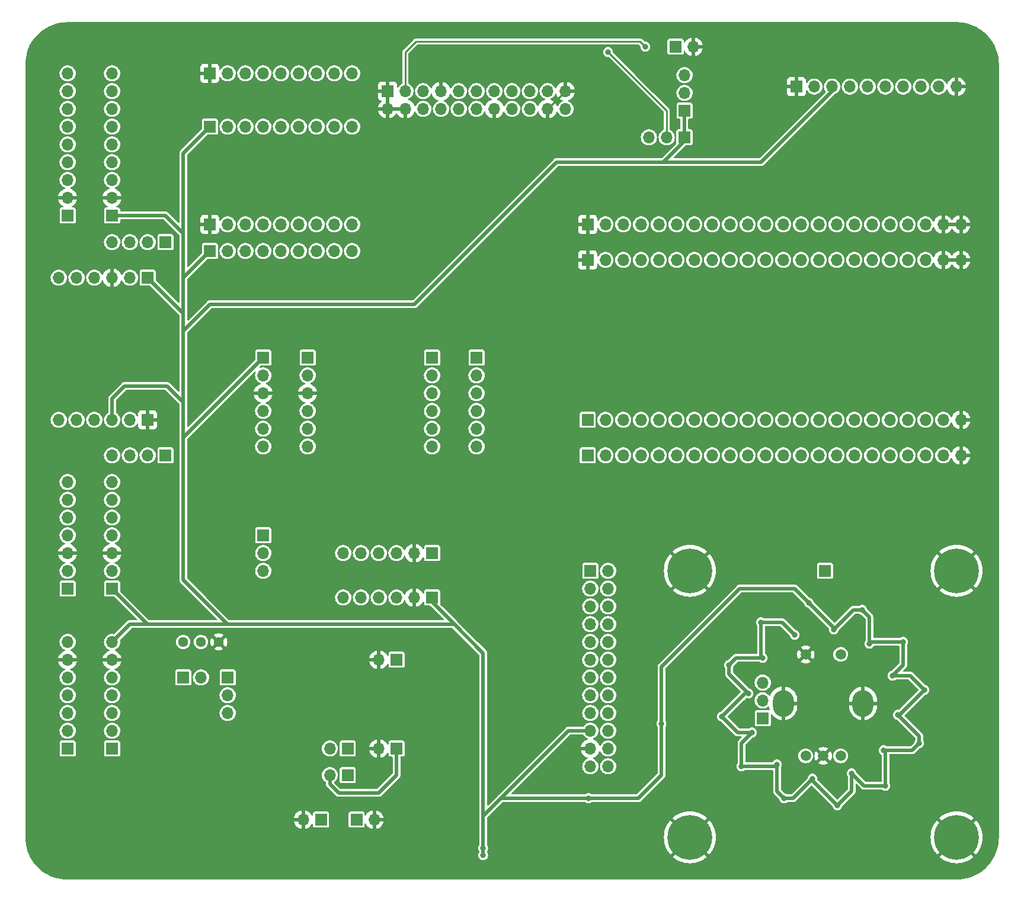
<source format=gbr>
%TF.GenerationSoftware,KiCad,Pcbnew,7.0.7*%
%TF.CreationDate,2024-01-31T01:15:34+01:00*%
%TF.ProjectId,POC-TB,504f432d-5442-42e6-9b69-6361645f7063,rev?*%
%TF.SameCoordinates,Original*%
%TF.FileFunction,Copper,L2,Bot*%
%TF.FilePolarity,Positive*%
%FSLAX46Y46*%
G04 Gerber Fmt 4.6, Leading zero omitted, Abs format (unit mm)*
G04 Created by KiCad (PCBNEW 7.0.7) date 2024-01-31 01:15:34*
%MOMM*%
%LPD*%
G01*
G04 APERTURE LIST*
%TA.AperFunction,ComponentPad*%
%ADD10R,1.700000X1.700000*%
%TD*%
%TA.AperFunction,ComponentPad*%
%ADD11O,1.700000X1.700000*%
%TD*%
%TA.AperFunction,ComponentPad*%
%ADD12C,1.440000*%
%TD*%
%TA.AperFunction,ComponentPad*%
%ADD13C,6.400000*%
%TD*%
%TA.AperFunction,ComponentPad*%
%ADD14C,1.500000*%
%TD*%
%TA.AperFunction,ComponentPad*%
%ADD15O,3.000000X3.800000*%
%TD*%
%TA.AperFunction,ViaPad*%
%ADD16C,0.800000*%
%TD*%
%TA.AperFunction,Conductor*%
%ADD17C,0.508000*%
%TD*%
%TA.AperFunction,Conductor*%
%ADD18C,0.254000*%
%TD*%
G04 APERTURE END LIST*
D10*
%TO.P,J39,1,Pin_1*%
%TO.N,+3V3*%
X224028000Y-91694000D03*
D11*
%TO.P,J39,2,Pin_2*%
%TO.N,Net-(J39-Pin_2)*%
X224028000Y-89154000D03*
%TO.P,J39,3,Pin_3*%
%TO.N,+2V8*%
X224028000Y-86614000D03*
%TD*%
D10*
%TO.P,J1,1,Pin_1*%
%TO.N,/ESP32/ESP_3V3*%
X210185000Y-135890000D03*
D11*
%TO.P,J1,2,Pin_2*%
X212725000Y-135890000D03*
%TO.P,J1,3,Pin_3*%
%TO.N,/ESP32/ESP_EN*%
X215265000Y-135890000D03*
%TO.P,J1,4,Pin_4*%
%TO.N,/ESP32/ESP_GPIO4*%
X217805000Y-135890000D03*
%TO.P,J1,5,Pin_5*%
%TO.N,/ESP32/ESP_GPIO5*%
X220345000Y-135890000D03*
%TO.P,J1,6,Pin_6*%
%TO.N,/ESP32/ESP_GPIO6*%
X222885000Y-135890000D03*
%TO.P,J1,7,Pin_7*%
%TO.N,/ESP32/ESP_GPIO7*%
X225425000Y-135890000D03*
%TO.P,J1,8,Pin_8*%
%TO.N,/ESP32/ESP_GPIO15*%
X227965000Y-135890000D03*
%TO.P,J1,9,Pin_9*%
%TO.N,/ESP32/ESP_GPIO16*%
X230505000Y-135890000D03*
%TO.P,J1,10,Pin_10*%
%TO.N,/ESP32/ESP_GPIO17*%
X233045000Y-135890000D03*
%TO.P,J1,11,Pin_11*%
%TO.N,/ESP32/ESP_GPIO18*%
X235585000Y-135890000D03*
%TO.P,J1,12,Pin_12*%
%TO.N,/ESP32/ESP_GPIO8*%
X238125000Y-135890000D03*
%TO.P,J1,13,Pin_13*%
%TO.N,/ESP32/ESP_GPIO3*%
X240665000Y-135890000D03*
%TO.P,J1,14,Pin_14*%
%TO.N,/ESP32/ESP_GPIO46*%
X243205000Y-135890000D03*
%TO.P,J1,15,Pin_15*%
%TO.N,/ESP32/ESP_GPIO9*%
X245745000Y-135890000D03*
%TO.P,J1,16,Pin_16*%
%TO.N,/ESP32/ESP_GPIO10*%
X248285000Y-135890000D03*
%TO.P,J1,17,Pin_17*%
%TO.N,/ESP32/ESP_GPIO11*%
X250825000Y-135890000D03*
%TO.P,J1,18,Pin_18*%
%TO.N,/ESP32/ESP_GPIO12*%
X253365000Y-135890000D03*
%TO.P,J1,19,Pin_19*%
%TO.N,/ESP32/ESP_GPIO13*%
X255905000Y-135890000D03*
%TO.P,J1,20,Pin_20*%
%TO.N,/ESP32/ESP_GPIO14*%
X258445000Y-135890000D03*
%TO.P,J1,21,Pin_21*%
%TO.N,+5V*%
X260985000Y-135890000D03*
%TO.P,J1,22,Pin_22*%
%TO.N,GND*%
X263525000Y-135890000D03*
%TD*%
D10*
%TO.P,J32,1,Pin_1*%
%TO.N,/BNO085/IMU_BT*%
X187960000Y-127000000D03*
D11*
%TO.P,J32,2,Pin_2*%
%TO.N,/BNO085/IMU_P0*%
X187960000Y-129540000D03*
%TO.P,J32,3,Pin_3*%
%TO.N,/BNO085/IMU_P1*%
X187960000Y-132080000D03*
%TO.P,J32,4,Pin_4*%
%TO.N,/BNO085/IMU_RST*%
X187960000Y-134620000D03*
%TO.P,J32,5,Pin_5*%
%TO.N,/BNO085/IMU_DI*%
X187960000Y-137160000D03*
%TO.P,J32,6,Pin_6*%
%TO.N,/BNO085/IMU_CS*%
X187960000Y-139700000D03*
%TD*%
D10*
%TO.P,J7,1,Pin_1*%
%TO.N,Net-(J7-Pin_1)*%
X244094000Y-157480000D03*
%TD*%
%TO.P,J40,1,Pin_1*%
%TO.N,+3V3*%
X224013000Y-95504000D03*
D11*
%TO.P,J40,2,Pin_2*%
%TO.N,/Display/DSP2_TP_VDD*%
X221473000Y-95504000D03*
%TO.P,J40,3,Pin_3*%
%TO.N,+2V8*%
X218933000Y-95504000D03*
%TD*%
D12*
%TO.P,RV1,1,1*%
%TO.N,+3V3*%
X152400000Y-167650000D03*
%TO.P,RV1,2,2*%
%TO.N,Net-(J9-Pin_2)*%
X154940000Y-167650000D03*
%TO.P,RV1,3,3*%
%TO.N,GND*%
X157480000Y-167650000D03*
%TD*%
D13*
%TO.P,H1,1,1*%
%TO.N,GND*%
X224790000Y-157480000D03*
%TD*%
D14*
%TO.P,E1,1,COM*%
%TO.N,GND*%
X241340000Y-169430000D03*
%TO.P,E1,2,NO*%
%TO.N,/LEAT/EN_SWITCH*%
X246340000Y-169430000D03*
%TO.P,E1,A1,A*%
%TO.N,/LEAT/ENC_A*%
X241340000Y-183930000D03*
%TO.P,E1,B1,B*%
%TO.N,/LEAT/ENC_B*%
X246340000Y-183930000D03*
%TO.P,E1,C1,C*%
%TO.N,GND*%
X243840000Y-183930000D03*
D15*
%TO.P,E1,MH1,MH1*%
X238140000Y-176430000D03*
%TO.P,E1,MH2,MH2*%
X249540000Y-176430000D03*
%TD*%
D10*
%TO.P,J29,1,Pin_1*%
%TO.N,+3V3*%
X135890000Y-160030000D03*
D11*
%TO.P,J29,2,Pin_2*%
%TO.N,/BME280/BME_3V3*%
X135890000Y-157490000D03*
%TO.P,J29,3,Pin_3*%
%TO.N,GND*%
X135890000Y-154950000D03*
%TO.P,J29,4,Pin_4*%
%TO.N,/BME280/BME_SCK*%
X135890000Y-152410000D03*
%TO.P,J29,5,Pin_5*%
%TO.N,/BME280/BME_SDO*%
X135890000Y-149870000D03*
%TO.P,J29,6,Pin_6*%
%TO.N,/BME280/BME_SDI*%
X135890000Y-147330000D03*
%TO.P,J29,7,Pin_7*%
%TO.N,/BME280/BME_CS*%
X135890000Y-144790000D03*
%TD*%
D10*
%TO.P,J12,1,Pin_1*%
%TO.N,+3V3*%
X135890000Y-106680000D03*
D11*
%TO.P,J12,2,Pin_2*%
%TO.N,GND*%
X135890000Y-104140000D03*
%TO.P,J12,3,Pin_3*%
%TO.N,/SD-Slot/SD_CLK*%
X135890000Y-101600000D03*
%TO.P,J12,4,Pin_4*%
%TO.N,/SD-Slot/SD_D0*%
X135890000Y-99060000D03*
%TO.P,J12,5,Pin_5*%
%TO.N,/SD-Slot/SD_CMD*%
X135890000Y-96520000D03*
%TO.P,J12,6,Pin_6*%
%TO.N,/SD-Slot/SD_D3*%
X135890000Y-93980000D03*
%TO.P,J12,7,Pin_7*%
%TO.N,/SD-Slot/SD_D1*%
X135890000Y-91440000D03*
%TO.P,J12,8,Pin_8*%
%TO.N,/SD-Slot/SD_D2*%
X135890000Y-88900000D03*
%TO.P,J12,9,Pin_9*%
%TO.N,/SD-Slot/SD_DET*%
X135890000Y-86360000D03*
%TD*%
D13*
%TO.P,H4,1,1*%
%TO.N,GND*%
X262890000Y-195580000D03*
%TD*%
D10*
%TO.P,J8,1,Pin_1*%
%TO.N,/MAX98357/DAC_LRC*%
X135890000Y-182890000D03*
D11*
%TO.P,J8,2,Pin_2*%
%TO.N,/MAX98357/DAC_BCLK*%
X135890000Y-180350000D03*
%TO.P,J8,3,Pin_3*%
%TO.N,/MAX98357/DAC_DIN*%
X135890000Y-177810000D03*
%TO.P,J8,4,Pin_4*%
%TO.N,/MAX98357/DAC_GAIN*%
X135890000Y-175270000D03*
%TO.P,J8,5,Pin_5*%
%TO.N,/MAX98357/DAC_SD*%
X135890000Y-172730000D03*
%TO.P,J8,6,Pin_6*%
%TO.N,GND*%
X135890000Y-170190000D03*
%TO.P,J8,7,Pin_7*%
%TO.N,+3V3*%
X135890000Y-167650000D03*
%TD*%
D10*
%TO.P,J14,1,Pin_1*%
%TO.N,+5V*%
X177165000Y-193040000D03*
D11*
%TO.P,J14,2,Pin_2*%
%TO.N,GND*%
X179705000Y-193040000D03*
%TD*%
D10*
%TO.P,J25,1,Pin_1*%
%TO.N,+3V3*%
X156210000Y-111760000D03*
D11*
%TO.P,J25,2,Pin_2*%
%TO.N,/OV5640/CAM_SCL*%
X158750000Y-111760000D03*
%TO.P,J25,3,Pin_3*%
%TO.N,/OV5640/CAM_VS*%
X161290000Y-111760000D03*
%TO.P,J25,4,Pin_4*%
%TO.N,/OV5640/CAM_PC*%
X163830000Y-111760000D03*
%TO.P,J25,5,Pin_5*%
%TO.N,/OV5640/CAM_D9*%
X166370000Y-111760000D03*
%TO.P,J25,6,Pin_6*%
%TO.N,/OV5640/CAM_D7*%
X168910000Y-111760000D03*
%TO.P,J25,7,Pin_7*%
%TO.N,/OV5640/CAM_D5*%
X171450000Y-111760000D03*
%TO.P,J25,8,Pin_8*%
%TO.N,/OV5640/CAM_D3*%
X173990000Y-111760000D03*
%TO.P,J25,9,Pin_9*%
%TO.N,/OV5640/CAM_RT*%
X176530000Y-111760000D03*
%TD*%
D10*
%TO.P,J37,1,Pin_1*%
%TO.N,GND*%
X240030000Y-88265000D03*
D11*
%TO.P,J37,2,Pin_2*%
%TO.N,/Display/DSP1_A*%
X242570000Y-88265000D03*
%TO.P,J37,3,Pin_3*%
%TO.N,+3V3*%
X245110000Y-88265000D03*
%TO.P,J37,4,Pin_4*%
%TO.N,/Display/DSP1_SDO*%
X247650000Y-88265000D03*
%TO.P,J37,5,Pin_5*%
%TO.N,/Display/DSP1_SDA*%
X250190000Y-88265000D03*
%TO.P,J37,6,Pin_6*%
%TO.N,/Display/DSP1_CS*%
X252730000Y-88265000D03*
%TO.P,J37,7,Pin_7*%
%TO.N,/Display/DSP1_DC*%
X255270000Y-88265000D03*
%TO.P,J37,8,Pin_8*%
%TO.N,/Display/DSP1_SCL*%
X257810000Y-88265000D03*
%TO.P,J37,9,Pin_9*%
%TO.N,/Display/DSP1_RST*%
X260350000Y-88265000D03*
%TO.P,J37,10,Pin_10*%
%TO.N,GND*%
X262890000Y-88265000D03*
%TD*%
D10*
%TO.P,J31,1,Pin_1*%
%TO.N,+3V3*%
X170180000Y-127000000D03*
D11*
%TO.P,J31,2,Pin_2*%
%TO.N,/BNO085/IMU_3V3*%
X170180000Y-129540000D03*
%TO.P,J31,3,Pin_3*%
%TO.N,GND*%
X170180000Y-132080000D03*
%TO.P,J31,4,Pin_4*%
%TO.N,/BNO085/IMU_SCL*%
X170180000Y-134620000D03*
%TO.P,J31,5,Pin_5*%
%TO.N,/BNO085/IMU_SDA*%
X170180000Y-137160000D03*
%TO.P,J31,6,Pin_6*%
%TO.N,/BNO085/IMU_INT*%
X170180000Y-139700000D03*
%TD*%
D10*
%TO.P,J20,1,Pin_1*%
%TO.N,+BATT*%
X182880000Y-182880000D03*
D11*
%TO.P,J20,2,Pin_2*%
%TO.N,GND*%
X180340000Y-182880000D03*
%TD*%
D10*
%TO.P,J27,1,Pin_1*%
%TO.N,+3V3*%
X147320000Y-115570000D03*
D11*
%TO.P,J27,2,Pin_2*%
%TO.N,/PA116D/GPS_3V3*%
X144780000Y-115570000D03*
%TO.P,J27,3,Pin_3*%
%TO.N,GND*%
X142240000Y-115570000D03*
%TO.P,J27,4,Pin_4*%
%TO.N,/PA116D/GPS_SCL*%
X139700000Y-115570000D03*
%TO.P,J27,5,Pin_5*%
%TO.N,/PA116D/GPS_SDA*%
X137160000Y-115570000D03*
%TO.P,J27,6,Pin_6*%
%TO.N,/PA116D/GPS_RST*%
X134620000Y-115570000D03*
%TD*%
D13*
%TO.P,H3,1,1*%
%TO.N,GND*%
X224790000Y-195580000D03*
%TD*%
D10*
%TO.P,J6,1,Pin_1*%
%TO.N,/LEAT/PA10*%
X210566000Y-157475000D03*
D11*
%TO.P,J6,2,Pin_2*%
%TO.N,/LEAT/PA11*%
X213106000Y-157475000D03*
%TO.P,J6,3,Pin_3*%
%TO.N,/LEAT/PA09*%
X210566000Y-160015000D03*
%TO.P,J6,4,Pin_4*%
%TO.N,/LEAT/PA14*%
X213106000Y-160015000D03*
%TO.P,J6,5,Pin_5*%
%TO.N,/LEAT/PA08*%
X210566000Y-162555000D03*
%TO.P,J6,6,Pin_6*%
%TO.N,/LEAT/PA15*%
X213106000Y-162555000D03*
%TO.P,J6,7,Pin_7*%
%TO.N,/LEAT/PA07*%
X210566000Y-165095000D03*
%TO.P,J6,8,Pin_8*%
%TO.N,/LEAT/PA16*%
X213106000Y-165095000D03*
%TO.P,J6,9,Pin_9*%
%TO.N,/LEAT/PA06*%
X210566000Y-167635000D03*
%TO.P,J6,10,Pin_10*%
%TO.N,/LEAT/PA17*%
X213106000Y-167635000D03*
%TO.P,J6,11,Pin_11*%
%TO.N,/LEAT/PA05*%
X210566000Y-170175000D03*
%TO.P,J6,12,Pin_12*%
%TO.N,/LEAT/PA22*%
X213106000Y-170175000D03*
%TO.P,J6,13,Pin_13*%
%TO.N,/LEAT/PA04*%
X210566000Y-172715000D03*
%TO.P,J6,14,Pin_14*%
%TO.N,/LEAT/PA23*%
X213106000Y-172715000D03*
%TO.P,J6,15,Pin_15*%
%TO.N,/LEAT/PA03*%
X210566000Y-175255000D03*
%TO.P,J6,16,Pin_16*%
%TO.N,/LEAT/PA27*%
X213106000Y-175255000D03*
%TO.P,J6,17,Pin_17*%
%TO.N,/LEAT/PA02*%
X210566000Y-177795000D03*
%TO.P,J6,18,Pin_18*%
%TO.N,/LEAT/PA28{slash}~{RST}*%
X213106000Y-177795000D03*
%TO.P,J6,19,Pin_19*%
%TO.N,+3V3*%
X210566000Y-180335000D03*
%TO.P,J6,20,Pin_20*%
%TO.N,/LEAT/PA30*%
X213106000Y-180335000D03*
%TO.P,J6,21,Pin_21*%
%TO.N,GND*%
X210566000Y-182875000D03*
%TO.P,J6,22,Pin_22*%
%TO.N,/LEAT/PA31*%
X213106000Y-182875000D03*
%TO.P,J6,23,Pin_23*%
%TO.N,/LEAT/PA25*%
X210566000Y-185415000D03*
%TO.P,J6,24,Pin_24*%
%TO.N,/LEAT/PA24*%
X213106000Y-185415000D03*
%TD*%
D10*
%TO.P,J23,1,Pin_1*%
%TO.N,+3V3*%
X156210000Y-93980000D03*
D11*
%TO.P,J23,2,Pin_2*%
%TO.N,/OV5640/CAM_SCL*%
X158750000Y-93980000D03*
%TO.P,J23,3,Pin_3*%
%TO.N,/OV5640/CAM_VS*%
X161290000Y-93980000D03*
%TO.P,J23,4,Pin_4*%
%TO.N,/OV5640/CAM_PC*%
X163830000Y-93980000D03*
%TO.P,J23,5,Pin_5*%
%TO.N,/OV5640/CAM_D9*%
X166370000Y-93980000D03*
%TO.P,J23,6,Pin_6*%
%TO.N,/OV5640/CAM_D7*%
X168910000Y-93980000D03*
%TO.P,J23,7,Pin_7*%
%TO.N,/OV5640/CAM_D5*%
X171450000Y-93980000D03*
%TO.P,J23,8,Pin_8*%
%TO.N,/OV5640/CAM_D3*%
X173990000Y-93980000D03*
%TO.P,J23,9,Pin_9*%
%TO.N,/OV5640/CAM_RT*%
X176530000Y-93980000D03*
%TD*%
D10*
%TO.P,J28,1,Pin_1*%
%TO.N,/PA116D/GPS_3V3*%
X149860000Y-110490000D03*
D11*
%TO.P,J28,2,Pin_2*%
%TO.N,/PA116D/GPS_SCL*%
X147320000Y-110490000D03*
%TO.P,J28,3,Pin_3*%
%TO.N,/PA116D/GPS_SDA*%
X144780000Y-110490000D03*
%TO.P,J28,4,Pin_4*%
%TO.N,/PA116D/GPS_RST*%
X142240000Y-110490000D03*
%TD*%
D10*
%TO.P,J4,1,Pin_1*%
%TO.N,GND*%
X210185000Y-107950000D03*
D11*
%TO.P,J4,2,Pin_2*%
%TO.N,/ESP32/ESP_U0TXD*%
X212725000Y-107950000D03*
%TO.P,J4,3,Pin_3*%
%TO.N,/ESP32/ESP_U0RXD*%
X215265000Y-107950000D03*
%TO.P,J4,4,Pin_4*%
%TO.N,/ESP32/ESP_GPIO1*%
X217805000Y-107950000D03*
%TO.P,J4,5,Pin_5*%
%TO.N,/ESP32/ESP_GPIO2*%
X220345000Y-107950000D03*
%TO.P,J4,6,Pin_6*%
%TO.N,/ESP32/ESP_GPIO42*%
X222885000Y-107950000D03*
%TO.P,J4,7,Pin_7*%
%TO.N,/ESP32/ESP_GPIO41*%
X225425000Y-107950000D03*
%TO.P,J4,8,Pin_8*%
%TO.N,/ESP32/ESP_GPI040*%
X227965000Y-107950000D03*
%TO.P,J4,9,Pin_9*%
%TO.N,/ESP32/ESP_GPI039*%
X230505000Y-107950000D03*
%TO.P,J4,10,Pin_10*%
%TO.N,/ESP32/ESP_GPIO38*%
X233045000Y-107950000D03*
%TO.P,J4,11,Pin_11*%
%TO.N,/ESP32/ESP_GPIO37*%
X235585000Y-107950000D03*
%TO.P,J4,12,Pin_12*%
%TO.N,/ESP32/ESP_GPIO36*%
X238125000Y-107950000D03*
%TO.P,J4,13,Pin_13*%
%TO.N,/ESP32/ESP_GPIO35*%
X240665000Y-107950000D03*
%TO.P,J4,14,Pin_14*%
%TO.N,/ESP32/ESP_GPIO0*%
X243205000Y-107950000D03*
%TO.P,J4,15,Pin_15*%
%TO.N,/ESP32/ESP_GPIO45*%
X245745000Y-107950000D03*
%TO.P,J4,16,Pin_16*%
%TO.N,/ESP32/ESP_GPIO48*%
X248285000Y-107950000D03*
%TO.P,J4,17,Pin_17*%
%TO.N,/ESP32/ESP_GPI047*%
X250825000Y-107950000D03*
%TO.P,J4,18,Pin_18*%
%TO.N,/ESP32/ESP_GPI021*%
X253365000Y-107950000D03*
%TO.P,J4,19,Pin_19*%
%TO.N,/ESP32/ESP_GPIO20*%
X255905000Y-107950000D03*
%TO.P,J4,20,Pin_20*%
%TO.N,/ESP32/ESP_GPIO19*%
X258445000Y-107950000D03*
%TO.P,J4,21,Pin_21*%
%TO.N,GND*%
X260985000Y-107950000D03*
%TO.P,J4,22,Pin_22*%
X263525000Y-107950000D03*
%TD*%
D10*
%TO.P,J24,1,Pin_1*%
%TO.N,GND*%
X156210000Y-86360000D03*
D11*
%TO.P,J24,2,Pin_2*%
%TO.N,/OV5640/CAM_SDA*%
X158750000Y-86360000D03*
%TO.P,J24,3,Pin_3*%
%TO.N,/OV5640/CAM_HS*%
X161290000Y-86360000D03*
%TO.P,J24,4,Pin_4*%
%TO.N,/OV5640/CAM_XC*%
X163830000Y-86360000D03*
%TO.P,J24,5,Pin_5*%
%TO.N,/OV5640/CAM_D8*%
X166370000Y-86360000D03*
%TO.P,J24,6,Pin_6*%
%TO.N,/OV5640/CAM_D6*%
X168910000Y-86360000D03*
%TO.P,J24,7,Pin_7*%
%TO.N,/OV5640/CAM_D4*%
X171450000Y-86360000D03*
%TO.P,J24,8,Pin_8*%
%TO.N,/OV5640/CAM_D2*%
X173990000Y-86360000D03*
%TO.P,J24,9,Pin_9*%
%TO.N,/OV5640/CAM_PD*%
X176530000Y-86360000D03*
%TD*%
D10*
%TO.P,J30,1,Pin_1*%
%TO.N,+3V3*%
X142240000Y-160020000D03*
D11*
%TO.P,J30,2,Pin_2*%
%TO.N,/BME280/BME_3V3*%
X142240000Y-157480000D03*
%TO.P,J30,3,Pin_3*%
%TO.N,GND*%
X142240000Y-154940000D03*
%TO.P,J30,4,Pin_4*%
%TO.N,/BME280/BME_SCK*%
X142240000Y-152400000D03*
%TO.P,J30,5,Pin_5*%
%TO.N,/BME280/BME_SDO*%
X142240000Y-149860000D03*
%TO.P,J30,6,Pin_6*%
%TO.N,/BME280/BME_SDI*%
X142240000Y-147320000D03*
%TO.P,J30,7,Pin_7*%
%TO.N,/BME280/BME_CS*%
X142240000Y-144780000D03*
%TD*%
D10*
%TO.P,J10,1,Pin_1*%
%TO.N,Net-(J10-Pin_1)*%
X158750000Y-172730000D03*
D11*
%TO.P,J10,2,Pin_2*%
%TO.N,/MAX98357/DAC_GAIN*%
X158750000Y-175270000D03*
%TO.P,J10,3,Pin_3*%
%TO.N,Net-(J10-Pin_3)*%
X158750000Y-177810000D03*
%TD*%
D10*
%TO.P,J11,1,Pin_1*%
%TO.N,/MAX98357/DAC_LRC*%
X142240000Y-182890000D03*
D11*
%TO.P,J11,2,Pin_2*%
%TO.N,/MAX98357/DAC_BCLK*%
X142240000Y-180350000D03*
%TO.P,J11,3,Pin_3*%
%TO.N,/MAX98357/DAC_DIN*%
X142240000Y-177810000D03*
%TO.P,J11,4,Pin_4*%
%TO.N,/MAX98357/DAC_GAIN*%
X142240000Y-175270000D03*
%TO.P,J11,5,Pin_5*%
%TO.N,/MAX98357/DAC_SD*%
X142240000Y-172730000D03*
%TO.P,J11,6,Pin_6*%
%TO.N,GND*%
X142240000Y-170190000D03*
%TO.P,J11,7,Pin_7*%
%TO.N,+3V3*%
X142240000Y-167650000D03*
%TD*%
D10*
%TO.P,J19,1,Pin_1*%
%TO.N,+3V3*%
X187960000Y-154940000D03*
D11*
%TO.P,J19,2,Pin_2*%
%TO.N,GND*%
X185420000Y-154940000D03*
%TO.P,J19,3,Pin_3*%
%TO.N,/Power/BAT_SCL*%
X182880000Y-154940000D03*
%TO.P,J19,4,Pin_4*%
%TO.N,/Power/BAT_SDA*%
X180340000Y-154940000D03*
%TO.P,J19,5,Pin_5*%
%TO.N,/Power/BAT_INT*%
X177800000Y-154940000D03*
%TO.P,J19,6,Pin_6*%
%TO.N,/Power/BAT_QStart*%
X175260000Y-154940000D03*
%TD*%
D13*
%TO.P,H2,1,1*%
%TO.N,GND*%
X262890000Y-157480000D03*
%TD*%
D10*
%TO.P,J41,1,Pin_1*%
%TO.N,+2V8*%
X222753000Y-82550000D03*
D11*
%TO.P,J41,2,Pin_2*%
%TO.N,GND*%
X225293000Y-82550000D03*
%TD*%
D10*
%TO.P,J18,1,Pin_1*%
%TO.N,+5V*%
X175895000Y-182880000D03*
D11*
%TO.P,J18,2,Pin_2*%
%TO.N,Net-(J18-Pin_2)*%
X173355000Y-182880000D03*
%TD*%
D10*
%TO.P,J16,1,Pin_1*%
%TO.N,+BATT*%
X182880000Y-170180000D03*
D11*
%TO.P,J16,2,Pin_2*%
%TO.N,GND*%
X180340000Y-170180000D03*
%TD*%
D10*
%TO.P,J17,1,Pin_1*%
%TO.N,+5V*%
X175895000Y-186690000D03*
D11*
%TO.P,J17,2,Pin_2*%
%TO.N,+BATT*%
X173355000Y-186690000D03*
%TD*%
D10*
%TO.P,J15,1,Pin_1*%
%TO.N,+3V3*%
X187960000Y-161290000D03*
D11*
%TO.P,J15,2,Pin_2*%
%TO.N,GND*%
X185420000Y-161290000D03*
%TO.P,J15,3,Pin_3*%
%TO.N,/Power/BAT_SCL*%
X182880000Y-161290000D03*
%TO.P,J15,4,Pin_4*%
%TO.N,/Power/BAT_SDA*%
X180340000Y-161290000D03*
%TO.P,J15,5,Pin_5*%
%TO.N,/Power/BAT_INT*%
X177800000Y-161290000D03*
%TO.P,J15,6,Pin_6*%
%TO.N,/Power/BAT_QStart*%
X175260000Y-161290000D03*
%TD*%
D10*
%TO.P,J21,1,Pin_1*%
%TO.N,+BATT*%
X172085000Y-193040000D03*
D11*
%TO.P,J21,2,Pin_2*%
%TO.N,GND*%
X169545000Y-193040000D03*
%TD*%
D10*
%TO.P,J33,1,Pin_1*%
%TO.N,/BNO085/IMU_BT*%
X194310000Y-127000000D03*
D11*
%TO.P,J33,2,Pin_2*%
%TO.N,/BNO085/IMU_P0*%
X194310000Y-129540000D03*
%TO.P,J33,3,Pin_3*%
%TO.N,/BNO085/IMU_P1*%
X194310000Y-132080000D03*
%TO.P,J33,4,Pin_4*%
%TO.N,/BNO085/IMU_RST*%
X194310000Y-134620000D03*
%TO.P,J33,5,Pin_5*%
%TO.N,/BNO085/IMU_DI*%
X194310000Y-137160000D03*
%TO.P,J33,6,Pin_6*%
%TO.N,/BNO085/IMU_CS*%
X194310000Y-139700000D03*
%TD*%
D10*
%TO.P,J43,1,Pin_1*%
%TO.N,/PA116D/GPS_PPS*%
X149860000Y-140970000D03*
D11*
%TO.P,J43,2,Pin_2*%
%TO.N,/PA116D/GPS_RXI*%
X147320000Y-140970000D03*
%TO.P,J43,3,Pin_3*%
%TO.N,/PA116D/GPS_TX0*%
X144780000Y-140970000D03*
%TO.P,J43,4,Pin_4*%
%TO.N,/PA116D/GPS_WAKE*%
X142240000Y-140970000D03*
%TD*%
D10*
%TO.P,J26,1,Pin_1*%
%TO.N,GND*%
X156210000Y-107950000D03*
D11*
%TO.P,J26,2,Pin_2*%
%TO.N,/OV5640/CAM_SDA*%
X158750000Y-107950000D03*
%TO.P,J26,3,Pin_3*%
%TO.N,/OV5640/CAM_HS*%
X161290000Y-107950000D03*
%TO.P,J26,4,Pin_4*%
%TO.N,/OV5640/CAM_XC*%
X163830000Y-107950000D03*
%TO.P,J26,5,Pin_5*%
%TO.N,/OV5640/CAM_D8*%
X166370000Y-107950000D03*
%TO.P,J26,6,Pin_6*%
%TO.N,/OV5640/CAM_D6*%
X168910000Y-107950000D03*
%TO.P,J26,7,Pin_7*%
%TO.N,/OV5640/CAM_D4*%
X171450000Y-107950000D03*
%TO.P,J26,8,Pin_8*%
%TO.N,/OV5640/CAM_D2*%
X173990000Y-107950000D03*
%TO.P,J26,9,Pin_9*%
%TO.N,/OV5640/CAM_PD*%
X176530000Y-107950000D03*
%TD*%
D10*
%TO.P,J9,1,Pin_1*%
%TO.N,/MAX98357/DAC_SD*%
X152400000Y-172730000D03*
D11*
%TO.P,J9,2,Pin_2*%
%TO.N,Net-(J9-Pin_2)*%
X154940000Y-172730000D03*
%TD*%
D10*
%TO.P,J42,1,Pin_1*%
%TO.N,GND*%
X147320000Y-135890000D03*
D11*
%TO.P,J42,2,Pin_2*%
%TO.N,/PA116D/GPS_PPS*%
X144780000Y-135890000D03*
%TO.P,J42,3,Pin_3*%
%TO.N,+3V3*%
X142240000Y-135890000D03*
%TO.P,J42,4,Pin_4*%
%TO.N,/PA116D/GPS_RXI*%
X139700000Y-135890000D03*
%TO.P,J42,5,Pin_5*%
%TO.N,/PA116D/GPS_TX0*%
X137160000Y-135890000D03*
%TO.P,J42,6,Pin_6*%
%TO.N,/PA116D/GPS_WAKE*%
X134620000Y-135890000D03*
%TD*%
D10*
%TO.P,J22,1,Pin_1*%
%TO.N,/EEPPROMs/EEPROM1_IO*%
X163837500Y-152400000D03*
D11*
%TO.P,J22,2,Pin_2*%
%TO.N,unconnected-(J22-Pin_2-Pad2)*%
X163837500Y-154940000D03*
%TO.P,J22,3,Pin_3*%
%TO.N,/EEPPROMs/EEPROM2_IO*%
X163837500Y-157480000D03*
%TD*%
D10*
%TO.P,J3,1,Pin_1*%
%TO.N,/ESP32/ESP_3V3*%
X210185000Y-140970000D03*
D11*
%TO.P,J3,2,Pin_2*%
X212725000Y-140970000D03*
%TO.P,J3,3,Pin_3*%
%TO.N,/ESP32/ESP_EN*%
X215265000Y-140970000D03*
%TO.P,J3,4,Pin_4*%
%TO.N,/ESP32/ESP_GPIO4*%
X217805000Y-140970000D03*
%TO.P,J3,5,Pin_5*%
%TO.N,/ESP32/ESP_GPIO5*%
X220345000Y-140970000D03*
%TO.P,J3,6,Pin_6*%
%TO.N,/ESP32/ESP_GPIO6*%
X222885000Y-140970000D03*
%TO.P,J3,7,Pin_7*%
%TO.N,/ESP32/ESP_GPIO7*%
X225425000Y-140970000D03*
%TO.P,J3,8,Pin_8*%
%TO.N,/ESP32/ESP_GPIO15*%
X227965000Y-140970000D03*
%TO.P,J3,9,Pin_9*%
%TO.N,/ESP32/ESP_GPIO16*%
X230505000Y-140970000D03*
%TO.P,J3,10,Pin_10*%
%TO.N,/ESP32/ESP_GPIO17*%
X233045000Y-140970000D03*
%TO.P,J3,11,Pin_11*%
%TO.N,/ESP32/ESP_GPIO18*%
X235585000Y-140970000D03*
%TO.P,J3,12,Pin_12*%
%TO.N,/ESP32/ESP_GPIO8*%
X238125000Y-140970000D03*
%TO.P,J3,13,Pin_13*%
%TO.N,/ESP32/ESP_GPIO3*%
X240665000Y-140970000D03*
%TO.P,J3,14,Pin_14*%
%TO.N,/ESP32/ESP_GPIO46*%
X243205000Y-140970000D03*
%TO.P,J3,15,Pin_15*%
%TO.N,/ESP32/ESP_GPIO9*%
X245745000Y-140970000D03*
%TO.P,J3,16,Pin_16*%
%TO.N,/ESP32/ESP_GPIO10*%
X248285000Y-140970000D03*
%TO.P,J3,17,Pin_17*%
%TO.N,/ESP32/ESP_GPIO11*%
X250825000Y-140970000D03*
%TO.P,J3,18,Pin_18*%
%TO.N,/ESP32/ESP_GPIO12*%
X253365000Y-140970000D03*
%TO.P,J3,19,Pin_19*%
%TO.N,/ESP32/ESP_GPIO13*%
X255905000Y-140970000D03*
%TO.P,J3,20,Pin_20*%
%TO.N,/ESP32/ESP_GPIO14*%
X258445000Y-140970000D03*
%TO.P,J3,21,Pin_21*%
%TO.N,+5V*%
X260985000Y-140970000D03*
%TO.P,J3,22,Pin_22*%
%TO.N,GND*%
X263525000Y-140970000D03*
%TD*%
D10*
%TO.P,J2,1,Pin_1*%
%TO.N,GND*%
X210185000Y-113030000D03*
D11*
%TO.P,J2,2,Pin_2*%
%TO.N,/ESP32/ESP_U0TXD*%
X212725000Y-113030000D03*
%TO.P,J2,3,Pin_3*%
%TO.N,/ESP32/ESP_U0RXD*%
X215265000Y-113030000D03*
%TO.P,J2,4,Pin_4*%
%TO.N,/ESP32/ESP_GPIO1*%
X217805000Y-113030000D03*
%TO.P,J2,5,Pin_5*%
%TO.N,/ESP32/ESP_GPIO2*%
X220345000Y-113030000D03*
%TO.P,J2,6,Pin_6*%
%TO.N,/ESP32/ESP_GPIO42*%
X222885000Y-113030000D03*
%TO.P,J2,7,Pin_7*%
%TO.N,/ESP32/ESP_GPIO41*%
X225425000Y-113030000D03*
%TO.P,J2,8,Pin_8*%
%TO.N,/ESP32/ESP_GPI040*%
X227965000Y-113030000D03*
%TO.P,J2,9,Pin_9*%
%TO.N,/ESP32/ESP_GPI039*%
X230505000Y-113030000D03*
%TO.P,J2,10,Pin_10*%
%TO.N,/ESP32/ESP_GPIO38*%
X233045000Y-113030000D03*
%TO.P,J2,11,Pin_11*%
%TO.N,/ESP32/ESP_GPIO37*%
X235585000Y-113030000D03*
%TO.P,J2,12,Pin_12*%
%TO.N,/ESP32/ESP_GPIO36*%
X238125000Y-113030000D03*
%TO.P,J2,13,Pin_13*%
%TO.N,/ESP32/ESP_GPIO35*%
X240665000Y-113030000D03*
%TO.P,J2,14,Pin_14*%
%TO.N,/ESP32/ESP_GPIO0*%
X243205000Y-113030000D03*
%TO.P,J2,15,Pin_15*%
%TO.N,/ESP32/ESP_GPIO45*%
X245745000Y-113030000D03*
%TO.P,J2,16,Pin_16*%
%TO.N,/ESP32/ESP_GPIO48*%
X248285000Y-113030000D03*
%TO.P,J2,17,Pin_17*%
%TO.N,/ESP32/ESP_GPI047*%
X250825000Y-113030000D03*
%TO.P,J2,18,Pin_18*%
%TO.N,/ESP32/ESP_GPI021*%
X253365000Y-113030000D03*
%TO.P,J2,19,Pin_19*%
%TO.N,/ESP32/ESP_GPIO20*%
X255905000Y-113030000D03*
%TO.P,J2,20,Pin_20*%
%TO.N,/ESP32/ESP_GPIO19*%
X258445000Y-113030000D03*
%TO.P,J2,21,Pin_21*%
%TO.N,GND*%
X260985000Y-113030000D03*
%TO.P,J2,22,Pin_22*%
X263525000Y-113030000D03*
%TD*%
D10*
%TO.P,J13,1,Pin_1*%
%TO.N,+3V3*%
X142240000Y-106680000D03*
D11*
%TO.P,J13,2,Pin_2*%
%TO.N,GND*%
X142240000Y-104140000D03*
%TO.P,J13,3,Pin_3*%
%TO.N,/SD-Slot/SD_CLK*%
X142240000Y-101600000D03*
%TO.P,J13,4,Pin_4*%
%TO.N,/SD-Slot/SD_D0*%
X142240000Y-99060000D03*
%TO.P,J13,5,Pin_5*%
%TO.N,/SD-Slot/SD_CMD*%
X142240000Y-96520000D03*
%TO.P,J13,6,Pin_6*%
%TO.N,/SD-Slot/SD_D3*%
X142240000Y-93980000D03*
%TO.P,J13,7,Pin_7*%
%TO.N,/SD-Slot/SD_D1*%
X142240000Y-91440000D03*
%TO.P,J13,8,Pin_8*%
%TO.N,/SD-Slot/SD_D2*%
X142240000Y-88900000D03*
%TO.P,J13,9,Pin_9*%
%TO.N,/SD-Slot/SD_DET*%
X142240000Y-86360000D03*
%TD*%
D10*
%TO.P,J34,1,Pin_1*%
%TO.N,+3V3*%
X163830000Y-127000000D03*
D11*
%TO.P,J34,2,Pin_2*%
%TO.N,/BNO085/IMU_3V3*%
X163830000Y-129540000D03*
%TO.P,J34,3,Pin_3*%
%TO.N,GND*%
X163830000Y-132080000D03*
%TO.P,J34,4,Pin_4*%
%TO.N,/BNO085/IMU_SCL*%
X163830000Y-134620000D03*
%TO.P,J34,5,Pin_5*%
%TO.N,/BNO085/IMU_SDA*%
X163830000Y-137160000D03*
%TO.P,J34,6,Pin_6*%
%TO.N,/BNO085/IMU_INT*%
X163830000Y-139700000D03*
%TD*%
D10*
%TO.P,J5,1,Pin_1*%
%TO.N,/LEAT/ENC_A*%
X235204000Y-178547000D03*
D11*
%TO.P,J5,2,Pin_2*%
%TO.N,/LEAT/ENC_B*%
X235204000Y-176007000D03*
%TO.P,J5,3,Pin_3*%
%TO.N,/LEAT/EN_SWITCH*%
X235204000Y-173467000D03*
%TD*%
D10*
%TO.P,J38,1,Pin_1*%
%TO.N,GND*%
X181610000Y-88895000D03*
D11*
%TO.P,J38,2,Pin_2*%
X181610000Y-91435000D03*
%TO.P,J38,3,Pin_3*%
%TO.N,/Display/DSP2_A*%
X184150000Y-88895000D03*
%TO.P,J38,4,Pin_4*%
%TO.N,GND*%
X184150000Y-91435000D03*
%TO.P,J38,5,Pin_5*%
%TO.N,+2V8*%
X186690000Y-88895000D03*
%TO.P,J38,6,Pin_6*%
X186690000Y-91435000D03*
%TO.P,J38,7,Pin_7*%
%TO.N,GND*%
X189230000Y-88895000D03*
%TO.P,J38,8,Pin_8*%
%TO.N,/Display/DSP2_RST*%
X189230000Y-91435000D03*
%TO.P,J38,9,Pin_9*%
%TO.N,/Display/DSP2_SCL*%
X191770000Y-88895000D03*
%TO.P,J38,10,Pin_10*%
%TO.N,/Display/DSP2_TE*%
X191770000Y-91435000D03*
%TO.P,J38,11,Pin_11*%
%TO.N,/Display/DSP2_SDA*%
X194310000Y-88895000D03*
%TO.P,J38,12,Pin_12*%
%TO.N,/Display/DSP2_DC*%
X194310000Y-91435000D03*
%TO.P,J38,13,Pin_13*%
%TO.N,/Display/DSP2_CS*%
X196850000Y-88895000D03*
%TO.P,J38,14,Pin_14*%
%TO.N,GND*%
X196850000Y-91435000D03*
%TO.P,J38,15,Pin_15*%
%TO.N,/Display/DSP2_TP_VDD*%
X199390000Y-88895000D03*
%TO.P,J38,16,Pin_16*%
%TO.N,/Display/DSP2_TP_RST*%
X199390000Y-91435000D03*
%TO.P,J38,17,Pin_17*%
%TO.N,/Display/DSP2_TP_INT*%
X201930000Y-88895000D03*
%TO.P,J38,18,Pin_18*%
%TO.N,/Display/DSP2_TP_SDA*%
X201930000Y-91435000D03*
%TO.P,J38,19,Pin_19*%
%TO.N,/Display/DSP2_TP_SCL*%
X204470000Y-88895000D03*
%TO.P,J38,20,Pin_20*%
%TO.N,GND*%
X204470000Y-91435000D03*
%TO.P,J38,21,Pin_21*%
X207010000Y-88895000D03*
%TO.P,J38,22,Pin_22*%
%TO.N,unconnected-(J38-Pin_22-Pad22)*%
X207010000Y-91435000D03*
%TD*%
D16*
%TO.N,+3V3*%
X249428000Y-163068000D03*
X229362000Y-178308000D03*
X210312000Y-189987000D03*
X233172000Y-175006000D03*
X245872000Y-191008000D03*
X195260000Y-198120000D03*
X237236000Y-185166000D03*
X242316000Y-187198000D03*
X254508000Y-178054000D03*
X233680000Y-180594000D03*
X241808000Y-162052000D03*
X238252000Y-189992000D03*
X220731000Y-179324000D03*
X252730000Y-188214000D03*
X258318000Y-174498000D03*
X247904000Y-186436000D03*
X257556000Y-182118000D03*
X250444000Y-167894000D03*
X239776000Y-166624000D03*
X255270000Y-167640000D03*
X245364000Y-165862000D03*
X252476000Y-183134000D03*
X235204000Y-169926000D03*
X195261067Y-197151166D03*
X253746000Y-172466000D03*
X232156000Y-185420000D03*
X234950000Y-164846000D03*
X230378000Y-170942000D03*
%TO.N,GND*%
X214410899Y-80693871D03*
X198120000Y-90170000D03*
X190500000Y-90170000D03*
X212603000Y-194310000D03*
X212603000Y-192786000D03*
X211079000Y-192786000D03*
X233407126Y-177636630D03*
X211079000Y-194310000D03*
%TO.N,/Display/DSP2_A*%
X218440000Y-82550000D03*
%TO.N,/Display/DSP2_TP_VDD*%
X213106000Y-83312000D03*
%TD*%
D17*
%TO.N,+3V3*%
X156210000Y-111760000D02*
X152400000Y-115570000D01*
X217424000Y-189992000D02*
X220731000Y-186685000D01*
X245872000Y-191008000D02*
X242316000Y-187452000D01*
X234950000Y-169672000D02*
X235204000Y-169926000D01*
X234950000Y-164846000D02*
X234950000Y-169672000D01*
X152400000Y-139700000D02*
X152400000Y-133350000D01*
X195260000Y-197152233D02*
X195261067Y-197151166D01*
X150114000Y-131064000D02*
X152400000Y-133350000D01*
X220731000Y-186685000D02*
X220731000Y-179324000D01*
X242316000Y-187452000D02*
X242316000Y-187198000D01*
X144018000Y-131064000D02*
X150114000Y-131064000D01*
X142240000Y-135890000D02*
X142240000Y-132842000D01*
X232156000Y-185420000D02*
X236982000Y-185420000D01*
X235204000Y-169926000D02*
X231394000Y-169926000D01*
X210566000Y-180335000D02*
X207458067Y-180335000D01*
X220731000Y-171191000D02*
X231902000Y-160020000D01*
X147310000Y-165100000D02*
X144790000Y-165100000D01*
X152400000Y-123190000D02*
X152400000Y-120650000D01*
X249682000Y-188214000D02*
X247904000Y-186436000D01*
X250698000Y-167640000D02*
X250444000Y-167894000D01*
X152400000Y-123190000D02*
X156210000Y-119380000D01*
X250444000Y-167894000D02*
X250444000Y-164084000D01*
X245872000Y-191008000D02*
X247904000Y-188976000D01*
X152400000Y-133350000D02*
X152400000Y-128270000D01*
X253746000Y-172466000D02*
X255270000Y-170942000D01*
X245364000Y-165608000D02*
X245364000Y-165862000D01*
X210312000Y-189987000D02*
X210317000Y-189992000D01*
X224013000Y-95504000D02*
X224013000Y-91709000D01*
X220980000Y-99060000D02*
X234950000Y-99060000D01*
X254508000Y-178054000D02*
X257556000Y-181102000D01*
X230378000Y-172212000D02*
X230378000Y-170942000D01*
X231648000Y-180594000D02*
X233680000Y-180594000D01*
X142240000Y-106680000D02*
X149860000Y-106680000D01*
X210317000Y-189992000D02*
X217424000Y-189992000D01*
X258318000Y-174498000D02*
X256286000Y-172466000D01*
X236982000Y-185420000D02*
X237236000Y-185166000D01*
X232156000Y-182118000D02*
X233680000Y-180594000D01*
X232156000Y-185420000D02*
X232156000Y-182118000D01*
X207458067Y-180335000D02*
X197801067Y-189992000D01*
X237236000Y-185166000D02*
X237236000Y-188976000D01*
X149860000Y-106680000D02*
X152400000Y-109220000D01*
X220731000Y-179324000D02*
X220731000Y-171191000D01*
X152400000Y-158750000D02*
X152400000Y-139700000D01*
X152400000Y-97790000D02*
X156210000Y-93980000D01*
X197801067Y-189992000D02*
X210307000Y-189992000D01*
X233172000Y-175006000D02*
X230378000Y-172212000D01*
X234950000Y-99060000D02*
X245110000Y-88900000D01*
X248158000Y-163068000D02*
X249428000Y-163068000D01*
X232664000Y-175006000D02*
X233172000Y-175006000D01*
X152400000Y-109220000D02*
X152400000Y-97790000D01*
X231394000Y-169926000D02*
X230378000Y-170942000D01*
X158750000Y-165100000D02*
X152400000Y-158750000D01*
X195261067Y-192532000D02*
X197801067Y-189992000D01*
X195261067Y-197151166D02*
X195261067Y-190500000D01*
X224013000Y-96027000D02*
X224013000Y-95504000D01*
X252730000Y-188214000D02*
X252730000Y-183388000D01*
X205740000Y-99060000D02*
X220980000Y-99060000D01*
X152400000Y-115570000D02*
X152400000Y-109220000D01*
X239776000Y-160020000D02*
X241808000Y-162052000D01*
X234950000Y-164846000D02*
X237998000Y-164846000D01*
X252476000Y-183134000D02*
X256540000Y-183134000D01*
X147310000Y-165100000D02*
X158750000Y-165100000D01*
X195261067Y-190500000D02*
X195261067Y-169228933D01*
X144790000Y-165100000D02*
X142240000Y-167650000D01*
X250444000Y-164084000D02*
X249428000Y-163068000D01*
X152400000Y-120650000D02*
X152400000Y-116840000D01*
X195261067Y-169228933D02*
X191132134Y-165100000D01*
X152400000Y-116840000D02*
X152400000Y-115570000D01*
X185420000Y-119380000D02*
X205740000Y-99060000D01*
X142240000Y-160030000D02*
X147310000Y-165100000D01*
X256540000Y-183134000D02*
X257556000Y-182118000D01*
X163830000Y-127000000D02*
X152400000Y-138430000D01*
X142240000Y-132842000D02*
X144018000Y-131064000D01*
X191132134Y-165100000D02*
X158750000Y-165100000D01*
X231902000Y-160020000D02*
X239776000Y-160020000D01*
X256286000Y-172466000D02*
X253746000Y-172466000D01*
X195260000Y-198120000D02*
X195260000Y-197152233D01*
X237998000Y-164846000D02*
X239776000Y-166624000D01*
X245364000Y-165862000D02*
X248158000Y-163068000D01*
X152400000Y-128270000D02*
X152400000Y-123190000D01*
X220980000Y-99060000D02*
X224013000Y-96027000D01*
X254762000Y-178054000D02*
X258318000Y-174498000D01*
X239522000Y-189992000D02*
X242316000Y-187198000D01*
X229362000Y-178308000D02*
X232664000Y-175006000D01*
X237236000Y-188976000D02*
X238252000Y-189992000D01*
X257556000Y-181102000D02*
X257556000Y-182118000D01*
X255270000Y-170942000D02*
X255270000Y-167640000D01*
X254508000Y-178054000D02*
X254762000Y-178054000D01*
X210307000Y-189992000D02*
X210312000Y-189987000D01*
X247904000Y-188976000D02*
X247904000Y-186436000D01*
X187960000Y-161927866D02*
X187960000Y-161290000D01*
X191132134Y-165100000D02*
X187960000Y-161927866D01*
X238252000Y-189992000D02*
X239522000Y-189992000D01*
X156210000Y-119380000D02*
X185420000Y-119380000D01*
X252730000Y-188214000D02*
X249682000Y-188214000D01*
X252730000Y-183388000D02*
X252476000Y-183134000D01*
X229362000Y-178308000D02*
X231648000Y-180594000D01*
X241808000Y-162052000D02*
X245364000Y-165608000D01*
X255270000Y-167640000D02*
X250698000Y-167640000D01*
X224013000Y-91709000D02*
X224028000Y-91694000D01*
X152400000Y-138430000D02*
X152400000Y-139700000D01*
X147320000Y-115570000D02*
X152400000Y-120650000D01*
D18*
%TO.N,GND*%
X204470000Y-91435000D02*
X207010000Y-88895000D01*
D17*
%TO.N,+BATT*%
X180340000Y-189230000D02*
X182880000Y-186690000D01*
X174625000Y-189230000D02*
X180340000Y-189230000D01*
X173355000Y-187960000D02*
X174625000Y-189230000D01*
X173355000Y-186690000D02*
X173355000Y-187960000D01*
X182880000Y-186690000D02*
X182880000Y-182880000D01*
%TO.N,/LEAT/PA24*%
X213111000Y-185420000D02*
X213106000Y-185415000D01*
D18*
%TO.N,/Display/DSP2_A*%
X217678000Y-81788000D02*
X185674000Y-81788000D01*
X185674000Y-81788000D02*
X184150000Y-83312000D01*
X184150000Y-83312000D02*
X184150000Y-88895000D01*
X218440000Y-82550000D02*
X217678000Y-81788000D01*
%TO.N,/Display/DSP2_TP_VDD*%
X221473000Y-91679000D02*
X221473000Y-95504000D01*
X213106000Y-83312000D02*
X221473000Y-91679000D01*
%TD*%
%TA.AperFunction,Conductor*%
%TO.N,GND*%
G36*
X263003240Y-112798907D02*
G01*
X263039204Y-112848407D01*
X263040039Y-112906891D01*
X263025000Y-112958107D01*
X263025000Y-113101892D01*
X263040039Y-113153109D01*
X263038292Y-113214269D01*
X263000929Y-113262722D01*
X262945049Y-113280000D01*
X261564951Y-113280000D01*
X261506760Y-113261093D01*
X261470796Y-113211593D01*
X261469961Y-113153109D01*
X261484999Y-113101892D01*
X261485000Y-113101888D01*
X261485000Y-112958111D01*
X261484999Y-112958107D01*
X261469961Y-112906891D01*
X261471708Y-112845731D01*
X261509071Y-112797278D01*
X261564951Y-112780000D01*
X262945049Y-112780000D01*
X263003240Y-112798907D01*
G37*
%TD.AperFunction*%
%TA.AperFunction,Conductor*%
G36*
X263003240Y-107718907D02*
G01*
X263039204Y-107768407D01*
X263040039Y-107826891D01*
X263025000Y-107878107D01*
X263025000Y-108021892D01*
X263040039Y-108073109D01*
X263038292Y-108134269D01*
X263000929Y-108182722D01*
X262945049Y-108200000D01*
X261564951Y-108200000D01*
X261506760Y-108181093D01*
X261470796Y-108131593D01*
X261469961Y-108073109D01*
X261484999Y-108021892D01*
X261485000Y-108021888D01*
X261485000Y-107878111D01*
X261484999Y-107878107D01*
X261469961Y-107826891D01*
X261471708Y-107765731D01*
X261509071Y-107717278D01*
X261564951Y-107700000D01*
X262945049Y-107700000D01*
X263003240Y-107718907D01*
G37*
%TD.AperFunction*%
%TA.AperFunction,Conductor*%
G36*
X183628240Y-91203907D02*
G01*
X183664204Y-91253407D01*
X183665039Y-91311891D01*
X183650000Y-91363107D01*
X183650000Y-91506892D01*
X183665039Y-91558109D01*
X183663292Y-91619269D01*
X183625929Y-91667722D01*
X183570049Y-91685000D01*
X182189951Y-91685000D01*
X182131760Y-91666093D01*
X182095796Y-91616593D01*
X182094961Y-91558109D01*
X182109999Y-91506892D01*
X182110000Y-91506888D01*
X182110000Y-91363111D01*
X182109999Y-91363107D01*
X182094961Y-91311891D01*
X182096708Y-91250731D01*
X182134071Y-91202278D01*
X182189951Y-91185000D01*
X183570049Y-91185000D01*
X183628240Y-91203907D01*
G37*
%TD.AperFunction*%
%TA.AperFunction,Conductor*%
G36*
X181807199Y-89390890D02*
G01*
X181849842Y-89434767D01*
X181860000Y-89478449D01*
X181860000Y-90851550D01*
X181841093Y-90909741D01*
X181791593Y-90945705D01*
X181746911Y-90949542D01*
X181645768Y-90935000D01*
X181645763Y-90935000D01*
X181574237Y-90935000D01*
X181574232Y-90935000D01*
X181473089Y-90949542D01*
X181412800Y-90939109D01*
X181370158Y-90895231D01*
X181360000Y-90851550D01*
X181360000Y-89478449D01*
X181378907Y-89420258D01*
X181428407Y-89384294D01*
X181473089Y-89380457D01*
X181491565Y-89383113D01*
X181574233Y-89395000D01*
X181574237Y-89395000D01*
X181645767Y-89395000D01*
X181728434Y-89383113D01*
X181746910Y-89380457D01*
X181807199Y-89390890D01*
G37*
%TD.AperFunction*%
%TA.AperFunction,Conductor*%
G36*
X205703767Y-89289104D02*
G01*
X205730040Y-89334127D01*
X205736567Y-89358487D01*
X205836399Y-89572577D01*
X205971886Y-89766073D01*
X206138926Y-89933113D01*
X206332422Y-90068600D01*
X206546512Y-90168432D01*
X206577696Y-90176787D01*
X206629011Y-90210110D01*
X206650939Y-90267231D01*
X206635104Y-90326332D01*
X206587838Y-90364729D01*
X206494980Y-90400702D01*
X206494975Y-90400705D01*
X206313699Y-90512946D01*
X206313692Y-90512952D01*
X206156135Y-90656586D01*
X206156131Y-90656589D01*
X206156128Y-90656593D01*
X206156124Y-90656597D01*
X206156125Y-90656597D01*
X206027635Y-90826743D01*
X206027630Y-90826752D01*
X205934206Y-91014375D01*
X205891343Y-91058037D01*
X205831002Y-91068167D01*
X205776231Y-91040895D01*
X205749958Y-90995869D01*
X205743430Y-90971506D01*
X205743429Y-90971505D01*
X205643605Y-90757432D01*
X205643601Y-90757424D01*
X205508113Y-90563926D01*
X205341073Y-90396886D01*
X205147577Y-90261399D01*
X204933489Y-90161569D01*
X204902301Y-90153212D01*
X204850987Y-90119888D01*
X204829060Y-90062766D01*
X204844896Y-90003666D01*
X204892160Y-89965271D01*
X204985019Y-89929298D01*
X205166302Y-89817052D01*
X205323872Y-89673407D01*
X205452366Y-89503255D01*
X205545795Y-89315621D01*
X205588655Y-89271962D01*
X205648996Y-89261832D01*
X205703767Y-89289104D01*
G37*
%TD.AperFunction*%
%TA.AperFunction,Conductor*%
G36*
X263362695Y-79059073D02*
G01*
X263366571Y-79059378D01*
X263600493Y-79087063D01*
X263834422Y-79114750D01*
X263838248Y-79115356D01*
X264170577Y-79181461D01*
X264300322Y-79207269D01*
X264304083Y-79208171D01*
X264757527Y-79336056D01*
X264761208Y-79337252D01*
X265203226Y-79500320D01*
X265206795Y-79501799D01*
X265634644Y-79699039D01*
X265638108Y-79700804D01*
X266049160Y-79931004D01*
X266052466Y-79933030D01*
X266220911Y-80045581D01*
X266444193Y-80194774D01*
X266447327Y-80197050D01*
X266817304Y-80488716D01*
X266820261Y-80491241D01*
X267166213Y-80811037D01*
X267168962Y-80813786D01*
X267488758Y-81159738D01*
X267491282Y-81162694D01*
X267782946Y-81532668D01*
X267785225Y-81535806D01*
X268046964Y-81927524D01*
X268048995Y-81930839D01*
X268279195Y-82341891D01*
X268280960Y-82345355D01*
X268343173Y-82480305D01*
X268458867Y-82731266D01*
X268478192Y-82773184D01*
X268479680Y-82776777D01*
X268642743Y-83218778D01*
X268643944Y-83222476D01*
X268771823Y-83675896D01*
X268772730Y-83679677D01*
X268864641Y-84141742D01*
X268865249Y-84145582D01*
X268920621Y-84613428D01*
X268920926Y-84617304D01*
X268939500Y-85090000D01*
X268939500Y-195580000D01*
X268920926Y-196052695D01*
X268920621Y-196056571D01*
X268865249Y-196524417D01*
X268864641Y-196528257D01*
X268772730Y-196990322D01*
X268771823Y-196994103D01*
X268643944Y-197447523D01*
X268642743Y-197451221D01*
X268479680Y-197893222D01*
X268478192Y-197896815D01*
X268280960Y-198324644D01*
X268279195Y-198328108D01*
X268048995Y-198739160D01*
X268046964Y-198742475D01*
X267785225Y-199134193D01*
X267782940Y-199137339D01*
X267491283Y-199507304D01*
X267488758Y-199510261D01*
X267168962Y-199856213D01*
X267166213Y-199858962D01*
X266820261Y-200178758D01*
X266817304Y-200181283D01*
X266447339Y-200472940D01*
X266444193Y-200475225D01*
X266052475Y-200736964D01*
X266049160Y-200738995D01*
X265638108Y-200969195D01*
X265634644Y-200970960D01*
X265206815Y-201168192D01*
X265203222Y-201169680D01*
X264761221Y-201332743D01*
X264757523Y-201333944D01*
X264304103Y-201461823D01*
X264300322Y-201462730D01*
X263838257Y-201554641D01*
X263834417Y-201555249D01*
X263366571Y-201610621D01*
X263362695Y-201610926D01*
X262890000Y-201629500D01*
X135890000Y-201629500D01*
X135417304Y-201610926D01*
X135413428Y-201610621D01*
X134945582Y-201555249D01*
X134941742Y-201554641D01*
X134479677Y-201462730D01*
X134475896Y-201461823D01*
X134022476Y-201333944D01*
X134018778Y-201332743D01*
X133576777Y-201169680D01*
X133573191Y-201168195D01*
X133380102Y-201079180D01*
X133145355Y-200970960D01*
X133141891Y-200969195D01*
X132730839Y-200738995D01*
X132727524Y-200736964D01*
X132335806Y-200475225D01*
X132332668Y-200472946D01*
X131962694Y-200181282D01*
X131959738Y-200178758D01*
X131613786Y-199858962D01*
X131611037Y-199856213D01*
X131291241Y-199510261D01*
X131288716Y-199507304D01*
X130997050Y-199137327D01*
X130994774Y-199134193D01*
X130785170Y-198820500D01*
X130733030Y-198742466D01*
X130731004Y-198739160D01*
X130500804Y-198328108D01*
X130499039Y-198324644D01*
X130460637Y-198241343D01*
X130301799Y-197896795D01*
X130300319Y-197893222D01*
X130225419Y-197690197D01*
X130137252Y-197451208D01*
X130136055Y-197447523D01*
X130131828Y-197432534D01*
X130008171Y-196994083D01*
X130007269Y-196990322D01*
X129954479Y-196724929D01*
X129915356Y-196528248D01*
X129914750Y-196524417D01*
X129914625Y-196523365D01*
X129859378Y-196056571D01*
X129859073Y-196052695D01*
X129840500Y-195580000D01*
X129840500Y-193290000D01*
X168214364Y-193290000D01*
X168271569Y-193503489D01*
X168371399Y-193717577D01*
X168506886Y-193911073D01*
X168673926Y-194078113D01*
X168867422Y-194213600D01*
X169081509Y-194313430D01*
X169295000Y-194370634D01*
X169295000Y-193623449D01*
X169313907Y-193565258D01*
X169363407Y-193529294D01*
X169408089Y-193525457D01*
X169426565Y-193528113D01*
X169509233Y-193540000D01*
X169509237Y-193540000D01*
X169580767Y-193540000D01*
X169663434Y-193528113D01*
X169681910Y-193525457D01*
X169742199Y-193535890D01*
X169784842Y-193579767D01*
X169795000Y-193623449D01*
X169795000Y-194370633D01*
X170008490Y-194313430D01*
X170222577Y-194213600D01*
X170416073Y-194078113D01*
X170583113Y-193911073D01*
X170718601Y-193717576D01*
X170718602Y-193717574D01*
X170745775Y-193659300D01*
X170787502Y-193614552D01*
X170847563Y-193602876D01*
X170903016Y-193628733D01*
X170932681Y-193682246D01*
X170934500Y-193701138D01*
X170934500Y-193934860D01*
X170934501Y-193934863D01*
X170937414Y-193959990D01*
X170952790Y-193994812D01*
X170982794Y-194062765D01*
X171062235Y-194142206D01*
X171165009Y-194187585D01*
X171190135Y-194190500D01*
X172979864Y-194190499D01*
X173004991Y-194187585D01*
X173107765Y-194142206D01*
X173187206Y-194062765D01*
X173232585Y-193959991D01*
X173235500Y-193934865D01*
X173235500Y-193934860D01*
X176014500Y-193934860D01*
X176014501Y-193934863D01*
X176017414Y-193959990D01*
X176032790Y-193994812D01*
X176062794Y-194062765D01*
X176142235Y-194142206D01*
X176245009Y-194187585D01*
X176270135Y-194190500D01*
X178059864Y-194190499D01*
X178084991Y-194187585D01*
X178187765Y-194142206D01*
X178267206Y-194062765D01*
X178312585Y-193959991D01*
X178315500Y-193934865D01*
X178315499Y-193701137D01*
X178334406Y-193642950D01*
X178383906Y-193606986D01*
X178445091Y-193606985D01*
X178494591Y-193642949D01*
X178504223Y-193659300D01*
X178531396Y-193717572D01*
X178531398Y-193717576D01*
X178666886Y-193911073D01*
X178833926Y-194078113D01*
X179027422Y-194213600D01*
X179241509Y-194313430D01*
X179454999Y-194370633D01*
X179454999Y-193623449D01*
X179473906Y-193565258D01*
X179523406Y-193529294D01*
X179568089Y-193525457D01*
X179669233Y-193540000D01*
X179669237Y-193540000D01*
X179740767Y-193540000D01*
X179823434Y-193528113D01*
X179841910Y-193525457D01*
X179902199Y-193535890D01*
X179944842Y-193579767D01*
X179955000Y-193623449D01*
X179955000Y-194370633D01*
X180168490Y-194313430D01*
X180382577Y-194213600D01*
X180576073Y-194078113D01*
X180743113Y-193911073D01*
X180878600Y-193717577D01*
X180978430Y-193503489D01*
X181035636Y-193290000D01*
X180284951Y-193290000D01*
X180226760Y-193271093D01*
X180190796Y-193221593D01*
X180189961Y-193163109D01*
X180204999Y-193111892D01*
X180205000Y-193111888D01*
X180205000Y-192968111D01*
X180204999Y-192968107D01*
X180189961Y-192916891D01*
X180191708Y-192855731D01*
X180229071Y-192807278D01*
X180284951Y-192790000D01*
X181035636Y-192790000D01*
X180978429Y-192576505D01*
X180878605Y-192362432D01*
X180878601Y-192362424D01*
X180743113Y-192168926D01*
X180576073Y-192001886D01*
X180382577Y-191866399D01*
X180168489Y-191766569D01*
X179955000Y-191709364D01*
X179955000Y-192456550D01*
X179936093Y-192514741D01*
X179886593Y-192550705D01*
X179841911Y-192554542D01*
X179740768Y-192540000D01*
X179740763Y-192540000D01*
X179669237Y-192540000D01*
X179669232Y-192540000D01*
X179568088Y-192554542D01*
X179507799Y-192544109D01*
X179465156Y-192500231D01*
X179454999Y-192456550D01*
X179454999Y-191709364D01*
X179241505Y-191766570D01*
X179027432Y-191866394D01*
X179027424Y-191866398D01*
X178833926Y-192001886D01*
X178666886Y-192168926D01*
X178531398Y-192362424D01*
X178531396Y-192362428D01*
X178504223Y-192420701D01*
X178462495Y-192465449D01*
X178402433Y-192477123D01*
X178346981Y-192451265D01*
X178317318Y-192397750D01*
X178315499Y-192378861D01*
X178315499Y-192145139D01*
X178315499Y-192145136D01*
X178312585Y-192120009D01*
X178267206Y-192017235D01*
X178187765Y-191937794D01*
X178084991Y-191892415D01*
X178084990Y-191892414D01*
X178084988Y-191892414D01*
X178059868Y-191889500D01*
X176270139Y-191889500D01*
X176270136Y-191889501D01*
X176245009Y-191892414D01*
X176142235Y-191937794D01*
X176062794Y-192017235D01*
X176017414Y-192120011D01*
X176014500Y-192145130D01*
X176014500Y-193934860D01*
X173235500Y-193934860D01*
X173235499Y-192145136D01*
X173232585Y-192120009D01*
X173187206Y-192017235D01*
X173107765Y-191937794D01*
X173004991Y-191892415D01*
X173004990Y-191892414D01*
X173004988Y-191892414D01*
X172979868Y-191889500D01*
X171190139Y-191889500D01*
X171190136Y-191889501D01*
X171165009Y-191892414D01*
X171062235Y-191937794D01*
X170982794Y-192017235D01*
X170937414Y-192120011D01*
X170934500Y-192145130D01*
X170934500Y-192378860D01*
X170915593Y-192437051D01*
X170866093Y-192473015D01*
X170804907Y-192473015D01*
X170755407Y-192437051D01*
X170745776Y-192420699D01*
X170718605Y-192362432D01*
X170718601Y-192362424D01*
X170583113Y-192168926D01*
X170416073Y-192001886D01*
X170222577Y-191866399D01*
X170008489Y-191766569D01*
X169795000Y-191709364D01*
X169795000Y-192456550D01*
X169776093Y-192514741D01*
X169726593Y-192550705D01*
X169681911Y-192554542D01*
X169580768Y-192540000D01*
X169580763Y-192540000D01*
X169509237Y-192540000D01*
X169509232Y-192540000D01*
X169408089Y-192554542D01*
X169347800Y-192544109D01*
X169305158Y-192500231D01*
X169295000Y-192456550D01*
X169295000Y-191709364D01*
X169081505Y-191766570D01*
X168867432Y-191866394D01*
X168867424Y-191866398D01*
X168673926Y-192001886D01*
X168506886Y-192168926D01*
X168371398Y-192362424D01*
X168371394Y-192362432D01*
X168271570Y-192576505D01*
X168214364Y-192790000D01*
X168965049Y-192790000D01*
X169023240Y-192808907D01*
X169059204Y-192858407D01*
X169060039Y-192916891D01*
X169045000Y-192968107D01*
X169045000Y-193111892D01*
X169060039Y-193163109D01*
X169058292Y-193224269D01*
X169020929Y-193272722D01*
X168965049Y-193290000D01*
X168214364Y-193290000D01*
X129840500Y-193290000D01*
X129840500Y-186690000D01*
X172199571Y-186690000D01*
X172219244Y-186902311D01*
X172235464Y-186959317D01*
X172277595Y-187107389D01*
X172372634Y-187298255D01*
X172501128Y-187468407D01*
X172501135Y-187468413D01*
X172658692Y-187612047D01*
X172658699Y-187612053D01*
X172753617Y-187670824D01*
X172793138Y-187717533D01*
X172800500Y-187754995D01*
X172800500Y-187950535D01*
X172798221Y-188017238D01*
X172798221Y-188017244D01*
X172808933Y-188061199D01*
X172809880Y-188066181D01*
X172816042Y-188111009D01*
X172824126Y-188129621D01*
X172829503Y-188145611D01*
X172834308Y-188165324D01*
X172834310Y-188165329D01*
X172834311Y-188165333D01*
X172834312Y-188165334D01*
X172856487Y-188204775D01*
X172858743Y-188209317D01*
X172876768Y-188250816D01*
X172876770Y-188250819D01*
X172889575Y-188266558D01*
X172899072Y-188280511D01*
X172909018Y-188298199D01*
X172941016Y-188330196D01*
X172941016Y-188330197D01*
X172944413Y-188333962D01*
X172972964Y-188369057D01*
X172981500Y-188375082D01*
X172989538Y-188380756D01*
X173002450Y-188391631D01*
X174226211Y-189615392D01*
X174271772Y-189664176D01*
X174310441Y-189687691D01*
X174314622Y-189690536D01*
X174350679Y-189717879D01*
X174350682Y-189717880D01*
X174369548Y-189725320D01*
X174384669Y-189732830D01*
X174394977Y-189739098D01*
X174402010Y-189743375D01*
X174445584Y-189755583D01*
X174450386Y-189757199D01*
X174474003Y-189766512D01*
X174492480Y-189773799D01*
X174512658Y-189775873D01*
X174529248Y-189779026D01*
X174548782Y-189784499D01*
X174548786Y-189784500D01*
X174594040Y-189784500D01*
X174599104Y-189784760D01*
X174610451Y-189785926D01*
X174644109Y-189789386D01*
X174660537Y-189786553D01*
X174664103Y-189785939D01*
X174680922Y-189784500D01*
X180330537Y-189784500D01*
X180397233Y-189786779D01*
X180397233Y-189786778D01*
X180397239Y-189786779D01*
X180441212Y-189776062D01*
X180446168Y-189775119D01*
X180491009Y-189768957D01*
X180509621Y-189760872D01*
X180525612Y-189755494D01*
X180545333Y-189750689D01*
X180584784Y-189728506D01*
X180589299Y-189726263D01*
X180630818Y-189708230D01*
X180646563Y-189695419D01*
X180660511Y-189685926D01*
X180678199Y-189675982D01*
X180710196Y-189643983D01*
X180713948Y-189640596D01*
X180749058Y-189612034D01*
X180760756Y-189595460D01*
X180771626Y-189582553D01*
X183265407Y-187088774D01*
X183314176Y-187043228D01*
X183337696Y-187004548D01*
X183340531Y-187000383D01*
X183367879Y-186964321D01*
X183375320Y-186945448D01*
X183382831Y-186930326D01*
X183393375Y-186912990D01*
X183394776Y-186907992D01*
X183405581Y-186869424D01*
X183407199Y-186864614D01*
X183416743Y-186840412D01*
X183423799Y-186822521D01*
X183425874Y-186802324D01*
X183429023Y-186785756D01*
X183434500Y-186766214D01*
X183434500Y-186720959D01*
X183434760Y-186715894D01*
X183435554Y-186708159D01*
X183439386Y-186670891D01*
X183435939Y-186650896D01*
X183434500Y-186634077D01*
X183434500Y-184129499D01*
X183453407Y-184071308D01*
X183502907Y-184035344D01*
X183533500Y-184030499D01*
X183774861Y-184030499D01*
X183774864Y-184030499D01*
X183799991Y-184027585D01*
X183902765Y-183982206D01*
X183982206Y-183902765D01*
X184027585Y-183799991D01*
X184030500Y-183774865D01*
X184030499Y-181985136D01*
X184027585Y-181960009D01*
X183982206Y-181857235D01*
X183902765Y-181777794D01*
X183799991Y-181732415D01*
X183799990Y-181732414D01*
X183799988Y-181732414D01*
X183774868Y-181729500D01*
X181985139Y-181729500D01*
X181985136Y-181729501D01*
X181960009Y-181732414D01*
X181857235Y-181777794D01*
X181777794Y-181857235D01*
X181732414Y-181960011D01*
X181729500Y-181985130D01*
X181729500Y-182218860D01*
X181710593Y-182277051D01*
X181661093Y-182313015D01*
X181599907Y-182313015D01*
X181550407Y-182277051D01*
X181540776Y-182260699D01*
X181513605Y-182202432D01*
X181513601Y-182202424D01*
X181378113Y-182008926D01*
X181211073Y-181841886D01*
X181017577Y-181706399D01*
X180803489Y-181606569D01*
X180590000Y-181549364D01*
X180590000Y-182296550D01*
X180571093Y-182354741D01*
X180521593Y-182390705D01*
X180476911Y-182394542D01*
X180375768Y-182380000D01*
X180375763Y-182380000D01*
X180304237Y-182380000D01*
X180304232Y-182380000D01*
X180203089Y-182394542D01*
X180142800Y-182384109D01*
X180100158Y-182340231D01*
X180090000Y-182296550D01*
X180090000Y-181549364D01*
X179876505Y-181606570D01*
X179662432Y-181706394D01*
X179662424Y-181706398D01*
X179468926Y-181841886D01*
X179301886Y-182008926D01*
X179166398Y-182202424D01*
X179166394Y-182202432D01*
X179066570Y-182416505D01*
X179009364Y-182630000D01*
X179760049Y-182630000D01*
X179818240Y-182648907D01*
X179854204Y-182698407D01*
X179855039Y-182756891D01*
X179840000Y-182808107D01*
X179840000Y-182951892D01*
X179855039Y-183003109D01*
X179853292Y-183064269D01*
X179815929Y-183112722D01*
X179760049Y-183130000D01*
X179009364Y-183130000D01*
X179066569Y-183343489D01*
X179166399Y-183557577D01*
X179301886Y-183751073D01*
X179468926Y-183918113D01*
X179662422Y-184053600D01*
X179876509Y-184153430D01*
X180090000Y-184210634D01*
X180090000Y-183463449D01*
X180108907Y-183405258D01*
X180158407Y-183369294D01*
X180203089Y-183365457D01*
X180221565Y-183368113D01*
X180304233Y-183380000D01*
X180304237Y-183380000D01*
X180375767Y-183380000D01*
X180458434Y-183368113D01*
X180476910Y-183365457D01*
X180537199Y-183375890D01*
X180579842Y-183419767D01*
X180590000Y-183463449D01*
X180590000Y-184210633D01*
X180803490Y-184153430D01*
X181017577Y-184053600D01*
X181211073Y-183918113D01*
X181378113Y-183751073D01*
X181513601Y-183557576D01*
X181513602Y-183557574D01*
X181540775Y-183499300D01*
X181582502Y-183454552D01*
X181642563Y-183442876D01*
X181698016Y-183468733D01*
X181727681Y-183522246D01*
X181729500Y-183541138D01*
X181729500Y-183774860D01*
X181729501Y-183774863D01*
X181732414Y-183799990D01*
X181733325Y-183802053D01*
X181777794Y-183902765D01*
X181857235Y-183982206D01*
X181960009Y-184027585D01*
X181985135Y-184030500D01*
X182226500Y-184030499D01*
X182284690Y-184049406D01*
X182320654Y-184098906D01*
X182325500Y-184129499D01*
X182325500Y-186419310D01*
X182306593Y-186477501D01*
X182296504Y-186489314D01*
X180139315Y-188646504D01*
X180084798Y-188674281D01*
X180069311Y-188675500D01*
X174895689Y-188675500D01*
X174837498Y-188656593D01*
X174825685Y-188646504D01*
X173979062Y-187799881D01*
X173951285Y-187745364D01*
X173960856Y-187684932D01*
X173996947Y-187645707D01*
X174051302Y-187612052D01*
X174081130Y-187584860D01*
X174744500Y-187584860D01*
X174744501Y-187584863D01*
X174747414Y-187609990D01*
X174748325Y-187612053D01*
X174792794Y-187712765D01*
X174872235Y-187792206D01*
X174975009Y-187837585D01*
X175000135Y-187840500D01*
X176789864Y-187840499D01*
X176814991Y-187837585D01*
X176917765Y-187792206D01*
X176997206Y-187712765D01*
X177042585Y-187609991D01*
X177045500Y-187584865D01*
X177045499Y-185795136D01*
X177042585Y-185770009D01*
X176997206Y-185667235D01*
X176917765Y-185587794D01*
X176814991Y-185542415D01*
X176814990Y-185542414D01*
X176814988Y-185542414D01*
X176789868Y-185539500D01*
X175000139Y-185539500D01*
X175000136Y-185539501D01*
X174975009Y-185542414D01*
X174872235Y-185587794D01*
X174792794Y-185667235D01*
X174747414Y-185770011D01*
X174744500Y-185795130D01*
X174744500Y-187584860D01*
X174081130Y-187584860D01*
X174208872Y-187468407D01*
X174337366Y-187298255D01*
X174432405Y-187107389D01*
X174490756Y-186902310D01*
X174510429Y-186690000D01*
X174490756Y-186477690D01*
X174432405Y-186272611D01*
X174337366Y-186081745D01*
X174208872Y-185911593D01*
X174060364Y-185776209D01*
X174051307Y-185767952D01*
X174051300Y-185767946D01*
X173870024Y-185655705D01*
X173870019Y-185655702D01*
X173796730Y-185627310D01*
X173671198Y-185578679D01*
X173671197Y-185578678D01*
X173671195Y-185578678D01*
X173461610Y-185539500D01*
X173248390Y-185539500D01*
X173038804Y-185578678D01*
X172839980Y-185655702D01*
X172839975Y-185655705D01*
X172658699Y-185767946D01*
X172658692Y-185767952D01*
X172501135Y-185911586D01*
X172501131Y-185911589D01*
X172501128Y-185911593D01*
X172501124Y-185911597D01*
X172501125Y-185911597D01*
X172372635Y-186081743D01*
X172372630Y-186081752D01*
X172277596Y-186272608D01*
X172219244Y-186477688D01*
X172199571Y-186690000D01*
X129840500Y-186690000D01*
X129840500Y-183784860D01*
X134739500Y-183784860D01*
X134739501Y-183784863D01*
X134742414Y-183809990D01*
X134763662Y-183858111D01*
X134787794Y-183912765D01*
X134867235Y-183992206D01*
X134970009Y-184037585D01*
X134995135Y-184040500D01*
X136784864Y-184040499D01*
X136809991Y-184037585D01*
X136912765Y-183992206D01*
X136992206Y-183912765D01*
X137037585Y-183809991D01*
X137040500Y-183784865D01*
X137040500Y-183784860D01*
X141089500Y-183784860D01*
X141089501Y-183784863D01*
X141092414Y-183809990D01*
X141113662Y-183858111D01*
X141137794Y-183912765D01*
X141217235Y-183992206D01*
X141320009Y-184037585D01*
X141345135Y-184040500D01*
X143134864Y-184040499D01*
X143159991Y-184037585D01*
X143262765Y-183992206D01*
X143342206Y-183912765D01*
X143387585Y-183809991D01*
X143390500Y-183784865D01*
X143390499Y-182880000D01*
X172199571Y-182880000D01*
X172219244Y-183092310D01*
X172277595Y-183297389D01*
X172372634Y-183488255D01*
X172501128Y-183658407D01*
X172534138Y-183688500D01*
X172658692Y-183802047D01*
X172658699Y-183802053D01*
X172699394Y-183827250D01*
X172839981Y-183914298D01*
X173038802Y-183991321D01*
X173248390Y-184030500D01*
X173461610Y-184030500D01*
X173671198Y-183991321D01*
X173870019Y-183914298D01*
X174051302Y-183802052D01*
X174081130Y-183774860D01*
X174744500Y-183774860D01*
X174744501Y-183774863D01*
X174747414Y-183799990D01*
X174748325Y-183802053D01*
X174792794Y-183902765D01*
X174872235Y-183982206D01*
X174975009Y-184027585D01*
X175000135Y-184030500D01*
X176789864Y-184030499D01*
X176814991Y-184027585D01*
X176917765Y-183982206D01*
X176997206Y-183902765D01*
X177042585Y-183799991D01*
X177045500Y-183774865D01*
X177045499Y-181985136D01*
X177042585Y-181960009D01*
X176997206Y-181857235D01*
X176917765Y-181777794D01*
X176814991Y-181732415D01*
X176814990Y-181732414D01*
X176814988Y-181732414D01*
X176789868Y-181729500D01*
X175000139Y-181729500D01*
X175000136Y-181729501D01*
X174975009Y-181732414D01*
X174872235Y-181777794D01*
X174792794Y-181857235D01*
X174747414Y-181960011D01*
X174744500Y-181985130D01*
X174744500Y-183774860D01*
X174081130Y-183774860D01*
X174208872Y-183658407D01*
X174337366Y-183488255D01*
X174432405Y-183297389D01*
X174490756Y-183092310D01*
X174510429Y-182880000D01*
X174490756Y-182667690D01*
X174432405Y-182462611D01*
X174337366Y-182271745D01*
X174208872Y-182101593D01*
X174101737Y-182003926D01*
X174051307Y-181957952D01*
X174051300Y-181957946D01*
X173870024Y-181845705D01*
X173870019Y-181845702D01*
X173766508Y-181805602D01*
X173671198Y-181768679D01*
X173671197Y-181768678D01*
X173671195Y-181768678D01*
X173461610Y-181729500D01*
X173248390Y-181729500D01*
X173038804Y-181768678D01*
X172839980Y-181845702D01*
X172839975Y-181845705D01*
X172658699Y-181957946D01*
X172658692Y-181957952D01*
X172501135Y-182101586D01*
X172501131Y-182101589D01*
X172501128Y-182101593D01*
X172501124Y-182101597D01*
X172501125Y-182101597D01*
X172372635Y-182271743D01*
X172372630Y-182271752D01*
X172277596Y-182462608D01*
X172219244Y-182667688D01*
X172216367Y-182698734D01*
X172199571Y-182880000D01*
X143390499Y-182880000D01*
X143390499Y-181995136D01*
X143387585Y-181970009D01*
X143342206Y-181867235D01*
X143262765Y-181787794D01*
X143159991Y-181742415D01*
X143159990Y-181742414D01*
X143159988Y-181742414D01*
X143134868Y-181739500D01*
X141345139Y-181739500D01*
X141345136Y-181739501D01*
X141320009Y-181742414D01*
X141217235Y-181787794D01*
X141137794Y-181867235D01*
X141092414Y-181970011D01*
X141089500Y-181995130D01*
X141089500Y-183784860D01*
X137040500Y-183784860D01*
X137040499Y-181995136D01*
X137037585Y-181970009D01*
X136992206Y-181867235D01*
X136912765Y-181787794D01*
X136809991Y-181742415D01*
X136809990Y-181742414D01*
X136809988Y-181742414D01*
X136784868Y-181739500D01*
X134995139Y-181739500D01*
X134995136Y-181739501D01*
X134970009Y-181742414D01*
X134867235Y-181787794D01*
X134787794Y-181867235D01*
X134742414Y-181970011D01*
X134739500Y-181995130D01*
X134739500Y-183784860D01*
X129840500Y-183784860D01*
X129840500Y-180350000D01*
X134734571Y-180350000D01*
X134754244Y-180562310D01*
X134811574Y-180763802D01*
X134812596Y-180767391D01*
X134904015Y-180950988D01*
X134907634Y-180958255D01*
X135036128Y-181128407D01*
X135078909Y-181167407D01*
X135193692Y-181272047D01*
X135193699Y-181272053D01*
X135243172Y-181302685D01*
X135374981Y-181384298D01*
X135573802Y-181461321D01*
X135783390Y-181500500D01*
X135996610Y-181500500D01*
X136206198Y-181461321D01*
X136405019Y-181384298D01*
X136586302Y-181272052D01*
X136743872Y-181128407D01*
X136872366Y-180958255D01*
X136967405Y-180767389D01*
X137025756Y-180562310D01*
X137045429Y-180350000D01*
X141084571Y-180350000D01*
X141104244Y-180562310D01*
X141161574Y-180763802D01*
X141162596Y-180767391D01*
X141254015Y-180950988D01*
X141257634Y-180958255D01*
X141386128Y-181128407D01*
X141428909Y-181167407D01*
X141543692Y-181272047D01*
X141543699Y-181272053D01*
X141593172Y-181302685D01*
X141724981Y-181384298D01*
X141923802Y-181461321D01*
X142133390Y-181500500D01*
X142346610Y-181500500D01*
X142556198Y-181461321D01*
X142755019Y-181384298D01*
X142936302Y-181272052D01*
X143093872Y-181128407D01*
X143222366Y-180958255D01*
X143317405Y-180767389D01*
X143375756Y-180562310D01*
X143395429Y-180350000D01*
X143375756Y-180137690D01*
X143317405Y-179932611D01*
X143222366Y-179741745D01*
X143093872Y-179571593D01*
X142951573Y-179441869D01*
X142936307Y-179427952D01*
X142936300Y-179427946D01*
X142755024Y-179315705D01*
X142755019Y-179315702D01*
X142556195Y-179238678D01*
X142346610Y-179199500D01*
X142133390Y-179199500D01*
X141923804Y-179238678D01*
X141724980Y-179315702D01*
X141724975Y-179315705D01*
X141543699Y-179427946D01*
X141543692Y-179427952D01*
X141386135Y-179571586D01*
X141386131Y-179571589D01*
X141386128Y-179571593D01*
X141386124Y-179571597D01*
X141386125Y-179571597D01*
X141257635Y-179741743D01*
X141257630Y-179741752D01*
X141162596Y-179932608D01*
X141104244Y-180137688D01*
X141104243Y-180137690D01*
X141104244Y-180137690D01*
X141084571Y-180350000D01*
X137045429Y-180350000D01*
X137025756Y-180137690D01*
X136967405Y-179932611D01*
X136872366Y-179741745D01*
X136743872Y-179571593D01*
X136601573Y-179441869D01*
X136586307Y-179427952D01*
X136586300Y-179427946D01*
X136405024Y-179315705D01*
X136405019Y-179315702D01*
X136206195Y-179238678D01*
X135996610Y-179199500D01*
X135783390Y-179199500D01*
X135573804Y-179238678D01*
X135374980Y-179315702D01*
X135374975Y-179315705D01*
X135193699Y-179427946D01*
X135193692Y-179427952D01*
X135036135Y-179571586D01*
X135036131Y-179571589D01*
X135036128Y-179571593D01*
X135036124Y-179571597D01*
X135036125Y-179571597D01*
X134907635Y-179741743D01*
X134907630Y-179741752D01*
X134812596Y-179932608D01*
X134754244Y-180137688D01*
X134754243Y-180137690D01*
X134754244Y-180137690D01*
X134734571Y-180350000D01*
X129840500Y-180350000D01*
X129840500Y-177810000D01*
X134734571Y-177810000D01*
X134754244Y-178022310D01*
X134812595Y-178227389D01*
X134907634Y-178418255D01*
X135036128Y-178588407D01*
X135036135Y-178588413D01*
X135193692Y-178732047D01*
X135193699Y-178732053D01*
X135264563Y-178775930D01*
X135374981Y-178844298D01*
X135573802Y-178921321D01*
X135783390Y-178960500D01*
X135996610Y-178960500D01*
X136206198Y-178921321D01*
X136405019Y-178844298D01*
X136586302Y-178732052D01*
X136743872Y-178588407D01*
X136872366Y-178418255D01*
X136967405Y-178227389D01*
X137025756Y-178022310D01*
X137045429Y-177810000D01*
X141084571Y-177810000D01*
X141104244Y-178022310D01*
X141162595Y-178227389D01*
X141257634Y-178418255D01*
X141386128Y-178588407D01*
X141386135Y-178588413D01*
X141543692Y-178732047D01*
X141543699Y-178732053D01*
X141614563Y-178775930D01*
X141724981Y-178844298D01*
X141923802Y-178921321D01*
X142133390Y-178960500D01*
X142346610Y-178960500D01*
X142556198Y-178921321D01*
X142755019Y-178844298D01*
X142936302Y-178732052D01*
X143093872Y-178588407D01*
X143222366Y-178418255D01*
X143317405Y-178227389D01*
X143375756Y-178022310D01*
X143395429Y-177810000D01*
X157594571Y-177810000D01*
X157614244Y-178022310D01*
X157672595Y-178227389D01*
X157767634Y-178418255D01*
X157896128Y-178588407D01*
X157896135Y-178588413D01*
X158053692Y-178732047D01*
X158053699Y-178732053D01*
X158124563Y-178775930D01*
X158234981Y-178844298D01*
X158433802Y-178921321D01*
X158643390Y-178960500D01*
X158856610Y-178960500D01*
X159066198Y-178921321D01*
X159265019Y-178844298D01*
X159446302Y-178732052D01*
X159603872Y-178588407D01*
X159732366Y-178418255D01*
X159827405Y-178227389D01*
X159885756Y-178022310D01*
X159905429Y-177810000D01*
X159885756Y-177597690D01*
X159827405Y-177392611D01*
X159732366Y-177201745D01*
X159603872Y-177031593D01*
X159549623Y-176982139D01*
X159446307Y-176887952D01*
X159446300Y-176887946D01*
X159265024Y-176775705D01*
X159265019Y-176775702D01*
X159066195Y-176698678D01*
X158856610Y-176659500D01*
X158643390Y-176659500D01*
X158433804Y-176698678D01*
X158234980Y-176775702D01*
X158234975Y-176775705D01*
X158053699Y-176887946D01*
X158053692Y-176887952D01*
X157896135Y-177031586D01*
X157896131Y-177031589D01*
X157896128Y-177031593D01*
X157896124Y-177031597D01*
X157896125Y-177031597D01*
X157767635Y-177201743D01*
X157767630Y-177201752D01*
X157672596Y-177392608D01*
X157672595Y-177392611D01*
X157671488Y-177396501D01*
X157614244Y-177597688D01*
X157608196Y-177662961D01*
X157594571Y-177810000D01*
X143395429Y-177810000D01*
X143375756Y-177597690D01*
X143317405Y-177392611D01*
X143222366Y-177201745D01*
X143093872Y-177031593D01*
X143039623Y-176982139D01*
X142936307Y-176887952D01*
X142936300Y-176887946D01*
X142755024Y-176775705D01*
X142755019Y-176775702D01*
X142556195Y-176698678D01*
X142346610Y-176659500D01*
X142133390Y-176659500D01*
X141923804Y-176698678D01*
X141724980Y-176775702D01*
X141724975Y-176775705D01*
X141543699Y-176887946D01*
X141543692Y-176887952D01*
X141386135Y-177031586D01*
X141386131Y-177031589D01*
X141386128Y-177031593D01*
X141386124Y-177031597D01*
X141386125Y-177031597D01*
X141257635Y-177201743D01*
X141257630Y-177201752D01*
X141162596Y-177392608D01*
X141162595Y-177392611D01*
X141161488Y-177396501D01*
X141104244Y-177597688D01*
X141098196Y-177662961D01*
X141084571Y-177810000D01*
X137045429Y-177810000D01*
X137025756Y-177597690D01*
X136967405Y-177392611D01*
X136872366Y-177201745D01*
X136743872Y-177031593D01*
X136689623Y-176982139D01*
X136586307Y-176887952D01*
X136586300Y-176887946D01*
X136405024Y-176775705D01*
X136405019Y-176775702D01*
X136206195Y-176698678D01*
X135996610Y-176659500D01*
X135783390Y-176659500D01*
X135573804Y-176698678D01*
X135374980Y-176775702D01*
X135374975Y-176775705D01*
X135193699Y-176887946D01*
X135193692Y-176887952D01*
X135036135Y-177031586D01*
X135036131Y-177031589D01*
X135036128Y-177031593D01*
X135036124Y-177031597D01*
X135036125Y-177031597D01*
X134907635Y-177201743D01*
X134907630Y-177201752D01*
X134812596Y-177392608D01*
X134812595Y-177392611D01*
X134811488Y-177396501D01*
X134754244Y-177597688D01*
X134748196Y-177662961D01*
X134734571Y-177810000D01*
X129840500Y-177810000D01*
X129840500Y-175270000D01*
X134734571Y-175270000D01*
X134754244Y-175482310D01*
X134812595Y-175687389D01*
X134907634Y-175878255D01*
X135036128Y-176048407D01*
X135036135Y-176048413D01*
X135193692Y-176192047D01*
X135193699Y-176192053D01*
X135240142Y-176220809D01*
X135374981Y-176304298D01*
X135573802Y-176381321D01*
X135783390Y-176420500D01*
X135996610Y-176420500D01*
X136206198Y-176381321D01*
X136405019Y-176304298D01*
X136586302Y-176192052D01*
X136743872Y-176048407D01*
X136872366Y-175878255D01*
X136967405Y-175687389D01*
X137025756Y-175482310D01*
X137045429Y-175270000D01*
X141084571Y-175270000D01*
X141104244Y-175482310D01*
X141162595Y-175687389D01*
X141257634Y-175878255D01*
X141386128Y-176048407D01*
X141386135Y-176048413D01*
X141543692Y-176192047D01*
X141543699Y-176192053D01*
X141590142Y-176220809D01*
X141724981Y-176304298D01*
X141923802Y-176381321D01*
X142133390Y-176420500D01*
X142346610Y-176420500D01*
X142556198Y-176381321D01*
X142755019Y-176304298D01*
X142936302Y-176192052D01*
X143093872Y-176048407D01*
X143222366Y-175878255D01*
X143317405Y-175687389D01*
X143375756Y-175482310D01*
X143395429Y-175270000D01*
X157594571Y-175270000D01*
X157606500Y-175398743D01*
X157614244Y-175482310D01*
X157672595Y-175687389D01*
X157767634Y-175878255D01*
X157896128Y-176048407D01*
X157896135Y-176048413D01*
X158053692Y-176192047D01*
X158053699Y-176192053D01*
X158100142Y-176220809D01*
X158234981Y-176304298D01*
X158433802Y-176381321D01*
X158643390Y-176420500D01*
X158856610Y-176420500D01*
X159066198Y-176381321D01*
X159265019Y-176304298D01*
X159446302Y-176192052D01*
X159603872Y-176048407D01*
X159732366Y-175878255D01*
X159827405Y-175687389D01*
X159885756Y-175482310D01*
X159905429Y-175270000D01*
X159885756Y-175057690D01*
X159827405Y-174852611D01*
X159732366Y-174661745D01*
X159603872Y-174491593D01*
X159491385Y-174389047D01*
X159446307Y-174347952D01*
X159446300Y-174347946D01*
X159265024Y-174235705D01*
X159265019Y-174235702D01*
X159188578Y-174206089D01*
X159066198Y-174158679D01*
X159066197Y-174158678D01*
X159066195Y-174158678D01*
X158856610Y-174119500D01*
X158643390Y-174119500D01*
X158433804Y-174158678D01*
X158234980Y-174235702D01*
X158234975Y-174235705D01*
X158053699Y-174347946D01*
X158053692Y-174347952D01*
X157896135Y-174491586D01*
X157896131Y-174491589D01*
X157896128Y-174491593D01*
X157896124Y-174491597D01*
X157896125Y-174491597D01*
X157767635Y-174661743D01*
X157767630Y-174661752D01*
X157680064Y-174837611D01*
X157672595Y-174852611D01*
X157660655Y-174894574D01*
X157614244Y-175057688D01*
X157594571Y-175270000D01*
X143395429Y-175270000D01*
X143375756Y-175057690D01*
X143317405Y-174852611D01*
X143222366Y-174661745D01*
X143093872Y-174491593D01*
X142981385Y-174389047D01*
X142936307Y-174347952D01*
X142936300Y-174347946D01*
X142755024Y-174235705D01*
X142755019Y-174235702D01*
X142678578Y-174206089D01*
X142556198Y-174158679D01*
X142556197Y-174158678D01*
X142556195Y-174158678D01*
X142346610Y-174119500D01*
X142133390Y-174119500D01*
X141923804Y-174158678D01*
X141724980Y-174235702D01*
X141724975Y-174235705D01*
X141543699Y-174347946D01*
X141543692Y-174347952D01*
X141386135Y-174491586D01*
X141386131Y-174491589D01*
X141386128Y-174491593D01*
X141386124Y-174491597D01*
X141386125Y-174491597D01*
X141257635Y-174661743D01*
X141257630Y-174661752D01*
X141170064Y-174837611D01*
X141162595Y-174852611D01*
X141150655Y-174894574D01*
X141104244Y-175057688D01*
X141088408Y-175228586D01*
X141084571Y-175270000D01*
X137045429Y-175270000D01*
X137025756Y-175057690D01*
X136967405Y-174852611D01*
X136872366Y-174661745D01*
X136743872Y-174491593D01*
X136631385Y-174389047D01*
X136586307Y-174347952D01*
X136586300Y-174347946D01*
X136405024Y-174235705D01*
X136405019Y-174235702D01*
X136328578Y-174206089D01*
X136206198Y-174158679D01*
X136206197Y-174158678D01*
X136206195Y-174158678D01*
X135996610Y-174119500D01*
X135783390Y-174119500D01*
X135573804Y-174158678D01*
X135374980Y-174235702D01*
X135374975Y-174235705D01*
X135193699Y-174347946D01*
X135193692Y-174347952D01*
X135036135Y-174491586D01*
X135036131Y-174491589D01*
X135036128Y-174491593D01*
X135036124Y-174491597D01*
X135036125Y-174491597D01*
X134907635Y-174661743D01*
X134907630Y-174661752D01*
X134820064Y-174837611D01*
X134812595Y-174852611D01*
X134800655Y-174894574D01*
X134754244Y-175057688D01*
X134738408Y-175228586D01*
X134734571Y-175270000D01*
X129840500Y-175270000D01*
X129840500Y-170440000D01*
X134559364Y-170440000D01*
X134616569Y-170653489D01*
X134716399Y-170867577D01*
X134851886Y-171061073D01*
X135018926Y-171228113D01*
X135212422Y-171363600D01*
X135426512Y-171463432D01*
X135457696Y-171471787D01*
X135509011Y-171505110D01*
X135530939Y-171562231D01*
X135515104Y-171621332D01*
X135467838Y-171659729D01*
X135374980Y-171695702D01*
X135374975Y-171695705D01*
X135193699Y-171807946D01*
X135193692Y-171807952D01*
X135036135Y-171951586D01*
X135036131Y-171951589D01*
X135036128Y-171951593D01*
X135036124Y-171951597D01*
X135036125Y-171951597D01*
X134907635Y-172121743D01*
X134907630Y-172121752D01*
X134820064Y-172297611D01*
X134812595Y-172312611D01*
X134811010Y-172318181D01*
X134754244Y-172517688D01*
X134734571Y-172730000D01*
X134746500Y-172858743D01*
X134754244Y-172942310D01*
X134812595Y-173147389D01*
X134907634Y-173338255D01*
X135036128Y-173508407D01*
X135036135Y-173508413D01*
X135193692Y-173652047D01*
X135193699Y-173652053D01*
X135297389Y-173716255D01*
X135374981Y-173764298D01*
X135573802Y-173841321D01*
X135783390Y-173880500D01*
X135996610Y-173880500D01*
X136206198Y-173841321D01*
X136405019Y-173764298D01*
X136586302Y-173652052D01*
X136743872Y-173508407D01*
X136872366Y-173338255D01*
X136967405Y-173147389D01*
X137025756Y-172942310D01*
X137045429Y-172730000D01*
X137025756Y-172517690D01*
X136967405Y-172312611D01*
X136872366Y-172121745D01*
X136743872Y-171951593D01*
X136616119Y-171835130D01*
X136586307Y-171807952D01*
X136586300Y-171807946D01*
X136405024Y-171695705D01*
X136405019Y-171695702D01*
X136312161Y-171659729D01*
X136264730Y-171621077D01*
X136249076Y-171561928D01*
X136271179Y-171504874D01*
X136322303Y-171471787D01*
X136353487Y-171463431D01*
X136567577Y-171363600D01*
X136761073Y-171228113D01*
X136928113Y-171061073D01*
X137063600Y-170867577D01*
X137163430Y-170653489D01*
X137220636Y-170440000D01*
X140909364Y-170440000D01*
X140966569Y-170653489D01*
X141066399Y-170867577D01*
X141201886Y-171061073D01*
X141368926Y-171228113D01*
X141562422Y-171363600D01*
X141776512Y-171463432D01*
X141807696Y-171471787D01*
X141859011Y-171505110D01*
X141880939Y-171562231D01*
X141865104Y-171621332D01*
X141817838Y-171659729D01*
X141724980Y-171695702D01*
X141724975Y-171695705D01*
X141543699Y-171807946D01*
X141543692Y-171807952D01*
X141386135Y-171951586D01*
X141386131Y-171951589D01*
X141386128Y-171951593D01*
X141386124Y-171951597D01*
X141386125Y-171951597D01*
X141257635Y-172121743D01*
X141257630Y-172121752D01*
X141170064Y-172297611D01*
X141162595Y-172312611D01*
X141161010Y-172318181D01*
X141104244Y-172517688D01*
X141098267Y-172582197D01*
X141084571Y-172730000D01*
X141104244Y-172942310D01*
X141162595Y-173147389D01*
X141257634Y-173338255D01*
X141386128Y-173508407D01*
X141386135Y-173508413D01*
X141543692Y-173652047D01*
X141543699Y-173652053D01*
X141647389Y-173716255D01*
X141724981Y-173764298D01*
X141923802Y-173841321D01*
X142133390Y-173880500D01*
X142346610Y-173880500D01*
X142556198Y-173841321D01*
X142755019Y-173764298D01*
X142936302Y-173652052D01*
X142966130Y-173624860D01*
X151249500Y-173624860D01*
X151249501Y-173624863D01*
X151252414Y-173649990D01*
X151265361Y-173679311D01*
X151297794Y-173752765D01*
X151377235Y-173832206D01*
X151480009Y-173877585D01*
X151505135Y-173880500D01*
X153294864Y-173880499D01*
X153319991Y-173877585D01*
X153422765Y-173832206D01*
X153502206Y-173752765D01*
X153547585Y-173649991D01*
X153550500Y-173624865D01*
X153550499Y-172730000D01*
X153784571Y-172730000D01*
X153796500Y-172858743D01*
X153804244Y-172942310D01*
X153862595Y-173147389D01*
X153957634Y-173338255D01*
X154086128Y-173508407D01*
X154086135Y-173508413D01*
X154243692Y-173652047D01*
X154243699Y-173652053D01*
X154347389Y-173716255D01*
X154424981Y-173764298D01*
X154623802Y-173841321D01*
X154833390Y-173880500D01*
X155046610Y-173880500D01*
X155256198Y-173841321D01*
X155455019Y-173764298D01*
X155636302Y-173652052D01*
X155666130Y-173624860D01*
X157599500Y-173624860D01*
X157599501Y-173624863D01*
X157602414Y-173649990D01*
X157615361Y-173679311D01*
X157647794Y-173752765D01*
X157727235Y-173832206D01*
X157830009Y-173877585D01*
X157855135Y-173880500D01*
X159644864Y-173880499D01*
X159669991Y-173877585D01*
X159772765Y-173832206D01*
X159852206Y-173752765D01*
X159897585Y-173649991D01*
X159900500Y-173624865D01*
X159900499Y-171835136D01*
X159897585Y-171810009D01*
X159852206Y-171707235D01*
X159772765Y-171627794D01*
X159669991Y-171582415D01*
X159669990Y-171582414D01*
X159669988Y-171582414D01*
X159644868Y-171579500D01*
X157855139Y-171579500D01*
X157855136Y-171579501D01*
X157830009Y-171582414D01*
X157727235Y-171627794D01*
X157647794Y-171707235D01*
X157602414Y-171810011D01*
X157599500Y-171835130D01*
X157599500Y-173624860D01*
X155666130Y-173624860D01*
X155793872Y-173508407D01*
X155922366Y-173338255D01*
X156017405Y-173147389D01*
X156075756Y-172942310D01*
X156095429Y-172730000D01*
X156075756Y-172517690D01*
X156017405Y-172312611D01*
X155922366Y-172121745D01*
X155793872Y-171951593D01*
X155666119Y-171835130D01*
X155636307Y-171807952D01*
X155636300Y-171807946D01*
X155455024Y-171695705D01*
X155455019Y-171695702D01*
X155362161Y-171659729D01*
X155256198Y-171618679D01*
X155256197Y-171618678D01*
X155256195Y-171618678D01*
X155046610Y-171579500D01*
X154833390Y-171579500D01*
X154623804Y-171618678D01*
X154424980Y-171695702D01*
X154424975Y-171695705D01*
X154243699Y-171807946D01*
X154243692Y-171807952D01*
X154086135Y-171951586D01*
X154086131Y-171951589D01*
X154086128Y-171951593D01*
X154086124Y-171951597D01*
X154086125Y-171951597D01*
X153957635Y-172121743D01*
X153957630Y-172121752D01*
X153870064Y-172297611D01*
X153862595Y-172312611D01*
X153861010Y-172318181D01*
X153804244Y-172517688D01*
X153784571Y-172730000D01*
X153550499Y-172730000D01*
X153550499Y-171835136D01*
X153547585Y-171810009D01*
X153502206Y-171707235D01*
X153422765Y-171627794D01*
X153319991Y-171582415D01*
X153319990Y-171582414D01*
X153319988Y-171582414D01*
X153294868Y-171579500D01*
X151505139Y-171579500D01*
X151505136Y-171579501D01*
X151480009Y-171582414D01*
X151377235Y-171627794D01*
X151297794Y-171707235D01*
X151252414Y-171810011D01*
X151249500Y-171835130D01*
X151249500Y-173624860D01*
X142966130Y-173624860D01*
X143093872Y-173508407D01*
X143222366Y-173338255D01*
X143317405Y-173147389D01*
X143375756Y-172942310D01*
X143395429Y-172730000D01*
X143375756Y-172517690D01*
X143317405Y-172312611D01*
X143222366Y-172121745D01*
X143093872Y-171951593D01*
X142966119Y-171835130D01*
X142936307Y-171807952D01*
X142936300Y-171807946D01*
X142755024Y-171695705D01*
X142755019Y-171695702D01*
X142662161Y-171659729D01*
X142614730Y-171621077D01*
X142599076Y-171561928D01*
X142621179Y-171504874D01*
X142672303Y-171471787D01*
X142703487Y-171463431D01*
X142917577Y-171363600D01*
X143111073Y-171228113D01*
X143278113Y-171061073D01*
X143413600Y-170867577D01*
X143513430Y-170653489D01*
X143570636Y-170440000D01*
X142819951Y-170440000D01*
X142789174Y-170430000D01*
X179009364Y-170430000D01*
X179066569Y-170643489D01*
X179166399Y-170857577D01*
X179301886Y-171051073D01*
X179468926Y-171218113D01*
X179662422Y-171353600D01*
X179876509Y-171453430D01*
X180090000Y-171510634D01*
X180090000Y-170763449D01*
X180108907Y-170705258D01*
X180158407Y-170669294D01*
X180203089Y-170665457D01*
X180204870Y-170665713D01*
X180304233Y-170680000D01*
X180304237Y-170680000D01*
X180375767Y-170680000D01*
X180475130Y-170665713D01*
X180476910Y-170665457D01*
X180537199Y-170675890D01*
X180579842Y-170719767D01*
X180590000Y-170763449D01*
X180590000Y-171510633D01*
X180803490Y-171453430D01*
X181017577Y-171353600D01*
X181211073Y-171218113D01*
X181378113Y-171051073D01*
X181513601Y-170857576D01*
X181513602Y-170857574D01*
X181540775Y-170799300D01*
X181582502Y-170754552D01*
X181642563Y-170742876D01*
X181698016Y-170768733D01*
X181727681Y-170822246D01*
X181729500Y-170841138D01*
X181729500Y-171074860D01*
X181729501Y-171074863D01*
X181732414Y-171099990D01*
X181757756Y-171157385D01*
X181777794Y-171202765D01*
X181857235Y-171282206D01*
X181960009Y-171327585D01*
X181985135Y-171330500D01*
X183774864Y-171330499D01*
X183799991Y-171327585D01*
X183902765Y-171282206D01*
X183982206Y-171202765D01*
X184027585Y-171099991D01*
X184030500Y-171074865D01*
X184030499Y-169285136D01*
X184027585Y-169260009D01*
X183982206Y-169157235D01*
X183902765Y-169077794D01*
X183799991Y-169032415D01*
X183799990Y-169032414D01*
X183799988Y-169032414D01*
X183774868Y-169029500D01*
X181985139Y-169029500D01*
X181985136Y-169029501D01*
X181960009Y-169032414D01*
X181857235Y-169077794D01*
X181777794Y-169157235D01*
X181732414Y-169260011D01*
X181729500Y-169285130D01*
X181729500Y-169518860D01*
X181710593Y-169577051D01*
X181661093Y-169613015D01*
X181599907Y-169613015D01*
X181550407Y-169577051D01*
X181540776Y-169560699D01*
X181513605Y-169502432D01*
X181513601Y-169502424D01*
X181378113Y-169308926D01*
X181211073Y-169141886D01*
X181017577Y-169006399D01*
X180803489Y-168906569D01*
X180590000Y-168849364D01*
X180590000Y-169596550D01*
X180571093Y-169654741D01*
X180521593Y-169690705D01*
X180476911Y-169694542D01*
X180375768Y-169680000D01*
X180375763Y-169680000D01*
X180304237Y-169680000D01*
X180304232Y-169680000D01*
X180203089Y-169694542D01*
X180142800Y-169684109D01*
X180100158Y-169640231D01*
X180090000Y-169596550D01*
X180090000Y-168849364D01*
X179876505Y-168906570D01*
X179662432Y-169006394D01*
X179662424Y-169006398D01*
X179468926Y-169141886D01*
X179301886Y-169308926D01*
X179166398Y-169502424D01*
X179166394Y-169502432D01*
X179066570Y-169716505D01*
X179009364Y-169930000D01*
X179760049Y-169930000D01*
X179818240Y-169948907D01*
X179854204Y-169998407D01*
X179855039Y-170056891D01*
X179840000Y-170108107D01*
X179840000Y-170251892D01*
X179855039Y-170303109D01*
X179853292Y-170364269D01*
X179815929Y-170412722D01*
X179760049Y-170430000D01*
X179009364Y-170430000D01*
X142789174Y-170430000D01*
X142761760Y-170421093D01*
X142725796Y-170371593D01*
X142724961Y-170313109D01*
X142739999Y-170261892D01*
X142740000Y-170261888D01*
X142740000Y-170118111D01*
X142739999Y-170118107D01*
X142724961Y-170066891D01*
X142726708Y-170005731D01*
X142764071Y-169957278D01*
X142819951Y-169940000D01*
X143570636Y-169940000D01*
X143513429Y-169726505D01*
X143413605Y-169512432D01*
X143413601Y-169512424D01*
X143278113Y-169318926D01*
X143111073Y-169151886D01*
X142917577Y-169016399D01*
X142703489Y-168916569D01*
X142672301Y-168908212D01*
X142620987Y-168874888D01*
X142599060Y-168817766D01*
X142614896Y-168758666D01*
X142662160Y-168720271D01*
X142755019Y-168684298D01*
X142936302Y-168572052D01*
X143093872Y-168428407D01*
X143222366Y-168258255D01*
X143317405Y-168067389D01*
X143375756Y-167862310D01*
X143395429Y-167650003D01*
X151374562Y-167650003D01*
X151394264Y-167850048D01*
X151394265Y-167850053D01*
X151452619Y-168042418D01*
X151452621Y-168042423D01*
X151547374Y-168219695D01*
X151547377Y-168219700D01*
X151547379Y-168219703D01*
X151582836Y-168262907D01*
X151674901Y-168375089D01*
X151674910Y-168375098D01*
X151739868Y-168428407D01*
X151830297Y-168502621D01*
X151830302Y-168502623D01*
X151830304Y-168502625D01*
X151932131Y-168557052D01*
X152007582Y-168597381D01*
X152141592Y-168638032D01*
X152199946Y-168655734D01*
X152199951Y-168655735D01*
X152399997Y-168675438D01*
X152400000Y-168675438D01*
X152400003Y-168675438D01*
X152600048Y-168655735D01*
X152600053Y-168655734D01*
X152600052Y-168655734D01*
X152792418Y-168597381D01*
X152969703Y-168502621D01*
X153125094Y-168375094D01*
X153252621Y-168219703D01*
X153347381Y-168042418D01*
X153405734Y-167850053D01*
X153405735Y-167850048D01*
X153425438Y-167650003D01*
X153914562Y-167650003D01*
X153934264Y-167850048D01*
X153934265Y-167850053D01*
X153992619Y-168042418D01*
X153992621Y-168042423D01*
X154087374Y-168219695D01*
X154087377Y-168219700D01*
X154087379Y-168219703D01*
X154122836Y-168262907D01*
X154214901Y-168375089D01*
X154214910Y-168375098D01*
X154279868Y-168428407D01*
X154370297Y-168502621D01*
X154370302Y-168502623D01*
X154370304Y-168502625D01*
X154472131Y-168557052D01*
X154547582Y-168597381D01*
X154681593Y-168638032D01*
X154739946Y-168655734D01*
X154739951Y-168655735D01*
X154939997Y-168675438D01*
X154940000Y-168675438D01*
X154940003Y-168675438D01*
X155140048Y-168655735D01*
X155140053Y-168655734D01*
X155140052Y-168655734D01*
X155332418Y-168597381D01*
X155509703Y-168502621D01*
X155665094Y-168375094D01*
X155792621Y-168219703D01*
X155887381Y-168042418D01*
X155945734Y-167850053D01*
X155945735Y-167850048D01*
X155965438Y-167650003D01*
X156255340Y-167650003D01*
X156273943Y-167862652D01*
X156329196Y-168068856D01*
X156419413Y-168262329D01*
X156419414Y-168262330D01*
X156458414Y-168318030D01*
X156966910Y-167809535D01*
X157021427Y-167781758D01*
X157081859Y-167791329D01*
X157125123Y-167834593D01*
X157151721Y-167886793D01*
X157152359Y-167888045D01*
X157241955Y-167977641D01*
X157241957Y-167977642D01*
X157295404Y-168004875D01*
X157338669Y-168048139D01*
X157348240Y-168108571D01*
X157320463Y-168163087D01*
X156811968Y-168671583D01*
X156867671Y-168710587D01*
X157061142Y-168800803D01*
X157267347Y-168856056D01*
X157479997Y-168874660D01*
X157480003Y-168874660D01*
X157692652Y-168856056D01*
X157898857Y-168800803D01*
X158092328Y-168710587D01*
X158148030Y-168671583D01*
X157639535Y-168163088D01*
X157611758Y-168108571D01*
X157621329Y-168048139D01*
X157664590Y-168004877D01*
X157718045Y-167977641D01*
X157807641Y-167888045D01*
X157834876Y-167834592D01*
X157878138Y-167791330D01*
X157938570Y-167781758D01*
X157993087Y-167809535D01*
X157993088Y-167809535D01*
X158501583Y-168318030D01*
X158540587Y-168262328D01*
X158630803Y-168068857D01*
X158686056Y-167862652D01*
X158704660Y-167650003D01*
X158704660Y-167649996D01*
X158686056Y-167437347D01*
X158630803Y-167231142D01*
X158540587Y-167037671D01*
X158501583Y-166981968D01*
X157993087Y-167490463D01*
X157938571Y-167518240D01*
X157878139Y-167508669D01*
X157834875Y-167465404D01*
X157807642Y-167411957D01*
X157807641Y-167411955D01*
X157718045Y-167322359D01*
X157697852Y-167312070D01*
X157664593Y-167295123D01*
X157621329Y-167251858D01*
X157611758Y-167191425D01*
X157639535Y-167136910D01*
X158148030Y-166628414D01*
X158092330Y-166589414D01*
X158092329Y-166589413D01*
X157898856Y-166499196D01*
X157692652Y-166443943D01*
X157480003Y-166425340D01*
X157479997Y-166425340D01*
X157267347Y-166443943D01*
X157061143Y-166499196D01*
X156867669Y-166589413D01*
X156867661Y-166589418D01*
X156811968Y-166628414D01*
X157320464Y-167136911D01*
X157348241Y-167191428D01*
X157338670Y-167251860D01*
X157295406Y-167295124D01*
X157241956Y-167322358D01*
X157152358Y-167411956D01*
X157125124Y-167465406D01*
X157081859Y-167508670D01*
X157021427Y-167518241D01*
X156966911Y-167490464D01*
X156458414Y-166981968D01*
X156419418Y-167037661D01*
X156419413Y-167037669D01*
X156329196Y-167231143D01*
X156273943Y-167437347D01*
X156255340Y-167649996D01*
X156255340Y-167650003D01*
X155965438Y-167650003D01*
X155965438Y-167649996D01*
X155945735Y-167449951D01*
X155945734Y-167449946D01*
X155926102Y-167385230D01*
X155887381Y-167257582D01*
X155884323Y-167251860D01*
X155792625Y-167080304D01*
X155792623Y-167080302D01*
X155792621Y-167080297D01*
X155710480Y-166980209D01*
X155665098Y-166924910D01*
X155665089Y-166924901D01*
X155574502Y-166850558D01*
X155509703Y-166797379D01*
X155509700Y-166797377D01*
X155509695Y-166797374D01*
X155332423Y-166702621D01*
X155332418Y-166702619D01*
X155140053Y-166644265D01*
X155140048Y-166644264D01*
X154940003Y-166624562D01*
X154939997Y-166624562D01*
X154739951Y-166644264D01*
X154739946Y-166644265D01*
X154547581Y-166702619D01*
X154547576Y-166702621D01*
X154370304Y-166797374D01*
X154370298Y-166797378D01*
X154214910Y-166924901D01*
X154214901Y-166924910D01*
X154087378Y-167080298D01*
X154087374Y-167080304D01*
X153992621Y-167257576D01*
X153992619Y-167257581D01*
X153934265Y-167449946D01*
X153934264Y-167449951D01*
X153914562Y-167649996D01*
X153914562Y-167650003D01*
X153425438Y-167650003D01*
X153425438Y-167649996D01*
X153405735Y-167449951D01*
X153405734Y-167449946D01*
X153386102Y-167385230D01*
X153347381Y-167257582D01*
X153344323Y-167251860D01*
X153252625Y-167080304D01*
X153252623Y-167080302D01*
X153252621Y-167080297D01*
X153170480Y-166980209D01*
X153125098Y-166924910D01*
X153125089Y-166924901D01*
X153034502Y-166850558D01*
X152969703Y-166797379D01*
X152969700Y-166797377D01*
X152969695Y-166797374D01*
X152792423Y-166702621D01*
X152792418Y-166702619D01*
X152600053Y-166644265D01*
X152600048Y-166644264D01*
X152400003Y-166624562D01*
X152399997Y-166624562D01*
X152199951Y-166644264D01*
X152199946Y-166644265D01*
X152007581Y-166702619D01*
X152007576Y-166702621D01*
X151830304Y-166797374D01*
X151830298Y-166797378D01*
X151674910Y-166924901D01*
X151674901Y-166924910D01*
X151547378Y-167080298D01*
X151547374Y-167080304D01*
X151452621Y-167257576D01*
X151452619Y-167257581D01*
X151394265Y-167449946D01*
X151394264Y-167449951D01*
X151374562Y-167649996D01*
X151374562Y-167650003D01*
X143395429Y-167650003D01*
X143395429Y-167650000D01*
X143375756Y-167437690D01*
X143360829Y-167385228D01*
X143363090Y-167324087D01*
X143386044Y-167288135D01*
X144990684Y-165683496D01*
X145045202Y-165655719D01*
X145060689Y-165654500D01*
X147233786Y-165654500D01*
X147279033Y-165654500D01*
X147284098Y-165654760D01*
X147294142Y-165655792D01*
X147329109Y-165659387D01*
X147347117Y-165656281D01*
X147349101Y-165655940D01*
X147365923Y-165654500D01*
X158673786Y-165654500D01*
X158719040Y-165654500D01*
X158724104Y-165654760D01*
X158733436Y-165655719D01*
X158769109Y-165659386D01*
X158785537Y-165656553D01*
X158789103Y-165655939D01*
X158805922Y-165654500D01*
X190861445Y-165654500D01*
X190919636Y-165673407D01*
X190931449Y-165683496D01*
X194677571Y-169429618D01*
X194705348Y-169484135D01*
X194706567Y-169499622D01*
X194706567Y-190423786D01*
X194706566Y-192501033D01*
X194706306Y-192506098D01*
X194701679Y-192551107D01*
X194705127Y-192571100D01*
X194706567Y-192587923D01*
X194706567Y-196690514D01*
X194689042Y-196746751D01*
X194636249Y-196823236D01*
X194575927Y-196982294D01*
X194555422Y-197151166D01*
X194575927Y-197320038D01*
X194636249Y-197479096D01*
X194687975Y-197554033D01*
X194705500Y-197610271D01*
X194705500Y-197659348D01*
X194687975Y-197715585D01*
X194635182Y-197792070D01*
X194574860Y-197951128D01*
X194554355Y-198120000D01*
X194574860Y-198288872D01*
X194635182Y-198447930D01*
X194731817Y-198587929D01*
X194859148Y-198700734D01*
X195009775Y-198779790D01*
X195174944Y-198820500D01*
X195174947Y-198820500D01*
X195345053Y-198820500D01*
X195345056Y-198820500D01*
X195510225Y-198779790D01*
X195660852Y-198700734D01*
X195788183Y-198587929D01*
X195884818Y-198447930D01*
X195945140Y-198288872D01*
X195965645Y-198120000D01*
X195945140Y-197951128D01*
X195884818Y-197792070D01*
X195832024Y-197715585D01*
X195814500Y-197659348D01*
X195814500Y-197613363D01*
X195832024Y-197557125D01*
X195885885Y-197479096D01*
X195946207Y-197320038D01*
X195966712Y-197151166D01*
X195946207Y-196982294D01*
X195885885Y-196823236D01*
X195833091Y-196746751D01*
X195815567Y-196690514D01*
X195815567Y-195580000D01*
X221084922Y-195580000D01*
X221105217Y-195967274D01*
X221105219Y-195967295D01*
X221165885Y-196350324D01*
X221165886Y-196350326D01*
X221266260Y-196724929D01*
X221266262Y-196724936D01*
X221405241Y-197086988D01*
X221581305Y-197432534D01*
X221581311Y-197432545D01*
X221792527Y-197757786D01*
X222001095Y-198015349D01*
X223416536Y-196599909D01*
X223471053Y-196572132D01*
X223531485Y-196581703D01*
X223561821Y-196605618D01*
X223655130Y-196714870D01*
X223655136Y-196714875D01*
X223655139Y-196714878D01*
X223764380Y-196808178D01*
X223796350Y-196860347D01*
X223791549Y-196921343D01*
X223770089Y-196953462D01*
X222354649Y-198368903D01*
X222612213Y-198577472D01*
X222937454Y-198788688D01*
X222937465Y-198788694D01*
X223283011Y-198964758D01*
X223645063Y-199103737D01*
X223645070Y-199103739D01*
X224019673Y-199204113D01*
X224019675Y-199204114D01*
X224402704Y-199264780D01*
X224402725Y-199264782D01*
X224789994Y-199285078D01*
X224790006Y-199285078D01*
X225177274Y-199264782D01*
X225177295Y-199264780D01*
X225560324Y-199204114D01*
X225560326Y-199204113D01*
X225934929Y-199103739D01*
X225934936Y-199103737D01*
X226296988Y-198964758D01*
X226642534Y-198788694D01*
X226642545Y-198788688D01*
X226967783Y-198577475D01*
X226967793Y-198577468D01*
X227225349Y-198368903D01*
X225809909Y-196953462D01*
X225782132Y-196898945D01*
X225791703Y-196838513D01*
X225815614Y-196808182D01*
X225924870Y-196714870D01*
X226018180Y-196605616D01*
X226070346Y-196573649D01*
X226131343Y-196578448D01*
X226163462Y-196599909D01*
X227578903Y-198015349D01*
X227787468Y-197757793D01*
X227787475Y-197757783D01*
X227998688Y-197432545D01*
X227998694Y-197432534D01*
X228174758Y-197086988D01*
X228313737Y-196724936D01*
X228313739Y-196724929D01*
X228414113Y-196350326D01*
X228414114Y-196350324D01*
X228474780Y-195967295D01*
X228474782Y-195967274D01*
X228495078Y-195580000D01*
X259184922Y-195580000D01*
X259205217Y-195967274D01*
X259205219Y-195967295D01*
X259265885Y-196350324D01*
X259265886Y-196350326D01*
X259366260Y-196724929D01*
X259366262Y-196724936D01*
X259505241Y-197086988D01*
X259681305Y-197432534D01*
X259681311Y-197432545D01*
X259892527Y-197757786D01*
X260101095Y-198015349D01*
X261516536Y-196599909D01*
X261571053Y-196572132D01*
X261631485Y-196581703D01*
X261661821Y-196605618D01*
X261755130Y-196714870D01*
X261755136Y-196714875D01*
X261755139Y-196714878D01*
X261864380Y-196808178D01*
X261896350Y-196860347D01*
X261891549Y-196921343D01*
X261870089Y-196953462D01*
X260454649Y-198368903D01*
X260712213Y-198577472D01*
X261037454Y-198788688D01*
X261037465Y-198788694D01*
X261383011Y-198964758D01*
X261745063Y-199103737D01*
X261745070Y-199103739D01*
X262119673Y-199204113D01*
X262119675Y-199204114D01*
X262502704Y-199264780D01*
X262502725Y-199264782D01*
X262889994Y-199285078D01*
X262890006Y-199285078D01*
X263277274Y-199264782D01*
X263277295Y-199264780D01*
X263660324Y-199204114D01*
X263660326Y-199204113D01*
X264034929Y-199103739D01*
X264034936Y-199103737D01*
X264396988Y-198964758D01*
X264742534Y-198788694D01*
X264742545Y-198788688D01*
X265067783Y-198577475D01*
X265067793Y-198577468D01*
X265325349Y-198368903D01*
X263909909Y-196953462D01*
X263882132Y-196898945D01*
X263891703Y-196838513D01*
X263915614Y-196808182D01*
X264024870Y-196714870D01*
X264118180Y-196605616D01*
X264170346Y-196573649D01*
X264231343Y-196578448D01*
X264263462Y-196599909D01*
X265678903Y-198015349D01*
X265887468Y-197757793D01*
X265887475Y-197757783D01*
X266098688Y-197432545D01*
X266098694Y-197432534D01*
X266274758Y-197086988D01*
X266413737Y-196724936D01*
X266413739Y-196724929D01*
X266514113Y-196350326D01*
X266514114Y-196350324D01*
X266574780Y-195967295D01*
X266574782Y-195967274D01*
X266595078Y-195580000D01*
X266595078Y-195579993D01*
X266574782Y-195192725D01*
X266574780Y-195192704D01*
X266514114Y-194809675D01*
X266514113Y-194809673D01*
X266413739Y-194435070D01*
X266413737Y-194435063D01*
X266274758Y-194073011D01*
X266098694Y-193727465D01*
X266098688Y-193727454D01*
X265887472Y-193402213D01*
X265678903Y-193144649D01*
X264263462Y-194560089D01*
X264208945Y-194587866D01*
X264148513Y-194578295D01*
X264118178Y-194554380D01*
X264024878Y-194445139D01*
X264024875Y-194445136D01*
X264024870Y-194445130D01*
X264024863Y-194445124D01*
X264024860Y-194445121D01*
X263915618Y-194351820D01*
X263883648Y-194299651D01*
X263888449Y-194238655D01*
X263909909Y-194206536D01*
X265325349Y-192791095D01*
X265067786Y-192582527D01*
X264742545Y-192371311D01*
X264742534Y-192371305D01*
X264396988Y-192195241D01*
X264034936Y-192056262D01*
X264034929Y-192056260D01*
X263660326Y-191955886D01*
X263660324Y-191955885D01*
X263277295Y-191895219D01*
X263277274Y-191895217D01*
X262890006Y-191874922D01*
X262889994Y-191874922D01*
X262502725Y-191895217D01*
X262502704Y-191895219D01*
X262119675Y-191955885D01*
X262119673Y-191955886D01*
X261745070Y-192056260D01*
X261745063Y-192056262D01*
X261383011Y-192195241D01*
X261037465Y-192371305D01*
X261037454Y-192371311D01*
X260712208Y-192582530D01*
X260454649Y-192791095D01*
X261870089Y-194206536D01*
X261897866Y-194261053D01*
X261888295Y-194321485D01*
X261864381Y-194351820D01*
X261755133Y-194445127D01*
X261755127Y-194445133D01*
X261661820Y-194554381D01*
X261609650Y-194586350D01*
X261548654Y-194581549D01*
X261516536Y-194560089D01*
X260101095Y-193144649D01*
X259892530Y-193402208D01*
X259681311Y-193727454D01*
X259681305Y-193727465D01*
X259505241Y-194073011D01*
X259366262Y-194435063D01*
X259366260Y-194435070D01*
X259265886Y-194809673D01*
X259265885Y-194809675D01*
X259205219Y-195192704D01*
X259205217Y-195192725D01*
X259184922Y-195579993D01*
X259184922Y-195580000D01*
X228495078Y-195580000D01*
X228495078Y-195579993D01*
X228474782Y-195192725D01*
X228474780Y-195192704D01*
X228414114Y-194809675D01*
X228414113Y-194809673D01*
X228313739Y-194435070D01*
X228313737Y-194435063D01*
X228174758Y-194073011D01*
X227998694Y-193727465D01*
X227998688Y-193727454D01*
X227787472Y-193402213D01*
X227578903Y-193144649D01*
X226163462Y-194560089D01*
X226108945Y-194587866D01*
X226048513Y-194578295D01*
X226018178Y-194554380D01*
X225924878Y-194445139D01*
X225924875Y-194445136D01*
X225924870Y-194445130D01*
X225924863Y-194445124D01*
X225924860Y-194445121D01*
X225815618Y-194351820D01*
X225783648Y-194299651D01*
X225788449Y-194238655D01*
X225809909Y-194206536D01*
X227225349Y-192791095D01*
X226967786Y-192582527D01*
X226642545Y-192371311D01*
X226642534Y-192371305D01*
X226296988Y-192195241D01*
X225934936Y-192056262D01*
X225934929Y-192056260D01*
X225560326Y-191955886D01*
X225560324Y-191955885D01*
X225177295Y-191895219D01*
X225177274Y-191895217D01*
X224790006Y-191874922D01*
X224789994Y-191874922D01*
X224402725Y-191895217D01*
X224402704Y-191895219D01*
X224019675Y-191955885D01*
X224019673Y-191955886D01*
X223645070Y-192056260D01*
X223645063Y-192056262D01*
X223283011Y-192195241D01*
X222937465Y-192371305D01*
X222937454Y-192371311D01*
X222612208Y-192582530D01*
X222354649Y-192791095D01*
X223770089Y-194206536D01*
X223797866Y-194261053D01*
X223788295Y-194321485D01*
X223764381Y-194351820D01*
X223655133Y-194445127D01*
X223655127Y-194445133D01*
X223561820Y-194554381D01*
X223509650Y-194586350D01*
X223448654Y-194581549D01*
X223416536Y-194560089D01*
X222001095Y-193144649D01*
X221792530Y-193402208D01*
X221581311Y-193727454D01*
X221581305Y-193727465D01*
X221405241Y-194073011D01*
X221266262Y-194435063D01*
X221266260Y-194435070D01*
X221165886Y-194809673D01*
X221165885Y-194809675D01*
X221105219Y-195192704D01*
X221105217Y-195192725D01*
X221084922Y-195579993D01*
X221084922Y-195580000D01*
X195815567Y-195580000D01*
X195815567Y-192802689D01*
X195834474Y-192744498D01*
X195844563Y-192732685D01*
X198001753Y-190575496D01*
X198056270Y-190547719D01*
X198071757Y-190546500D01*
X209849634Y-190546500D01*
X209905908Y-190564784D01*
X209906221Y-190564332D01*
X209907736Y-190565378D01*
X209907825Y-190565407D01*
X209908111Y-190565636D01*
X209911144Y-190567730D01*
X209911148Y-190567734D01*
X210061775Y-190646790D01*
X210226944Y-190687500D01*
X210226947Y-190687500D01*
X210397053Y-190687500D01*
X210397056Y-190687500D01*
X210562225Y-190646790D01*
X210712852Y-190567734D01*
X210712859Y-190567727D01*
X210717779Y-190564332D01*
X210719426Y-190566718D01*
X210764877Y-190546956D01*
X210774366Y-190546500D01*
X217414537Y-190546500D01*
X217481233Y-190548779D01*
X217481233Y-190548778D01*
X217481239Y-190548779D01*
X217525212Y-190538062D01*
X217530168Y-190537119D01*
X217575009Y-190530957D01*
X217593621Y-190522872D01*
X217609612Y-190517494D01*
X217629333Y-190512689D01*
X217668784Y-190490506D01*
X217673299Y-190488263D01*
X217714818Y-190470230D01*
X217730563Y-190457419D01*
X217744511Y-190447926D01*
X217762199Y-190437982D01*
X217794205Y-190405974D01*
X217797963Y-190402585D01*
X217833058Y-190374034D01*
X217844757Y-190357458D01*
X217855627Y-190344552D01*
X221116392Y-187083788D01*
X221165176Y-187038228D01*
X221188694Y-186999552D01*
X221191533Y-186995380D01*
X221218879Y-186959321D01*
X221226320Y-186940448D01*
X221233831Y-186925326D01*
X221244375Y-186907990D01*
X221256585Y-186864408D01*
X221258190Y-186859633D01*
X221274799Y-186817520D01*
X221276873Y-186797342D01*
X221280026Y-186780751D01*
X221285500Y-186761215D01*
X221285500Y-186715959D01*
X221285760Y-186710894D01*
X221286554Y-186703159D01*
X221290386Y-186665891D01*
X221286939Y-186645896D01*
X221285500Y-186629077D01*
X221285500Y-179784651D01*
X221303024Y-179728413D01*
X221355818Y-179651930D01*
X221416140Y-179492872D01*
X221436645Y-179324000D01*
X221435637Y-179315702D01*
X221426285Y-179238679D01*
X221416140Y-179155128D01*
X221355818Y-178996070D01*
X221303024Y-178919585D01*
X221285500Y-178863348D01*
X221285500Y-171461689D01*
X221304407Y-171403498D01*
X221314496Y-171391685D01*
X232102685Y-160603496D01*
X232157202Y-160575719D01*
X232172689Y-160574500D01*
X239505311Y-160574500D01*
X239563502Y-160593407D01*
X239575315Y-160603496D01*
X241089053Y-162117234D01*
X241116830Y-162171751D01*
X241117326Y-162175302D01*
X241122860Y-162220872D01*
X241183182Y-162379930D01*
X241279817Y-162519929D01*
X241407148Y-162632734D01*
X241508582Y-162685971D01*
X241557777Y-162711791D01*
X241646815Y-162733736D01*
X241697969Y-162746344D01*
X241744282Y-162772463D01*
X244643268Y-165671450D01*
X244671045Y-165725967D01*
X244671542Y-165753386D01*
X244658355Y-165861997D01*
X244658355Y-165862002D01*
X244666276Y-165927233D01*
X244678860Y-166030872D01*
X244739182Y-166189930D01*
X244835817Y-166329929D01*
X244963148Y-166442734D01*
X245113775Y-166521790D01*
X245278944Y-166562500D01*
X245278947Y-166562500D01*
X245449053Y-166562500D01*
X245449056Y-166562500D01*
X245614225Y-166521790D01*
X245764852Y-166442734D01*
X245892183Y-166329929D01*
X245988818Y-166189930D01*
X246049140Y-166030872D01*
X246054672Y-165985303D01*
X246080453Y-165929819D01*
X246082918Y-165927261D01*
X248358684Y-163651496D01*
X248413202Y-163623719D01*
X248428689Y-163622500D01*
X248959991Y-163622500D01*
X249018182Y-163641407D01*
X249025632Y-163647391D01*
X249027148Y-163648734D01*
X249143946Y-163710035D01*
X249177777Y-163727791D01*
X249250849Y-163745801D01*
X249317969Y-163762344D01*
X249364282Y-163788463D01*
X249860504Y-164284685D01*
X249888281Y-164339202D01*
X249889500Y-164354689D01*
X249889500Y-167433348D01*
X249871975Y-167489585D01*
X249819182Y-167566070D01*
X249787353Y-167649999D01*
X249758860Y-167725129D01*
X249748692Y-167808872D01*
X249738355Y-167894000D01*
X249758860Y-168062872D01*
X249819182Y-168221930D01*
X249915817Y-168361929D01*
X250043148Y-168474734D01*
X250193775Y-168553790D01*
X250358944Y-168594500D01*
X250358947Y-168594500D01*
X250529053Y-168594500D01*
X250529056Y-168594500D01*
X250694225Y-168553790D01*
X250844852Y-168474734D01*
X250972183Y-168361929D01*
X251058236Y-168237259D01*
X251106851Y-168200112D01*
X251139710Y-168194500D01*
X254616500Y-168194500D01*
X254674691Y-168213407D01*
X254710655Y-168262907D01*
X254715499Y-168293499D01*
X254715499Y-169484135D01*
X254715499Y-170671310D01*
X254696592Y-170729501D01*
X254686503Y-170741314D01*
X253682282Y-171745536D01*
X253635970Y-171771655D01*
X253495776Y-171806209D01*
X253345146Y-171885267D01*
X253217818Y-171998069D01*
X253217816Y-171998072D01*
X253121182Y-172138070D01*
X253060860Y-172297129D01*
X253040924Y-172461317D01*
X253040355Y-172466000D01*
X253060860Y-172634872D01*
X253121182Y-172793930D01*
X253217817Y-172933929D01*
X253345148Y-173046734D01*
X253495775Y-173125790D01*
X253660944Y-173166500D01*
X253660947Y-173166500D01*
X253831053Y-173166500D01*
X253831056Y-173166500D01*
X253996225Y-173125790D01*
X254146852Y-173046734D01*
X254148359Y-173045398D01*
X254149514Y-173044895D01*
X254151779Y-173043332D01*
X254152085Y-173043775D01*
X254204451Y-173020962D01*
X254214009Y-173020500D01*
X256015311Y-173020500D01*
X256073502Y-173039407D01*
X256085315Y-173049496D01*
X257463814Y-174427995D01*
X257491591Y-174482512D01*
X257482020Y-174542944D01*
X257463814Y-174568003D01*
X254700940Y-177330877D01*
X254646423Y-177358654D01*
X254607250Y-177356998D01*
X254593057Y-177353500D01*
X254593056Y-177353500D01*
X254422944Y-177353500D01*
X254422941Y-177353500D01*
X254257776Y-177394209D01*
X254107146Y-177473267D01*
X253979818Y-177586069D01*
X253979816Y-177586072D01*
X253960777Y-177613655D01*
X253883182Y-177726070D01*
X253830660Y-177864563D01*
X253822860Y-177885129D01*
X253806445Y-178020320D01*
X253802355Y-178054000D01*
X253822860Y-178222872D01*
X253883182Y-178381930D01*
X253979817Y-178521929D01*
X254107148Y-178634734D01*
X254257775Y-178713790D01*
X254257777Y-178713791D01*
X254346815Y-178735736D01*
X254397969Y-178748344D01*
X254444282Y-178774463D01*
X256972504Y-181302685D01*
X257000281Y-181357202D01*
X257001500Y-181372689D01*
X257001500Y-181657348D01*
X256983975Y-181713585D01*
X256948645Y-181764771D01*
X256931182Y-181790070D01*
X256870860Y-181949128D01*
X256865327Y-181994694D01*
X256839543Y-182050181D01*
X256837053Y-182052763D01*
X256339315Y-182550503D01*
X256284798Y-182578281D01*
X256269311Y-182579500D01*
X252944009Y-182579500D01*
X252885818Y-182560593D01*
X252878367Y-182554608D01*
X252876852Y-182553266D01*
X252876848Y-182553264D01*
X252876847Y-182553263D01*
X252726223Y-182474209D01*
X252561058Y-182433500D01*
X252561056Y-182433500D01*
X252390944Y-182433500D01*
X252390941Y-182433500D01*
X252225776Y-182474209D01*
X252075146Y-182553267D01*
X251947818Y-182666069D01*
X251947816Y-182666072D01*
X251925271Y-182698734D01*
X251851182Y-182806070D01*
X251817570Y-182894700D01*
X251790860Y-182965129D01*
X251770841Y-183130000D01*
X251770355Y-183134000D01*
X251790860Y-183302872D01*
X251851182Y-183461930D01*
X251947817Y-183601929D01*
X252075148Y-183714734D01*
X252122507Y-183739590D01*
X252165246Y-183783375D01*
X252175499Y-183827250D01*
X252175500Y-187560500D01*
X252156593Y-187618691D01*
X252107093Y-187654655D01*
X252076500Y-187659500D01*
X249952689Y-187659500D01*
X249894498Y-187640593D01*
X249882685Y-187630504D01*
X248622946Y-186370765D01*
X248595169Y-186316248D01*
X248594677Y-186312740D01*
X248589140Y-186267128D01*
X248528818Y-186108070D01*
X248432183Y-185968071D01*
X248304852Y-185855266D01*
X248154225Y-185776210D01*
X248154224Y-185776209D01*
X248154223Y-185776209D01*
X247989058Y-185735500D01*
X247989056Y-185735500D01*
X247818944Y-185735500D01*
X247818941Y-185735500D01*
X247653776Y-185776209D01*
X247503146Y-185855267D01*
X247375818Y-185968069D01*
X247375816Y-185968072D01*
X247353271Y-186000734D01*
X247279182Y-186108070D01*
X247246819Y-186193407D01*
X247218860Y-186267129D01*
X247198355Y-186435998D01*
X247198355Y-186436001D01*
X247199970Y-186449298D01*
X247218860Y-186604872D01*
X247279182Y-186763930D01*
X247331975Y-186840413D01*
X247349500Y-186896651D01*
X247349500Y-188705310D01*
X247330593Y-188763501D01*
X247320504Y-188775314D01*
X245942003Y-190153814D01*
X245887486Y-190181591D01*
X245827054Y-190172020D01*
X245801998Y-190153816D01*
X243036729Y-187388548D01*
X243008953Y-187334032D01*
X243008456Y-187306616D01*
X243021645Y-187198000D01*
X243001140Y-187029128D01*
X242940818Y-186870070D01*
X242844183Y-186730071D01*
X242828180Y-186715894D01*
X242716853Y-186617267D01*
X242716852Y-186617266D01*
X242566225Y-186538210D01*
X242566224Y-186538209D01*
X242566223Y-186538209D01*
X242401058Y-186497500D01*
X242401056Y-186497500D01*
X242230944Y-186497500D01*
X242230941Y-186497500D01*
X242065776Y-186538209D01*
X241915146Y-186617267D01*
X241787818Y-186730069D01*
X241787816Y-186730072D01*
X241691182Y-186870070D01*
X241630860Y-187029128D01*
X241625327Y-187074694D01*
X241599543Y-187130181D01*
X241597053Y-187132764D01*
X239321315Y-189408504D01*
X239266798Y-189436281D01*
X239251311Y-189437500D01*
X238720009Y-189437500D01*
X238661818Y-189418593D01*
X238654367Y-189412608D01*
X238652852Y-189411266D01*
X238652848Y-189411264D01*
X238652847Y-189411263D01*
X238502223Y-189332209D01*
X238362029Y-189297655D01*
X238315717Y-189271536D01*
X238077416Y-189033235D01*
X237819494Y-188775312D01*
X237791718Y-188720797D01*
X237790499Y-188705322D01*
X237790499Y-185626651D01*
X237808025Y-185570412D01*
X237860814Y-185493936D01*
X237860814Y-185493935D01*
X237860818Y-185493930D01*
X237921140Y-185334872D01*
X237941645Y-185166000D01*
X237921140Y-184997128D01*
X237860818Y-184838070D01*
X237764183Y-184698071D01*
X237636852Y-184585266D01*
X237486225Y-184506210D01*
X237486224Y-184506209D01*
X237486223Y-184506209D01*
X237321058Y-184465500D01*
X237321056Y-184465500D01*
X237150944Y-184465500D01*
X237150941Y-184465500D01*
X236985776Y-184506209D01*
X236835146Y-184585267D01*
X236707818Y-184698069D01*
X236707816Y-184698071D01*
X236707817Y-184698071D01*
X236621763Y-184822740D01*
X236573149Y-184859888D01*
X236540290Y-184865500D01*
X232809500Y-184865500D01*
X232751309Y-184846593D01*
X232715345Y-184797093D01*
X232710500Y-184766500D01*
X232710500Y-183930003D01*
X240284417Y-183930003D01*
X240304698Y-184135929D01*
X240304699Y-184135934D01*
X240364768Y-184333954D01*
X240462316Y-184516452D01*
X240593585Y-184676404D01*
X240593590Y-184676410D01*
X240593595Y-184676414D01*
X240753547Y-184807683D01*
X240753548Y-184807683D01*
X240753550Y-184807685D01*
X240936046Y-184905232D01*
X241073997Y-184947078D01*
X241134065Y-184965300D01*
X241134070Y-184965301D01*
X241339997Y-184985583D01*
X241340000Y-184985583D01*
X241340003Y-184985583D01*
X241545929Y-184965301D01*
X241545934Y-184965300D01*
X241565555Y-184959348D01*
X241743954Y-184905232D01*
X241926450Y-184807685D01*
X242086410Y-184676410D01*
X242217685Y-184516450D01*
X242315232Y-184333954D01*
X242375300Y-184135934D01*
X242375301Y-184135928D01*
X242383902Y-184048600D01*
X242391658Y-183969844D01*
X242407593Y-183933413D01*
X242405321Y-183931438D01*
X242403834Y-183926945D01*
X242572730Y-183926945D01*
X242575591Y-183929488D01*
X242588804Y-183970920D01*
X242604286Y-184147881D01*
X242660897Y-184359157D01*
X242753333Y-184557388D01*
X242753341Y-184557401D01*
X242796872Y-184619571D01*
X243252986Y-184163459D01*
X243307503Y-184135682D01*
X243367935Y-184145253D01*
X243406274Y-184179939D01*
X243412659Y-184189874D01*
X243458239Y-184260798D01*
X243566900Y-184354952D01*
X243575663Y-184358954D01*
X243620740Y-184400326D01*
X243632891Y-184460292D01*
X243607473Y-184515948D01*
X243604540Y-184519010D01*
X243150426Y-184973124D01*
X243212614Y-185016668D01*
X243410842Y-185109102D01*
X243622118Y-185165713D01*
X243839997Y-185184775D01*
X243840003Y-185184775D01*
X244057881Y-185165713D01*
X244269157Y-185109102D01*
X244467388Y-185016666D01*
X244467389Y-185016666D01*
X244529572Y-184973125D01*
X244075458Y-184519010D01*
X244047681Y-184464494D01*
X244057252Y-184404062D01*
X244100517Y-184360797D01*
X244104279Y-184358980D01*
X244113100Y-184354952D01*
X244221761Y-184260798D01*
X244273725Y-184179938D01*
X244321089Y-184141209D01*
X244382174Y-184137715D01*
X244427011Y-184163459D01*
X244883125Y-184619572D01*
X244926666Y-184557389D01*
X244926666Y-184557388D01*
X245019102Y-184359157D01*
X245075713Y-184147881D01*
X245091195Y-183970921D01*
X245107268Y-183933053D01*
X245104407Y-183930510D01*
X245103155Y-183926585D01*
X245272405Y-183926585D01*
X245274677Y-183928560D01*
X245288341Y-183969845D01*
X245304698Y-184135929D01*
X245304699Y-184135934D01*
X245364768Y-184333954D01*
X245462316Y-184516452D01*
X245593585Y-184676404D01*
X245593590Y-184676410D01*
X245593595Y-184676414D01*
X245753547Y-184807683D01*
X245753548Y-184807683D01*
X245753550Y-184807685D01*
X245936046Y-184905232D01*
X246073997Y-184947078D01*
X246134065Y-184965300D01*
X246134070Y-184965301D01*
X246339997Y-184985583D01*
X246340000Y-184985583D01*
X246340003Y-184985583D01*
X246545929Y-184965301D01*
X246545934Y-184965300D01*
X246565555Y-184959348D01*
X246743954Y-184905232D01*
X246926450Y-184807685D01*
X247086410Y-184676410D01*
X247217685Y-184516450D01*
X247315232Y-184333954D01*
X247375300Y-184135934D01*
X247375301Y-184135929D01*
X247395583Y-183930003D01*
X247395583Y-183929996D01*
X247375301Y-183724070D01*
X247375300Y-183724065D01*
X247338251Y-183601930D01*
X247315232Y-183526046D01*
X247217685Y-183343550D01*
X247215583Y-183340989D01*
X247086414Y-183183595D01*
X247086410Y-183183590D01*
X247086404Y-183183585D01*
X246926452Y-183052316D01*
X246743954Y-182954768D01*
X246545934Y-182894699D01*
X246545929Y-182894698D01*
X246340003Y-182874417D01*
X246339997Y-182874417D01*
X246134070Y-182894698D01*
X246134065Y-182894699D01*
X245936045Y-182954768D01*
X245753547Y-183052316D01*
X245593595Y-183183585D01*
X245593585Y-183183595D01*
X245462316Y-183343547D01*
X245364768Y-183526045D01*
X245304699Y-183724065D01*
X245304698Y-183724070D01*
X245288341Y-183890154D01*
X245272405Y-183926585D01*
X245103155Y-183926585D01*
X245091195Y-183889078D01*
X245075713Y-183712118D01*
X245019102Y-183500842D01*
X244926666Y-183302612D01*
X244926666Y-183302611D01*
X244883123Y-183240427D01*
X244427011Y-183696539D01*
X244372495Y-183724316D01*
X244312063Y-183714745D01*
X244273724Y-183680058D01*
X244221762Y-183599203D01*
X244211050Y-183589921D01*
X244113100Y-183505048D01*
X244113098Y-183505047D01*
X244113097Y-183505046D01*
X244104332Y-183501043D01*
X244059255Y-183459669D01*
X244047107Y-183399702D01*
X244072526Y-183344047D01*
X244075458Y-183340987D01*
X244529572Y-182886873D01*
X244467401Y-182843341D01*
X244467388Y-182843333D01*
X244269157Y-182750897D01*
X244057881Y-182694286D01*
X243840003Y-182675225D01*
X243839997Y-182675225D01*
X243622118Y-182694286D01*
X243410842Y-182750897D01*
X243212615Y-182843331D01*
X243150427Y-182886874D01*
X243604541Y-183340989D01*
X243632318Y-183395505D01*
X243622747Y-183455937D01*
X243579482Y-183499202D01*
X243575666Y-183501044D01*
X243566902Y-183505046D01*
X243458237Y-183599203D01*
X243406275Y-183680059D01*
X243358909Y-183718791D01*
X243297823Y-183722284D01*
X243252988Y-183696540D01*
X242796874Y-183240427D01*
X242753331Y-183302615D01*
X242660897Y-183500842D01*
X242604286Y-183712118D01*
X242588804Y-183889079D01*
X242572730Y-183926945D01*
X242403834Y-183926945D01*
X242391658Y-183890153D01*
X242391552Y-183889079D01*
X242380304Y-183774869D01*
X242375301Y-183724071D01*
X242375300Y-183724065D01*
X242338251Y-183601930D01*
X242315232Y-183526046D01*
X242217685Y-183343550D01*
X242215583Y-183340989D01*
X242086414Y-183183595D01*
X242086410Y-183183590D01*
X242086404Y-183183585D01*
X241926452Y-183052316D01*
X241743954Y-182954768D01*
X241545934Y-182894699D01*
X241545929Y-182894698D01*
X241340003Y-182874417D01*
X241339997Y-182874417D01*
X241134070Y-182894698D01*
X241134065Y-182894699D01*
X240936045Y-182954768D01*
X240753547Y-183052316D01*
X240593595Y-183183585D01*
X240593585Y-183183595D01*
X240462316Y-183343547D01*
X240364768Y-183526045D01*
X240304699Y-183724065D01*
X240304698Y-183724070D01*
X240284417Y-183929996D01*
X240284417Y-183930003D01*
X232710500Y-183930003D01*
X232710500Y-183579982D01*
X232710500Y-182388685D01*
X232729406Y-182330498D01*
X232739488Y-182318692D01*
X233743720Y-181314461D01*
X233790030Y-181288344D01*
X233864029Y-181270105D01*
X233930222Y-181253791D01*
X233930222Y-181253790D01*
X233930225Y-181253790D01*
X234080852Y-181174734D01*
X234208183Y-181061929D01*
X234304818Y-180921930D01*
X234365140Y-180762872D01*
X234385645Y-180594000D01*
X234365140Y-180425128D01*
X234304818Y-180266070D01*
X234208183Y-180126071D01*
X234204364Y-180122688D01*
X234109943Y-180039038D01*
X234080852Y-180013266D01*
X233930225Y-179934210D01*
X233930224Y-179934209D01*
X233930223Y-179934209D01*
X233765058Y-179893500D01*
X233765056Y-179893500D01*
X233594944Y-179893500D01*
X233594941Y-179893500D01*
X233429776Y-179934209D01*
X233279152Y-180013263D01*
X233279149Y-180013265D01*
X233279148Y-180013266D01*
X233277640Y-180014601D01*
X233276485Y-180015104D01*
X233274221Y-180016668D01*
X233273914Y-180016224D01*
X233221549Y-180039038D01*
X233211991Y-180039500D01*
X231918689Y-180039500D01*
X231860498Y-180020593D01*
X231848685Y-180010504D01*
X231022681Y-179184500D01*
X230216183Y-178378001D01*
X230188407Y-178323486D01*
X230197978Y-178263054D01*
X230216181Y-178237998D01*
X232447179Y-176007000D01*
X234048571Y-176007000D01*
X234068244Y-176219311D01*
X234088157Y-176289297D01*
X234126595Y-176424389D01*
X234221634Y-176615255D01*
X234350128Y-176785407D01*
X234350135Y-176785413D01*
X234507692Y-176929047D01*
X234507699Y-176929053D01*
X234611389Y-176993255D01*
X234688981Y-177041298D01*
X234887802Y-177118321D01*
X235097390Y-177157500D01*
X235310610Y-177157500D01*
X235520198Y-177118321D01*
X235719019Y-177041298D01*
X235900302Y-176929052D01*
X235976304Y-176859766D01*
X236032044Y-176834537D01*
X236091969Y-176846889D01*
X236133190Y-176892105D01*
X236141747Y-176925866D01*
X236155299Y-177115351D01*
X236190345Y-177276456D01*
X236184239Y-177337336D01*
X236143514Y-177383000D01*
X236093607Y-177396500D01*
X234309139Y-177396500D01*
X234309136Y-177396501D01*
X234284009Y-177399414D01*
X234181235Y-177444794D01*
X234101794Y-177524235D01*
X234056414Y-177627011D01*
X234053500Y-177652130D01*
X234053500Y-179441860D01*
X234053501Y-179441863D01*
X234056414Y-179466990D01*
X234081756Y-179524384D01*
X234101794Y-179569765D01*
X234181235Y-179649206D01*
X234284009Y-179694585D01*
X234309135Y-179697500D01*
X236098864Y-179697499D01*
X236123991Y-179694585D01*
X236226765Y-179649206D01*
X236306206Y-179569765D01*
X236351585Y-179466991D01*
X236354500Y-179441865D01*
X236354499Y-178079647D01*
X236373406Y-178021457D01*
X236422906Y-177985493D01*
X236484092Y-177985493D01*
X236532753Y-178020320D01*
X236624636Y-178143062D01*
X236826938Y-178345364D01*
X237055962Y-178516809D01*
X237307038Y-178653906D01*
X237307046Y-178653910D01*
X237575091Y-178753886D01*
X237854645Y-178814699D01*
X237854652Y-178814700D01*
X237889999Y-178817228D01*
X237890000Y-178817227D01*
X237890000Y-177922754D01*
X237908907Y-177864563D01*
X237958407Y-177828599D01*
X237994010Y-177823881D01*
X238190910Y-177833867D01*
X238276008Y-177820830D01*
X238336390Y-177830707D01*
X238379436Y-177874189D01*
X238390000Y-177918688D01*
X238390000Y-178817228D01*
X238425347Y-178814700D01*
X238425354Y-178814699D01*
X238704908Y-178753886D01*
X238972953Y-178653910D01*
X238972961Y-178653906D01*
X239224036Y-178516809D01*
X239224037Y-178516809D01*
X239453061Y-178345364D01*
X239655364Y-178143061D01*
X239826809Y-177914037D01*
X239826809Y-177914036D01*
X239963906Y-177662961D01*
X239963910Y-177662953D01*
X240063886Y-177394908D01*
X240124700Y-177115351D01*
X240140000Y-176901437D01*
X247540000Y-176901437D01*
X247555299Y-177115351D01*
X247616113Y-177394908D01*
X247716089Y-177662953D01*
X247716093Y-177662961D01*
X247853190Y-177914036D01*
X247853190Y-177914037D01*
X248024635Y-178143061D01*
X248226938Y-178345364D01*
X248455962Y-178516809D01*
X248707038Y-178653906D01*
X248707046Y-178653910D01*
X248975091Y-178753886D01*
X249254645Y-178814699D01*
X249254652Y-178814700D01*
X249289999Y-178817228D01*
X249290000Y-178817227D01*
X249290000Y-177922754D01*
X249308907Y-177864563D01*
X249358407Y-177828599D01*
X249394010Y-177823881D01*
X249590910Y-177833867D01*
X249676007Y-177820830D01*
X249736389Y-177830707D01*
X249779435Y-177874189D01*
X249789999Y-177918688D01*
X249789999Y-178817227D01*
X249790000Y-178817228D01*
X249825347Y-178814700D01*
X249825354Y-178814699D01*
X250104908Y-178753886D01*
X250372953Y-178653910D01*
X250372961Y-178653906D01*
X250624036Y-178516809D01*
X250624037Y-178516809D01*
X250853061Y-178345364D01*
X251055364Y-178143061D01*
X251226809Y-177914037D01*
X251226809Y-177914036D01*
X251363906Y-177662961D01*
X251363910Y-177662953D01*
X251463886Y-177394908D01*
X251524700Y-177115351D01*
X251540000Y-176901437D01*
X251540000Y-176680001D01*
X251539999Y-176680000D01*
X250639000Y-176680000D01*
X250580809Y-176661093D01*
X250544845Y-176611593D01*
X250540000Y-176581000D01*
X250540000Y-176279000D01*
X250558907Y-176220809D01*
X250608407Y-176184845D01*
X250639000Y-176180000D01*
X251539999Y-176180000D01*
X251540000Y-176179998D01*
X251540000Y-175958563D01*
X251524700Y-175744648D01*
X251463886Y-175465091D01*
X251363910Y-175197046D01*
X251363906Y-175197038D01*
X251226809Y-174945963D01*
X251226809Y-174945962D01*
X251055364Y-174716938D01*
X250853061Y-174514635D01*
X250624037Y-174343190D01*
X250372961Y-174206093D01*
X250372953Y-174206089D01*
X250104908Y-174106113D01*
X249825357Y-174045300D01*
X249789999Y-174042771D01*
X249790000Y-174937245D01*
X249771093Y-174995436D01*
X249721593Y-175031400D01*
X249685986Y-175036118D01*
X249564774Y-175029971D01*
X249489090Y-175026133D01*
X249489088Y-175026133D01*
X249489085Y-175026133D01*
X249403992Y-175039169D01*
X249343609Y-175029292D01*
X249300564Y-174985809D01*
X249290000Y-174941311D01*
X249289999Y-174042771D01*
X249254642Y-174045300D01*
X248975091Y-174106113D01*
X248707046Y-174206089D01*
X248707038Y-174206093D01*
X248455963Y-174343190D01*
X248455962Y-174343190D01*
X248226938Y-174514635D01*
X248024635Y-174716938D01*
X247853190Y-174945962D01*
X247853190Y-174945963D01*
X247716093Y-175197038D01*
X247716089Y-175197046D01*
X247616113Y-175465091D01*
X247555299Y-175744648D01*
X247540000Y-175958563D01*
X247540000Y-176179999D01*
X247540001Y-176180000D01*
X248441000Y-176180000D01*
X248499191Y-176198907D01*
X248535155Y-176248407D01*
X248540000Y-176279000D01*
X248540000Y-176581000D01*
X248521093Y-176639191D01*
X248471593Y-176675155D01*
X248441000Y-176680000D01*
X247540001Y-176680000D01*
X247540000Y-176680001D01*
X247540000Y-176901437D01*
X240140000Y-176901437D01*
X240140000Y-176680001D01*
X240139999Y-176680000D01*
X239239000Y-176680000D01*
X239180809Y-176661093D01*
X239144845Y-176611593D01*
X239140000Y-176581000D01*
X239140000Y-176279000D01*
X239158907Y-176220809D01*
X239208407Y-176184845D01*
X239239000Y-176180000D01*
X240139999Y-176180000D01*
X240140000Y-176179999D01*
X240140000Y-175958563D01*
X240124700Y-175744648D01*
X240063886Y-175465091D01*
X239963910Y-175197046D01*
X239963906Y-175197038D01*
X239826809Y-174945963D01*
X239826809Y-174945962D01*
X239655364Y-174716938D01*
X239453061Y-174514635D01*
X239224037Y-174343190D01*
X238972961Y-174206093D01*
X238972953Y-174206089D01*
X238704908Y-174106113D01*
X238425357Y-174045300D01*
X238389999Y-174042771D01*
X238389999Y-174937245D01*
X238371092Y-174995436D01*
X238321592Y-175031400D01*
X238285985Y-175036118D01*
X238171078Y-175030290D01*
X238089090Y-175026133D01*
X238089088Y-175026133D01*
X238089085Y-175026133D01*
X238003992Y-175039169D01*
X237943609Y-175029292D01*
X237900564Y-174985809D01*
X237890000Y-174941311D01*
X237890000Y-174042771D01*
X237854642Y-174045300D01*
X237575091Y-174106113D01*
X237307046Y-174206089D01*
X237307038Y-174206093D01*
X237055963Y-174343190D01*
X237055962Y-174343190D01*
X236826938Y-174514635D01*
X236624635Y-174716938D01*
X236453190Y-174945962D01*
X236453190Y-174945963D01*
X236316093Y-175197038D01*
X236316091Y-175197042D01*
X236285887Y-175278021D01*
X236247835Y-175325935D01*
X236188888Y-175342332D01*
X236131560Y-175320949D01*
X236114127Y-175303086D01*
X236057872Y-175228593D01*
X235998941Y-175174870D01*
X235900307Y-175084952D01*
X235900300Y-175084946D01*
X235719024Y-174972705D01*
X235719019Y-174972702D01*
X235649997Y-174945963D01*
X235520198Y-174895679D01*
X235520197Y-174895678D01*
X235520195Y-174895678D01*
X235310610Y-174856500D01*
X235097390Y-174856500D01*
X234887804Y-174895678D01*
X234688980Y-174972702D01*
X234688975Y-174972705D01*
X234507699Y-175084946D01*
X234507692Y-175084952D01*
X234350135Y-175228586D01*
X234350131Y-175228589D01*
X234350128Y-175228593D01*
X234350124Y-175228597D01*
X234350125Y-175228597D01*
X234221635Y-175398743D01*
X234221630Y-175398752D01*
X234126596Y-175589608D01*
X234068244Y-175794688D01*
X234048571Y-176007000D01*
X232447179Y-176007000D01*
X232782792Y-175671387D01*
X232837307Y-175643612D01*
X232897739Y-175653183D01*
X232898802Y-175653733D01*
X232921774Y-175665790D01*
X233002060Y-175685578D01*
X233086944Y-175706500D01*
X233086947Y-175706500D01*
X233257053Y-175706500D01*
X233257056Y-175706500D01*
X233422225Y-175665790D01*
X233572852Y-175586734D01*
X233700183Y-175473929D01*
X233796818Y-175333930D01*
X233857140Y-175174872D01*
X233877645Y-175006000D01*
X233857140Y-174837128D01*
X233796818Y-174678070D01*
X233700183Y-174538071D01*
X233572852Y-174425266D01*
X233422225Y-174346210D01*
X233422224Y-174346209D01*
X233422223Y-174346209D01*
X233282029Y-174311655D01*
X233235717Y-174285536D01*
X232417181Y-173467000D01*
X234048571Y-173467000D01*
X234068244Y-173679311D01*
X234088157Y-173749297D01*
X234126595Y-173884389D01*
X234221634Y-174075255D01*
X234350128Y-174245407D01*
X234350135Y-174245413D01*
X234507692Y-174389047D01*
X234507699Y-174389053D01*
X234566185Y-174425266D01*
X234688981Y-174501298D01*
X234887802Y-174578321D01*
X235097390Y-174617500D01*
X235310610Y-174617500D01*
X235520198Y-174578321D01*
X235719019Y-174501298D01*
X235900302Y-174389052D01*
X236057872Y-174245407D01*
X236186366Y-174075255D01*
X236281405Y-173884389D01*
X236339756Y-173679310D01*
X236359429Y-173467000D01*
X236339756Y-173254690D01*
X236281405Y-173049611D01*
X236186366Y-172858745D01*
X236057872Y-172688593D01*
X235941162Y-172582197D01*
X235900307Y-172544952D01*
X235900300Y-172544946D01*
X235719024Y-172432705D01*
X235719019Y-172432702D01*
X235607209Y-172389387D01*
X235520198Y-172355679D01*
X235520197Y-172355678D01*
X235520195Y-172355678D01*
X235310610Y-172316500D01*
X235097390Y-172316500D01*
X234887804Y-172355678D01*
X234688980Y-172432702D01*
X234688975Y-172432705D01*
X234507699Y-172544946D01*
X234507692Y-172544952D01*
X234350135Y-172688586D01*
X234350131Y-172688589D01*
X234350128Y-172688593D01*
X234350124Y-172688597D01*
X234350125Y-172688597D01*
X234221635Y-172858743D01*
X234221630Y-172858752D01*
X234126596Y-173049608D01*
X234068244Y-173254688D01*
X234048571Y-173467000D01*
X232417181Y-173467000D01*
X230961496Y-172011315D01*
X230933719Y-171956798D01*
X230932500Y-171941311D01*
X230932500Y-171402651D01*
X230950024Y-171346413D01*
X231002818Y-171269930D01*
X231063140Y-171110872D01*
X231068672Y-171065303D01*
X231094453Y-171009819D01*
X231096947Y-171007233D01*
X231594686Y-170509496D01*
X231649202Y-170481719D01*
X231664689Y-170480500D01*
X234735991Y-170480500D01*
X234794182Y-170499407D01*
X234801632Y-170505391D01*
X234803148Y-170506734D01*
X234953775Y-170585790D01*
X235118944Y-170626500D01*
X235118947Y-170626500D01*
X235289053Y-170626500D01*
X235289056Y-170626500D01*
X235454225Y-170585790D01*
X235604852Y-170506734D01*
X235732183Y-170393929D01*
X235828818Y-170253930D01*
X235889140Y-170094872D01*
X235909645Y-169926000D01*
X235908270Y-169914680D01*
X235901534Y-169859202D01*
X235889140Y-169757128D01*
X235828818Y-169598070D01*
X235732183Y-169458071D01*
X235720554Y-169447769D01*
X235700500Y-169430003D01*
X240085225Y-169430003D01*
X240104286Y-169647881D01*
X240160897Y-169859157D01*
X240253333Y-170057388D01*
X240253341Y-170057401D01*
X240296872Y-170119571D01*
X240752986Y-169663459D01*
X240807503Y-169635682D01*
X240867935Y-169645253D01*
X240906274Y-169679939D01*
X240908954Y-169684109D01*
X240958239Y-169760798D01*
X241066900Y-169854952D01*
X241075663Y-169858954D01*
X241120740Y-169900326D01*
X241132891Y-169960292D01*
X241107473Y-170015948D01*
X241104540Y-170019010D01*
X240650426Y-170473124D01*
X240712614Y-170516668D01*
X240910842Y-170609102D01*
X241122118Y-170665713D01*
X241339997Y-170684775D01*
X241340003Y-170684775D01*
X241557881Y-170665713D01*
X241769157Y-170609102D01*
X241967388Y-170516666D01*
X241967389Y-170516666D01*
X242029572Y-170473125D01*
X241575458Y-170019010D01*
X241547681Y-169964494D01*
X241557252Y-169904062D01*
X241600517Y-169860797D01*
X241604279Y-169858980D01*
X241613100Y-169854952D01*
X241721761Y-169760798D01*
X241773725Y-169679938D01*
X241821089Y-169641209D01*
X241882174Y-169637715D01*
X241927011Y-169663459D01*
X242383125Y-170119572D01*
X242426666Y-170057389D01*
X242426666Y-170057388D01*
X242519102Y-169859157D01*
X242575713Y-169647881D01*
X242594775Y-169430003D01*
X245284417Y-169430003D01*
X245304698Y-169635929D01*
X245304699Y-169635934D01*
X245364768Y-169833954D01*
X245462316Y-170016452D01*
X245592433Y-170175000D01*
X245593590Y-170176410D01*
X245593595Y-170176414D01*
X245753547Y-170307683D01*
X245753548Y-170307683D01*
X245753550Y-170307685D01*
X245936046Y-170405232D01*
X246050662Y-170440000D01*
X246134065Y-170465300D01*
X246134070Y-170465301D01*
X246339997Y-170485583D01*
X246340000Y-170485583D01*
X246340003Y-170485583D01*
X246545929Y-170465301D01*
X246545934Y-170465300D01*
X246545934Y-170465299D01*
X246743954Y-170405232D01*
X246926450Y-170307685D01*
X247086410Y-170176410D01*
X247217685Y-170016450D01*
X247315232Y-169833954D01*
X247375300Y-169635934D01*
X247375301Y-169635929D01*
X247395583Y-169430003D01*
X247395583Y-169429996D01*
X247375301Y-169224070D01*
X247375300Y-169224065D01*
X247350012Y-169140702D01*
X247315232Y-169026046D01*
X247217685Y-168843550D01*
X247215583Y-168840989D01*
X247086414Y-168683595D01*
X247086410Y-168683590D01*
X247068990Y-168669294D01*
X246926452Y-168552316D01*
X246743954Y-168454768D01*
X246545934Y-168394699D01*
X246545929Y-168394698D01*
X246340003Y-168374417D01*
X246339997Y-168374417D01*
X246134070Y-168394698D01*
X246134065Y-168394699D01*
X245936045Y-168454768D01*
X245753547Y-168552316D01*
X245593595Y-168683585D01*
X245593585Y-168683595D01*
X245462316Y-168843547D01*
X245364768Y-169026045D01*
X245304699Y-169224065D01*
X245304698Y-169224070D01*
X245284417Y-169429996D01*
X245284417Y-169430003D01*
X242594775Y-169430003D01*
X242594775Y-169429996D01*
X242575713Y-169212118D01*
X242519102Y-169000842D01*
X242426666Y-168802612D01*
X242426666Y-168802611D01*
X242383123Y-168740427D01*
X241927011Y-169196539D01*
X241872495Y-169224316D01*
X241812063Y-169214745D01*
X241773724Y-169180058D01*
X241721762Y-169099203D01*
X241721761Y-169099202D01*
X241613100Y-169005048D01*
X241613098Y-169005047D01*
X241613097Y-169005046D01*
X241604332Y-169001043D01*
X241559255Y-168959669D01*
X241547107Y-168899702D01*
X241572526Y-168844047D01*
X241575458Y-168840987D01*
X242029572Y-168386873D01*
X241967401Y-168343341D01*
X241967388Y-168343333D01*
X241769157Y-168250897D01*
X241557881Y-168194286D01*
X241340003Y-168175225D01*
X241339997Y-168175225D01*
X241122118Y-168194286D01*
X240910842Y-168250897D01*
X240712615Y-168343331D01*
X240650427Y-168386874D01*
X241104541Y-168840989D01*
X241132318Y-168895505D01*
X241122747Y-168955937D01*
X241079482Y-168999202D01*
X241075666Y-169001044D01*
X241066902Y-169005046D01*
X240958237Y-169099203D01*
X240906275Y-169180059D01*
X240858909Y-169218791D01*
X240797823Y-169222284D01*
X240752988Y-169196540D01*
X240296874Y-168740427D01*
X240253331Y-168802615D01*
X240160897Y-169000842D01*
X240104286Y-169212118D01*
X240085225Y-169429996D01*
X240085225Y-169430003D01*
X235700500Y-169430003D01*
X235604852Y-169345266D01*
X235604848Y-169345263D01*
X235557491Y-169320407D01*
X235514753Y-169276622D01*
X235504500Y-169232748D01*
X235504500Y-165499500D01*
X235523407Y-165441309D01*
X235572907Y-165405345D01*
X235603500Y-165400500D01*
X237727311Y-165400500D01*
X237785502Y-165419407D01*
X237797315Y-165429496D01*
X239057053Y-166689234D01*
X239084830Y-166743751D01*
X239085326Y-166747302D01*
X239090860Y-166792872D01*
X239151182Y-166951930D01*
X239247817Y-167091929D01*
X239375148Y-167204734D01*
X239525775Y-167283790D01*
X239690944Y-167324500D01*
X239690947Y-167324500D01*
X239861053Y-167324500D01*
X239861056Y-167324500D01*
X240026225Y-167283790D01*
X240176852Y-167204734D01*
X240304183Y-167091929D01*
X240400818Y-166951930D01*
X240461140Y-166792872D01*
X240481645Y-166624000D01*
X240480637Y-166615702D01*
X240471285Y-166538679D01*
X240461140Y-166455128D01*
X240400818Y-166296070D01*
X240304183Y-166156071D01*
X240273962Y-166129298D01*
X240176853Y-166043267D01*
X240176852Y-166043266D01*
X240026225Y-165964210D01*
X240026224Y-165964209D01*
X240026223Y-165964209D01*
X239886029Y-165929655D01*
X239839717Y-165903536D01*
X238396788Y-164460607D01*
X238351230Y-164411825D01*
X238351228Y-164411824D01*
X238312569Y-164388315D01*
X238308375Y-164385461D01*
X238298631Y-164378072D01*
X238272321Y-164358120D01*
X238272320Y-164358119D01*
X238272318Y-164358118D01*
X238253439Y-164350673D01*
X238238327Y-164343167D01*
X238226728Y-164336114D01*
X238220989Y-164332624D01*
X238177421Y-164320416D01*
X238172617Y-164318800D01*
X238137906Y-164305113D01*
X238130520Y-164302201D01*
X238110327Y-164300124D01*
X238093749Y-164296973D01*
X238074214Y-164291500D01*
X238028967Y-164291500D01*
X238023902Y-164291240D01*
X237996606Y-164288434D01*
X237978891Y-164286613D01*
X237978890Y-164286613D01*
X237978889Y-164286613D01*
X237958899Y-164290060D01*
X237942077Y-164291500D01*
X235418009Y-164291500D01*
X235359818Y-164272593D01*
X235352367Y-164266608D01*
X235350852Y-164265266D01*
X235350848Y-164265264D01*
X235350847Y-164265263D01*
X235200223Y-164186209D01*
X235035058Y-164145500D01*
X235035056Y-164145500D01*
X234864944Y-164145500D01*
X234864941Y-164145500D01*
X234699776Y-164186209D01*
X234549146Y-164265267D01*
X234421818Y-164378069D01*
X234421816Y-164378072D01*
X234364846Y-164460607D01*
X234325182Y-164518070D01*
X234264860Y-164677128D01*
X234244355Y-164846000D01*
X234264860Y-165014872D01*
X234325182Y-165173930D01*
X234377975Y-165250413D01*
X234395500Y-165306651D01*
X234395500Y-169272500D01*
X234376593Y-169330691D01*
X234327093Y-169366655D01*
X234296500Y-169371500D01*
X231403464Y-169371500D01*
X231336762Y-169369221D01*
X231336758Y-169369221D01*
X231292800Y-169379933D01*
X231287820Y-169380879D01*
X231242999Y-169387040D01*
X231242987Y-169387044D01*
X231224376Y-169395127D01*
X231208384Y-169400505D01*
X231188666Y-169405311D01*
X231149222Y-169427487D01*
X231144682Y-169429742D01*
X231103182Y-169447769D01*
X231087436Y-169460579D01*
X231073487Y-169470073D01*
X231055800Y-169480018D01*
X231023799Y-169512018D01*
X231020036Y-169515414D01*
X230984943Y-169543965D01*
X230984937Y-169543971D01*
X230973240Y-169560541D01*
X230962367Y-169573450D01*
X230314282Y-170221536D01*
X230267970Y-170247655D01*
X230127776Y-170282209D01*
X229977146Y-170361267D01*
X229849818Y-170474069D01*
X229849816Y-170474072D01*
X229820414Y-170516668D01*
X229753182Y-170614070D01*
X229704926Y-170741314D01*
X229692860Y-170773129D01*
X229675430Y-170916679D01*
X229672355Y-170942000D01*
X229692860Y-171110872D01*
X229753182Y-171269930D01*
X229805975Y-171346413D01*
X229823500Y-171402651D01*
X229823500Y-172202535D01*
X229821221Y-172269238D01*
X229821221Y-172269244D01*
X229831933Y-172313199D01*
X229832880Y-172318181D01*
X229839042Y-172363009D01*
X229847126Y-172381621D01*
X229852503Y-172397611D01*
X229857308Y-172417324D01*
X229857310Y-172417329D01*
X229857311Y-172417333D01*
X229857312Y-172417334D01*
X229879487Y-172456775D01*
X229881743Y-172461317D01*
X229899768Y-172502816D01*
X229899770Y-172502819D01*
X229912575Y-172518558D01*
X229922072Y-172532511D01*
X229932018Y-172550199D01*
X229964016Y-172582196D01*
X229964016Y-172582197D01*
X229967413Y-172585962D01*
X229995964Y-172621057D01*
X230004500Y-172627082D01*
X230012538Y-172632756D01*
X230025450Y-172643631D01*
X232063814Y-174681996D01*
X232091591Y-174736513D01*
X232082020Y-174796945D01*
X232063814Y-174822004D01*
X229298282Y-177587536D01*
X229251970Y-177613655D01*
X229111776Y-177648209D01*
X228961146Y-177727267D01*
X228833818Y-177840069D01*
X228833816Y-177840072D01*
X228779551Y-177918688D01*
X228737182Y-177980070D01*
X228676860Y-178139128D01*
X228676382Y-178143062D01*
X228666692Y-178222872D01*
X228656355Y-178308000D01*
X228676860Y-178476872D01*
X228737182Y-178635930D01*
X228833817Y-178775929D01*
X228961148Y-178888734D01*
X229097885Y-178960500D01*
X229111777Y-178967791D01*
X229200815Y-178989736D01*
X229251969Y-179002344D01*
X229298282Y-179028463D01*
X231249211Y-180979392D01*
X231294772Y-181028176D01*
X231333441Y-181051691D01*
X231337622Y-181054536D01*
X231373679Y-181081879D01*
X231373682Y-181081880D01*
X231392548Y-181089320D01*
X231407669Y-181096830D01*
X231417977Y-181103098D01*
X231425010Y-181107375D01*
X231468584Y-181119583D01*
X231473386Y-181121199D01*
X231491680Y-181128413D01*
X231515480Y-181137799D01*
X231535658Y-181139873D01*
X231552248Y-181143026D01*
X231571782Y-181148499D01*
X231571786Y-181148500D01*
X231617040Y-181148500D01*
X231622104Y-181148760D01*
X231633451Y-181149926D01*
X231667109Y-181153386D01*
X231683537Y-181150553D01*
X231687103Y-181149939D01*
X231703922Y-181148500D01*
X232102311Y-181148500D01*
X232160502Y-181167407D01*
X232196466Y-181216907D01*
X232196466Y-181278093D01*
X232172314Y-181317504D01*
X231770607Y-181719210D01*
X231721824Y-181764771D01*
X231698308Y-181803439D01*
X231695456Y-181807630D01*
X231668122Y-181843675D01*
X231668119Y-181843682D01*
X231660674Y-181862559D01*
X231653168Y-181877671D01*
X231642626Y-181895007D01*
X231642624Y-181895011D01*
X231630418Y-181938571D01*
X231628803Y-181943375D01*
X231612201Y-181985478D01*
X231612200Y-181985482D01*
X231610124Y-182005668D01*
X231606974Y-182022243D01*
X231601500Y-182041780D01*
X231601500Y-182087031D01*
X231601240Y-182092096D01*
X231596613Y-182137109D01*
X231600060Y-182157099D01*
X231601500Y-182173922D01*
X231601500Y-184959348D01*
X231583975Y-185015585D01*
X231531182Y-185092070D01*
X231503145Y-185166000D01*
X231470860Y-185251129D01*
X231460692Y-185334872D01*
X231450355Y-185420000D01*
X231470860Y-185588872D01*
X231531182Y-185747930D01*
X231627817Y-185887929D01*
X231755148Y-186000734D01*
X231905775Y-186079790D01*
X232070944Y-186120500D01*
X232070947Y-186120500D01*
X232241053Y-186120500D01*
X232241056Y-186120500D01*
X232406225Y-186079790D01*
X232556852Y-186000734D01*
X232558359Y-185999398D01*
X232559514Y-185998895D01*
X232561779Y-185997332D01*
X232562085Y-185997775D01*
X232614451Y-185974962D01*
X232624009Y-185974500D01*
X236582500Y-185974500D01*
X236640691Y-185993407D01*
X236676655Y-186042907D01*
X236681499Y-186073499D01*
X236681499Y-188966536D01*
X236679221Y-189033239D01*
X236689936Y-189077210D01*
X236690880Y-189082180D01*
X236697042Y-189127009D01*
X236705126Y-189145621D01*
X236710503Y-189161611D01*
X236715308Y-189181324D01*
X236715310Y-189181329D01*
X236715311Y-189181333D01*
X236715312Y-189181334D01*
X236737487Y-189220775D01*
X236739743Y-189225317D01*
X236757768Y-189266816D01*
X236757770Y-189266819D01*
X236770575Y-189282558D01*
X236780072Y-189296511D01*
X236786480Y-189307907D01*
X236790018Y-189314199D01*
X236808028Y-189332209D01*
X236822016Y-189346197D01*
X236825413Y-189349962D01*
X236853964Y-189385057D01*
X236862500Y-189391082D01*
X236870538Y-189396756D01*
X236883450Y-189407631D01*
X237533053Y-190057234D01*
X237560830Y-190111751D01*
X237561326Y-190115302D01*
X237566860Y-190160872D01*
X237627182Y-190319930D01*
X237723817Y-190459929D01*
X237851148Y-190572734D01*
X238001775Y-190651790D01*
X238166944Y-190692500D01*
X238166947Y-190692500D01*
X238337053Y-190692500D01*
X238337056Y-190692500D01*
X238502225Y-190651790D01*
X238652852Y-190572734D01*
X238654359Y-190571398D01*
X238655514Y-190570895D01*
X238657779Y-190569332D01*
X238658085Y-190569775D01*
X238710451Y-190546962D01*
X238720009Y-190546500D01*
X239512537Y-190546500D01*
X239579233Y-190548779D01*
X239579233Y-190548778D01*
X239579239Y-190548779D01*
X239623212Y-190538062D01*
X239628168Y-190537119D01*
X239673009Y-190530957D01*
X239691621Y-190522872D01*
X239707612Y-190517494D01*
X239727333Y-190512689D01*
X239766784Y-190490506D01*
X239771299Y-190488263D01*
X239812818Y-190470230D01*
X239828563Y-190457419D01*
X239842511Y-190447926D01*
X239860199Y-190437982D01*
X239892205Y-190405974D01*
X239895963Y-190402585D01*
X239931058Y-190374034D01*
X239942757Y-190357458D01*
X239953627Y-190344552D01*
X242118995Y-188179184D01*
X242173512Y-188151408D01*
X242233944Y-188160979D01*
X242259003Y-188179185D01*
X245153053Y-191073235D01*
X245180830Y-191127752D01*
X245181327Y-191131305D01*
X245186860Y-191176872D01*
X245247182Y-191335930D01*
X245343817Y-191475929D01*
X245471148Y-191588734D01*
X245621775Y-191667790D01*
X245786944Y-191708500D01*
X245786947Y-191708500D01*
X245957053Y-191708500D01*
X245957056Y-191708500D01*
X246122225Y-191667790D01*
X246272852Y-191588734D01*
X246400183Y-191475929D01*
X246496818Y-191335930D01*
X246557140Y-191176872D01*
X246562672Y-191131303D01*
X246588453Y-191075819D01*
X246590919Y-191073260D01*
X248289392Y-189374788D01*
X248338176Y-189329228D01*
X248361685Y-189290567D01*
X248364535Y-189286379D01*
X248367433Y-189282558D01*
X248391880Y-189250321D01*
X248399323Y-189231445D01*
X248406835Y-189216321D01*
X248417375Y-189198990D01*
X248429584Y-189155412D01*
X248431193Y-189150629D01*
X248447799Y-189108520D01*
X248449874Y-189088325D01*
X248453023Y-189071756D01*
X248458500Y-189052214D01*
X248458500Y-189006967D01*
X248458760Y-189001902D01*
X248462395Y-188966536D01*
X248463387Y-188956891D01*
X248459939Y-188936898D01*
X248458500Y-188920077D01*
X248458500Y-188013688D01*
X248477407Y-187955497D01*
X248526907Y-187919533D01*
X248588093Y-187919533D01*
X248627501Y-187943682D01*
X248956949Y-188273130D01*
X249283211Y-188599392D01*
X249328769Y-188648174D01*
X249328772Y-188648176D01*
X249367439Y-188671690D01*
X249371631Y-188674544D01*
X249392243Y-188690173D01*
X249407680Y-188701880D01*
X249426564Y-188709327D01*
X249441660Y-188716824D01*
X249459010Y-188727375D01*
X249502589Y-188739585D01*
X249507376Y-188741195D01*
X249549480Y-188757799D01*
X249565346Y-188759429D01*
X249569656Y-188759873D01*
X249586247Y-188763026D01*
X249605782Y-188768499D01*
X249605784Y-188768500D01*
X249605786Y-188768500D01*
X249651033Y-188768500D01*
X249656098Y-188768760D01*
X249666142Y-188769792D01*
X249701109Y-188773387D01*
X249721101Y-188769939D01*
X249737923Y-188768500D01*
X252261991Y-188768500D01*
X252320182Y-188787407D01*
X252327632Y-188793391D01*
X252329148Y-188794734D01*
X252479775Y-188873790D01*
X252644944Y-188914500D01*
X252644947Y-188914500D01*
X252815053Y-188914500D01*
X252815056Y-188914500D01*
X252980225Y-188873790D01*
X253130852Y-188794734D01*
X253258183Y-188681929D01*
X253354818Y-188541930D01*
X253415140Y-188382872D01*
X253435645Y-188214000D01*
X253435076Y-188209317D01*
X253429736Y-188165333D01*
X253415140Y-188045128D01*
X253354818Y-187886070D01*
X253302024Y-187809585D01*
X253284500Y-187753348D01*
X253284500Y-183787500D01*
X253303407Y-183729309D01*
X253352907Y-183693345D01*
X253383500Y-183688500D01*
X256530537Y-183688500D01*
X256597233Y-183690779D01*
X256597233Y-183690778D01*
X256597239Y-183690779D01*
X256641212Y-183680062D01*
X256646168Y-183679119D01*
X256691009Y-183672957D01*
X256709621Y-183664872D01*
X256725612Y-183659494D01*
X256745333Y-183654689D01*
X256784784Y-183632506D01*
X256789299Y-183630263D01*
X256830818Y-183612230D01*
X256846563Y-183599419D01*
X256860511Y-183589926D01*
X256878199Y-183579982D01*
X256910205Y-183547974D01*
X256913963Y-183544585D01*
X256918200Y-183541138D01*
X256949058Y-183516034D01*
X256960757Y-183499458D01*
X256971627Y-183486552D01*
X257619719Y-182838461D01*
X257666028Y-182812344D01*
X257760464Y-182789068D01*
X257806222Y-182777791D01*
X257806222Y-182777790D01*
X257806225Y-182777790D01*
X257956852Y-182698734D01*
X258084183Y-182585929D01*
X258180818Y-182445930D01*
X258241140Y-182286872D01*
X258261645Y-182118000D01*
X258241140Y-181949128D01*
X258180818Y-181790070D01*
X258128022Y-181713583D01*
X258110499Y-181657351D01*
X258110500Y-181111463D01*
X258112192Y-181061929D01*
X258112779Y-181044764D01*
X258112778Y-181044763D01*
X258112779Y-181044761D01*
X258102062Y-181000786D01*
X258101117Y-180995812D01*
X258098860Y-180979392D01*
X258094957Y-180950991D01*
X258091601Y-180943264D01*
X258086874Y-180932381D01*
X258081493Y-180916379D01*
X258076690Y-180896670D01*
X258076689Y-180896669D01*
X258076689Y-180896667D01*
X258054506Y-180857215D01*
X258052257Y-180852685D01*
X258034230Y-180811182D01*
X258034229Y-180811180D01*
X258021424Y-180795441D01*
X258011925Y-180781486D01*
X258004001Y-180767391D01*
X258001983Y-180763802D01*
X257969982Y-180731800D01*
X257966584Y-180728035D01*
X257938038Y-180692946D01*
X257938035Y-180692943D01*
X257938034Y-180692942D01*
X257934676Y-180690572D01*
X257921457Y-180681240D01*
X257908547Y-180670366D01*
X255489185Y-178251004D01*
X255461408Y-178196487D01*
X255470979Y-178136055D01*
X255489185Y-178110996D01*
X256901503Y-176698678D01*
X258381720Y-175218461D01*
X258428030Y-175192344D01*
X258502029Y-175174105D01*
X258568222Y-175157791D01*
X258568222Y-175157790D01*
X258568225Y-175157790D01*
X258718852Y-175078734D01*
X258846183Y-174965929D01*
X258942818Y-174825930D01*
X259003140Y-174666872D01*
X259023645Y-174498000D01*
X259021764Y-174482512D01*
X259019994Y-174467938D01*
X259003140Y-174329128D01*
X258942818Y-174170070D01*
X258846183Y-174030071D01*
X258718852Y-173917266D01*
X258568225Y-173838210D01*
X258568224Y-173838209D01*
X258568223Y-173838209D01*
X258428029Y-173803655D01*
X258381717Y-173777536D01*
X256684788Y-172080607D01*
X256639230Y-172031825D01*
X256639228Y-172031824D01*
X256600566Y-172008313D01*
X256596375Y-172005461D01*
X256586631Y-171998072D01*
X256560321Y-171978120D01*
X256560320Y-171978119D01*
X256560318Y-171978118D01*
X256541439Y-171970673D01*
X256526327Y-171963167D01*
X256514728Y-171956114D01*
X256508989Y-171952624D01*
X256465421Y-171940416D01*
X256460617Y-171938800D01*
X256425906Y-171925113D01*
X256418520Y-171922201D01*
X256398327Y-171920124D01*
X256381749Y-171916973D01*
X256362214Y-171911500D01*
X256316967Y-171911500D01*
X256311902Y-171911240D01*
X256284606Y-171908434D01*
X256266891Y-171906613D01*
X256266890Y-171906613D01*
X256266889Y-171906613D01*
X256246899Y-171910060D01*
X256230077Y-171911500D01*
X255323689Y-171911500D01*
X255265498Y-171892593D01*
X255229534Y-171843093D01*
X255229534Y-171781907D01*
X255253685Y-171742497D01*
X255655407Y-171340774D01*
X255669529Y-171327585D01*
X255704176Y-171295228D01*
X255727696Y-171256548D01*
X255730531Y-171252383D01*
X255757879Y-171216321D01*
X255765320Y-171197448D01*
X255772831Y-171182326D01*
X255783375Y-171164990D01*
X255784765Y-171160031D01*
X255795581Y-171121424D01*
X255797199Y-171116614D01*
X255803755Y-171099990D01*
X255813799Y-171074521D01*
X255815874Y-171054324D01*
X255819023Y-171037756D01*
X255824500Y-171018214D01*
X255824500Y-170972959D01*
X255824760Y-170967894D01*
X255826249Y-170953407D01*
X255829386Y-170922891D01*
X255825939Y-170902896D01*
X255824500Y-170886077D01*
X255824500Y-168100651D01*
X255842024Y-168044413D01*
X255894818Y-167967930D01*
X255955140Y-167808872D01*
X255975645Y-167640000D01*
X255955140Y-167471128D01*
X255894818Y-167312070D01*
X255798183Y-167172071D01*
X255758495Y-167136911D01*
X255694591Y-167080297D01*
X255670852Y-167059266D01*
X255520225Y-166980210D01*
X255520224Y-166980209D01*
X255520223Y-166980209D01*
X255355058Y-166939500D01*
X255355056Y-166939500D01*
X255184944Y-166939500D01*
X255184941Y-166939500D01*
X255019776Y-166980209D01*
X254869152Y-167059263D01*
X254869149Y-167059265D01*
X254869148Y-167059266D01*
X254867640Y-167060601D01*
X254866485Y-167061104D01*
X254864221Y-167062668D01*
X254863914Y-167062224D01*
X254811549Y-167085038D01*
X254801991Y-167085500D01*
X251097500Y-167085500D01*
X251039309Y-167066593D01*
X251003345Y-167017093D01*
X250998500Y-166986500D01*
X250998500Y-164093463D01*
X251000779Y-164026764D01*
X251000778Y-164026763D01*
X251000779Y-164026761D01*
X250990062Y-163982786D01*
X250989117Y-163977812D01*
X250982957Y-163932992D01*
X250982956Y-163932988D01*
X250974874Y-163914381D01*
X250969493Y-163898379D01*
X250964690Y-163878670D01*
X250964689Y-163878669D01*
X250964689Y-163878667D01*
X250942506Y-163839215D01*
X250940257Y-163834685D01*
X250922230Y-163793182D01*
X250922229Y-163793180D01*
X250909424Y-163777441D01*
X250899925Y-163763486D01*
X250889982Y-163745801D01*
X250857982Y-163713800D01*
X250854584Y-163710035D01*
X250826038Y-163674946D01*
X250826035Y-163674943D01*
X250826034Y-163674942D01*
X250813821Y-163666321D01*
X250809457Y-163663240D01*
X250796547Y-163652366D01*
X250146946Y-163002765D01*
X250119169Y-162948248D01*
X250118677Y-162944740D01*
X250113140Y-162899128D01*
X250052818Y-162740070D01*
X249956183Y-162600071D01*
X249944554Y-162589769D01*
X249828853Y-162487267D01*
X249828852Y-162487266D01*
X249678225Y-162408210D01*
X249678224Y-162408209D01*
X249678223Y-162408209D01*
X249513058Y-162367500D01*
X249513056Y-162367500D01*
X249342944Y-162367500D01*
X249342941Y-162367500D01*
X249177776Y-162408209D01*
X249027152Y-162487263D01*
X249027149Y-162487265D01*
X249027148Y-162487266D01*
X249025640Y-162488601D01*
X249024485Y-162489104D01*
X249022221Y-162490668D01*
X249021914Y-162490224D01*
X248969549Y-162513038D01*
X248959991Y-162513500D01*
X248167476Y-162513500D01*
X248100763Y-162511221D01*
X248100758Y-162511221D01*
X248056800Y-162521933D01*
X248051820Y-162522879D01*
X248006999Y-162529040D01*
X248006987Y-162529044D01*
X247988376Y-162537127D01*
X247972384Y-162542505D01*
X247952666Y-162547311D01*
X247913222Y-162569487D01*
X247908682Y-162571742D01*
X247867182Y-162589769D01*
X247851436Y-162602579D01*
X247837487Y-162612073D01*
X247819800Y-162622018D01*
X247787799Y-162654018D01*
X247784036Y-162657414D01*
X247748943Y-162685965D01*
X247748937Y-162685971D01*
X247737240Y-162702541D01*
X247726367Y-162715450D01*
X245561003Y-164880814D01*
X245506486Y-164908591D01*
X245446054Y-164899020D01*
X245420998Y-164880816D01*
X242526945Y-161986764D01*
X242499169Y-161932248D01*
X242498677Y-161928740D01*
X242493140Y-161883128D01*
X242432818Y-161724070D01*
X242336183Y-161584071D01*
X242208852Y-161471266D01*
X242058225Y-161392210D01*
X242058224Y-161392209D01*
X242058223Y-161392209D01*
X241918029Y-161357655D01*
X241871717Y-161331536D01*
X240174788Y-159634607D01*
X240129230Y-159585825D01*
X240129228Y-159585824D01*
X240090569Y-159562315D01*
X240086375Y-159559461D01*
X240079937Y-159554579D01*
X240050321Y-159532120D01*
X240050320Y-159532119D01*
X240050318Y-159532118D01*
X240031439Y-159524673D01*
X240016327Y-159517167D01*
X240004728Y-159510114D01*
X239998989Y-159506624D01*
X239955421Y-159494416D01*
X239950617Y-159492800D01*
X239915906Y-159479113D01*
X239908520Y-159476201D01*
X239888327Y-159474124D01*
X239871749Y-159470973D01*
X239852214Y-159465500D01*
X239806967Y-159465500D01*
X239801902Y-159465240D01*
X239774606Y-159462434D01*
X239756891Y-159460613D01*
X239756890Y-159460613D01*
X239756889Y-159460613D01*
X239736899Y-159464060D01*
X239720077Y-159465500D01*
X231911476Y-159465500D01*
X231844763Y-159463221D01*
X231844758Y-159463221D01*
X231800800Y-159473933D01*
X231795820Y-159474879D01*
X231750999Y-159481040D01*
X231750987Y-159481044D01*
X231732376Y-159489127D01*
X231716384Y-159494505D01*
X231696666Y-159499311D01*
X231657222Y-159521487D01*
X231652682Y-159523742D01*
X231611182Y-159541769D01*
X231595436Y-159554579D01*
X231581487Y-159564073D01*
X231563800Y-159574018D01*
X231531799Y-159606018D01*
X231528036Y-159609414D01*
X231492943Y-159637965D01*
X231492937Y-159637971D01*
X231481240Y-159654541D01*
X231470367Y-159667450D01*
X220345607Y-170792210D01*
X220296824Y-170837771D01*
X220273308Y-170876439D01*
X220270456Y-170880630D01*
X220243122Y-170916675D01*
X220243120Y-170916678D01*
X220243120Y-170916679D01*
X220240670Y-170922891D01*
X220235674Y-170935559D01*
X220228168Y-170950671D01*
X220217626Y-170968007D01*
X220217624Y-170968011D01*
X220205418Y-171011571D01*
X220203803Y-171016375D01*
X220187201Y-171058478D01*
X220187200Y-171058482D01*
X220185124Y-171078668D01*
X220181974Y-171095243D01*
X220176500Y-171114780D01*
X220176500Y-171160031D01*
X220176240Y-171165096D01*
X220171613Y-171210109D01*
X220174717Y-171228113D01*
X220175060Y-171230099D01*
X220176500Y-171246922D01*
X220176500Y-178863348D01*
X220158975Y-178919587D01*
X220106182Y-178996070D01*
X220045860Y-179155129D01*
X220026363Y-179315702D01*
X220025355Y-179324000D01*
X220045860Y-179492872D01*
X220105149Y-179649205D01*
X220106182Y-179651929D01*
X220106184Y-179651934D01*
X220158974Y-179728413D01*
X220176499Y-179784651D01*
X220176499Y-186414311D01*
X220157592Y-186472502D01*
X220147503Y-186484315D01*
X217223315Y-189408504D01*
X217168798Y-189436281D01*
X217153311Y-189437500D01*
X210785654Y-189437500D01*
X210727463Y-189418593D01*
X210720004Y-189412602D01*
X210712853Y-189406267D01*
X210712852Y-189406266D01*
X210562225Y-189327210D01*
X210562224Y-189327209D01*
X210562223Y-189327209D01*
X210397058Y-189286500D01*
X210397056Y-189286500D01*
X210226944Y-189286500D01*
X210226941Y-189286500D01*
X210061776Y-189327209D01*
X209911146Y-189406267D01*
X209903996Y-189412602D01*
X209847902Y-189437038D01*
X209838346Y-189437500D01*
X199378756Y-189437500D01*
X199320565Y-189418593D01*
X199284601Y-189369093D01*
X199284601Y-189307907D01*
X199308752Y-189268496D01*
X203468147Y-185109102D01*
X207658752Y-180918496D01*
X207713270Y-180890719D01*
X207728757Y-180889500D01*
X209495569Y-180889500D01*
X209553760Y-180908407D01*
X209580388Y-180939882D01*
X209581225Y-180939364D01*
X209583640Y-180943264D01*
X209712119Y-181113396D01*
X209712122Y-181113399D01*
X209712128Y-181113407D01*
X209755983Y-181153386D01*
X209869692Y-181257047D01*
X209869699Y-181257053D01*
X209962420Y-181314463D01*
X210050981Y-181369298D01*
X210143839Y-181405271D01*
X210191269Y-181443921D01*
X210206923Y-181503070D01*
X210184820Y-181560124D01*
X210133699Y-181593211D01*
X210102512Y-181601567D01*
X210102505Y-181601570D01*
X209888432Y-181701394D01*
X209888424Y-181701398D01*
X209694926Y-181836886D01*
X209527886Y-182003926D01*
X209392398Y-182197424D01*
X209392394Y-182197432D01*
X209292570Y-182411505D01*
X209235364Y-182625000D01*
X209986049Y-182625000D01*
X210044240Y-182643907D01*
X210080204Y-182693407D01*
X210081039Y-182751891D01*
X210066000Y-182803107D01*
X210066000Y-182946892D01*
X210081039Y-182998109D01*
X210079292Y-183059269D01*
X210041929Y-183107722D01*
X209986049Y-183125000D01*
X209235364Y-183125000D01*
X209292569Y-183338489D01*
X209392399Y-183552577D01*
X209527886Y-183746073D01*
X209694926Y-183913113D01*
X209888422Y-184048600D01*
X210102512Y-184148432D01*
X210133696Y-184156787D01*
X210185011Y-184190110D01*
X210206939Y-184247231D01*
X210191104Y-184306332D01*
X210143838Y-184344729D01*
X210050980Y-184380702D01*
X210050975Y-184380705D01*
X209869699Y-184492946D01*
X209869692Y-184492952D01*
X209712135Y-184636586D01*
X209712131Y-184636589D01*
X209712128Y-184636593D01*
X209712124Y-184636597D01*
X209712125Y-184636597D01*
X209583635Y-184806743D01*
X209583630Y-184806752D01*
X209488596Y-184997608D01*
X209430244Y-185202688D01*
X209417996Y-185334870D01*
X209410571Y-185415000D01*
X209430244Y-185627310D01*
X209477996Y-185795139D01*
X209488596Y-185832391D01*
X209528033Y-185911593D01*
X209583634Y-186023255D01*
X209712128Y-186193407D01*
X209712135Y-186193413D01*
X209869692Y-186337047D01*
X209869699Y-186337053D01*
X209885133Y-186346609D01*
X210050981Y-186449298D01*
X210249802Y-186526321D01*
X210459390Y-186565500D01*
X210672610Y-186565500D01*
X210882198Y-186526321D01*
X211081019Y-186449298D01*
X211262302Y-186337052D01*
X211419872Y-186193407D01*
X211548366Y-186023255D01*
X211643405Y-185832389D01*
X211701756Y-185627310D01*
X211721429Y-185415000D01*
X211950571Y-185415000D01*
X211970244Y-185627310D01*
X212017996Y-185795139D01*
X212028596Y-185832391D01*
X212068033Y-185911593D01*
X212123634Y-186023255D01*
X212252128Y-186193407D01*
X212252135Y-186193413D01*
X212409692Y-186337047D01*
X212409699Y-186337053D01*
X212425133Y-186346609D01*
X212590981Y-186449298D01*
X212789802Y-186526321D01*
X212999390Y-186565500D01*
X213212610Y-186565500D01*
X213422198Y-186526321D01*
X213621019Y-186449298D01*
X213802302Y-186337052D01*
X213959872Y-186193407D01*
X214088366Y-186023255D01*
X214183405Y-185832389D01*
X214241756Y-185627310D01*
X214261429Y-185415000D01*
X214241756Y-185202690D01*
X214183405Y-184997611D01*
X214088366Y-184806745D01*
X213959872Y-184636593D01*
X213872989Y-184557388D01*
X213802307Y-184492952D01*
X213802300Y-184492946D01*
X213621024Y-184380705D01*
X213621019Y-184380702D01*
X213422195Y-184303678D01*
X213212610Y-184264500D01*
X212999390Y-184264500D01*
X212789804Y-184303678D01*
X212590980Y-184380702D01*
X212590975Y-184380705D01*
X212409699Y-184492946D01*
X212409692Y-184492952D01*
X212252135Y-184636586D01*
X212252131Y-184636589D01*
X212252128Y-184636593D01*
X212252124Y-184636597D01*
X212252125Y-184636597D01*
X212123635Y-184806743D01*
X212123630Y-184806752D01*
X212028596Y-184997608D01*
X211970244Y-185202688D01*
X211957996Y-185334870D01*
X211950571Y-185415000D01*
X211721429Y-185415000D01*
X211701756Y-185202690D01*
X211643405Y-184997611D01*
X211548366Y-184806745D01*
X211419872Y-184636593D01*
X211332989Y-184557388D01*
X211262307Y-184492952D01*
X211262300Y-184492946D01*
X211081024Y-184380705D01*
X211081019Y-184380702D01*
X210988161Y-184344729D01*
X210940730Y-184306077D01*
X210925076Y-184246928D01*
X210947179Y-184189874D01*
X210998303Y-184156787D01*
X211029487Y-184148431D01*
X211243577Y-184048600D01*
X211437073Y-183913113D01*
X211604113Y-183746073D01*
X211739600Y-183552577D01*
X211839431Y-183338488D01*
X211845958Y-183314130D01*
X211879281Y-183262815D01*
X211936402Y-183240888D01*
X211995503Y-183256723D01*
X212030205Y-183295623D01*
X212033687Y-183302615D01*
X212123630Y-183483248D01*
X212123632Y-183483252D01*
X212123634Y-183483255D01*
X212252128Y-183653407D01*
X212319398Y-183714732D01*
X212409692Y-183797047D01*
X212409699Y-183797053D01*
X212430595Y-183809991D01*
X212590981Y-183909298D01*
X212789802Y-183986321D01*
X212999390Y-184025500D01*
X213212610Y-184025500D01*
X213422198Y-183986321D01*
X213621019Y-183909298D01*
X213802302Y-183797052D01*
X213959872Y-183653407D01*
X214088366Y-183483255D01*
X214183405Y-183292389D01*
X214241756Y-183087310D01*
X214261429Y-182875000D01*
X214241756Y-182662690D01*
X214183405Y-182457611D01*
X214088366Y-182266745D01*
X213959872Y-182096593D01*
X213885298Y-182028609D01*
X213802307Y-181952952D01*
X213802300Y-181952946D01*
X213621024Y-181840705D01*
X213621019Y-181840702D01*
X213611169Y-181836886D01*
X213422198Y-181763679D01*
X213422197Y-181763678D01*
X213422195Y-181763678D01*
X213212610Y-181724500D01*
X212999390Y-181724500D01*
X212789804Y-181763678D01*
X212590980Y-181840702D01*
X212590975Y-181840705D01*
X212409699Y-181952946D01*
X212409692Y-181952952D01*
X212252135Y-182096586D01*
X212252131Y-182096589D01*
X212252128Y-182096593D01*
X212252124Y-182096597D01*
X212252125Y-182096597D01*
X212123635Y-182266743D01*
X212123630Y-182266752D01*
X212030206Y-182454375D01*
X211987343Y-182498037D01*
X211927002Y-182508167D01*
X211872231Y-182480895D01*
X211845958Y-182435869D01*
X211839430Y-182411506D01*
X211839429Y-182411505D01*
X211739605Y-182197432D01*
X211739601Y-182197424D01*
X211604113Y-182003926D01*
X211437073Y-181836886D01*
X211243577Y-181701399D01*
X211029489Y-181601569D01*
X210998301Y-181593212D01*
X210946987Y-181559888D01*
X210925060Y-181502766D01*
X210940896Y-181443666D01*
X210988160Y-181405271D01*
X211081019Y-181369298D01*
X211262302Y-181257052D01*
X211419872Y-181113407D01*
X211548366Y-180943255D01*
X211643405Y-180752389D01*
X211701756Y-180547310D01*
X211721429Y-180335000D01*
X211950571Y-180335000D01*
X211970244Y-180547310D01*
X212028595Y-180752389D01*
X212123634Y-180943255D01*
X212252128Y-181113407D01*
X212295983Y-181153386D01*
X212409692Y-181257047D01*
X212409699Y-181257053D01*
X212502420Y-181314463D01*
X212590981Y-181369298D01*
X212789802Y-181446321D01*
X212999390Y-181485500D01*
X213212610Y-181485500D01*
X213422198Y-181446321D01*
X213621019Y-181369298D01*
X213802302Y-181257052D01*
X213959872Y-181113407D01*
X214088366Y-180943255D01*
X214183405Y-180752389D01*
X214241756Y-180547310D01*
X214261429Y-180335000D01*
X214241756Y-180122690D01*
X214183405Y-179917611D01*
X214088366Y-179726745D01*
X213959872Y-179556593D01*
X213834027Y-179441869D01*
X213802307Y-179412952D01*
X213802300Y-179412946D01*
X213621024Y-179300705D01*
X213621019Y-179300702D01*
X213621018Y-179300701D01*
X213422198Y-179223679D01*
X213422197Y-179223678D01*
X213422195Y-179223678D01*
X213212610Y-179184500D01*
X212999390Y-179184500D01*
X212789804Y-179223678D01*
X212590980Y-179300702D01*
X212590975Y-179300705D01*
X212409699Y-179412946D01*
X212409692Y-179412952D01*
X212252135Y-179556586D01*
X212252131Y-179556589D01*
X212252128Y-179556593D01*
X212252124Y-179556597D01*
X212252125Y-179556597D01*
X212123635Y-179726743D01*
X212123630Y-179726752D01*
X212028596Y-179917608D01*
X211970244Y-180122688D01*
X211968854Y-180137688D01*
X211950571Y-180335000D01*
X211721429Y-180335000D01*
X211701756Y-180122690D01*
X211643405Y-179917611D01*
X211548366Y-179726745D01*
X211419872Y-179556593D01*
X211294027Y-179441869D01*
X211262307Y-179412952D01*
X211262300Y-179412946D01*
X211081024Y-179300705D01*
X211081019Y-179300702D01*
X211081018Y-179300701D01*
X210882198Y-179223679D01*
X210882197Y-179223678D01*
X210882195Y-179223678D01*
X210672610Y-179184500D01*
X210459390Y-179184500D01*
X210249804Y-179223678D01*
X210050980Y-179300702D01*
X210050975Y-179300705D01*
X209869699Y-179412946D01*
X209869692Y-179412952D01*
X209712135Y-179556586D01*
X209712119Y-179556603D01*
X209583640Y-179726735D01*
X209581225Y-179730636D01*
X209580008Y-179729883D01*
X209541336Y-179769286D01*
X209495569Y-179780500D01*
X207467513Y-179780500D01*
X207400828Y-179778222D01*
X207400821Y-179778222D01*
X207356874Y-179788933D01*
X207351892Y-179789879D01*
X207307056Y-179796043D01*
X207288438Y-179804129D01*
X207272444Y-179809507D01*
X207252741Y-179814308D01*
X207252735Y-179814311D01*
X207213302Y-179836482D01*
X207208762Y-179838737D01*
X207167248Y-179856770D01*
X207151506Y-179869576D01*
X207137558Y-179879069D01*
X207119870Y-179889015D01*
X207087860Y-179921023D01*
X207084096Y-179924419D01*
X207049010Y-179952964D01*
X207049008Y-179952966D01*
X207037311Y-179969537D01*
X207026437Y-179982446D01*
X197462869Y-189546016D01*
X197462868Y-189546015D01*
X197462865Y-189546020D01*
X197430861Y-189578022D01*
X197427098Y-189581418D01*
X197392010Y-189609965D01*
X197392008Y-189609966D01*
X197380311Y-189626537D01*
X197369437Y-189639446D01*
X195984571Y-191024313D01*
X195930054Y-191052090D01*
X195869622Y-191042519D01*
X195826357Y-190999254D01*
X195815567Y-190954309D01*
X195815567Y-177795000D01*
X209410571Y-177795000D01*
X209417017Y-177864563D01*
X209430244Y-178007311D01*
X209434269Y-178021457D01*
X209488595Y-178212389D01*
X209583634Y-178403255D01*
X209712128Y-178573407D01*
X209712135Y-178573413D01*
X209869692Y-178717047D01*
X209869699Y-178717053D01*
X209893925Y-178732053D01*
X210050981Y-178829298D01*
X210249802Y-178906321D01*
X210459390Y-178945500D01*
X210672610Y-178945500D01*
X210882198Y-178906321D01*
X211081019Y-178829298D01*
X211262302Y-178717052D01*
X211419872Y-178573407D01*
X211548366Y-178403255D01*
X211643405Y-178212389D01*
X211701756Y-178007310D01*
X211721429Y-177795000D01*
X211950571Y-177795000D01*
X211957017Y-177864563D01*
X211970244Y-178007311D01*
X211974269Y-178021457D01*
X212028595Y-178212389D01*
X212123634Y-178403255D01*
X212252128Y-178573407D01*
X212252135Y-178573413D01*
X212409692Y-178717047D01*
X212409699Y-178717053D01*
X212433925Y-178732053D01*
X212590981Y-178829298D01*
X212789802Y-178906321D01*
X212999390Y-178945500D01*
X213212610Y-178945500D01*
X213422198Y-178906321D01*
X213621019Y-178829298D01*
X213802302Y-178717052D01*
X213959872Y-178573407D01*
X214088366Y-178403255D01*
X214183405Y-178212389D01*
X214241756Y-178007310D01*
X214261429Y-177795000D01*
X214241756Y-177582690D01*
X214183405Y-177377611D01*
X214088366Y-177186745D01*
X213959872Y-177016593D01*
X213905623Y-176967139D01*
X213802307Y-176872952D01*
X213802300Y-176872946D01*
X213621024Y-176760705D01*
X213621019Y-176760702D01*
X213621019Y-176760701D01*
X213422198Y-176683679D01*
X213422197Y-176683678D01*
X213422195Y-176683678D01*
X213212610Y-176644500D01*
X212999390Y-176644500D01*
X212789804Y-176683678D01*
X212590980Y-176760702D01*
X212590975Y-176760705D01*
X212409699Y-176872946D01*
X212409692Y-176872952D01*
X212252135Y-177016586D01*
X212252131Y-177016589D01*
X212252128Y-177016593D01*
X212252124Y-177016597D01*
X212252125Y-177016597D01*
X212123635Y-177186743D01*
X212123630Y-177186752D01*
X212038034Y-177358654D01*
X212028595Y-177377611D01*
X212023221Y-177396500D01*
X211970244Y-177582688D01*
X211963809Y-177652135D01*
X211950571Y-177795000D01*
X211721429Y-177795000D01*
X211701756Y-177582690D01*
X211643405Y-177377611D01*
X211548366Y-177186745D01*
X211419872Y-177016593D01*
X211365623Y-176967139D01*
X211262307Y-176872952D01*
X211262300Y-176872946D01*
X211081024Y-176760705D01*
X211081019Y-176760702D01*
X211081018Y-176760701D01*
X210882198Y-176683679D01*
X210882197Y-176683678D01*
X210882195Y-176683678D01*
X210672610Y-176644500D01*
X210459390Y-176644500D01*
X210249804Y-176683678D01*
X210050980Y-176760702D01*
X210050975Y-176760705D01*
X209869699Y-176872946D01*
X209869692Y-176872952D01*
X209712135Y-177016586D01*
X209712131Y-177016589D01*
X209712128Y-177016593D01*
X209712124Y-177016597D01*
X209712125Y-177016597D01*
X209583635Y-177186743D01*
X209583630Y-177186752D01*
X209498034Y-177358654D01*
X209488595Y-177377611D01*
X209483221Y-177396500D01*
X209430244Y-177582688D01*
X209423809Y-177652135D01*
X209410571Y-177795000D01*
X195815567Y-177795000D01*
X195815567Y-175254999D01*
X209410571Y-175254999D01*
X209430244Y-175467311D01*
X209434512Y-175482310D01*
X209488595Y-175672389D01*
X209583634Y-175863255D01*
X209712128Y-176033407D01*
X209712135Y-176033413D01*
X209869692Y-176177047D01*
X209869699Y-176177053D01*
X209893925Y-176192053D01*
X210050981Y-176289298D01*
X210249802Y-176366321D01*
X210459390Y-176405500D01*
X210672610Y-176405500D01*
X210882198Y-176366321D01*
X211081019Y-176289298D01*
X211262302Y-176177052D01*
X211419872Y-176033407D01*
X211548366Y-175863255D01*
X211643405Y-175672389D01*
X211701756Y-175467310D01*
X211721429Y-175255000D01*
X211950571Y-175255000D01*
X211970244Y-175467311D01*
X211974512Y-175482310D01*
X212028595Y-175672389D01*
X212123634Y-175863255D01*
X212252128Y-176033407D01*
X212252135Y-176033413D01*
X212409692Y-176177047D01*
X212409699Y-176177053D01*
X212433925Y-176192053D01*
X212590981Y-176289298D01*
X212789802Y-176366321D01*
X212999390Y-176405500D01*
X213212610Y-176405500D01*
X213422198Y-176366321D01*
X213621019Y-176289298D01*
X213802302Y-176177052D01*
X213959872Y-176033407D01*
X214088366Y-175863255D01*
X214183405Y-175672389D01*
X214241756Y-175467310D01*
X214261429Y-175255000D01*
X214241756Y-175042690D01*
X214183405Y-174837611D01*
X214088366Y-174646745D01*
X213959872Y-174476593D01*
X213863845Y-174389052D01*
X213802307Y-174332952D01*
X213802300Y-174332946D01*
X213621024Y-174220705D01*
X213621019Y-174220702D01*
X213583298Y-174206089D01*
X213422198Y-174143679D01*
X213422197Y-174143678D01*
X213422195Y-174143678D01*
X213212610Y-174104500D01*
X212999390Y-174104500D01*
X212789804Y-174143678D01*
X212590980Y-174220702D01*
X212590975Y-174220705D01*
X212409699Y-174332946D01*
X212409692Y-174332952D01*
X212252135Y-174476586D01*
X212252131Y-174476589D01*
X212252128Y-174476593D01*
X212252124Y-174476597D01*
X212252125Y-174476597D01*
X212123635Y-174646743D01*
X212123630Y-174646752D01*
X212028596Y-174837608D01*
X211970244Y-175042688D01*
X211950571Y-175255000D01*
X211721429Y-175255000D01*
X211701756Y-175042690D01*
X211643405Y-174837611D01*
X211548366Y-174646745D01*
X211419872Y-174476593D01*
X211323845Y-174389052D01*
X211262307Y-174332952D01*
X211262300Y-174332946D01*
X211081024Y-174220705D01*
X211081019Y-174220702D01*
X211043298Y-174206089D01*
X210882198Y-174143679D01*
X210882197Y-174143678D01*
X210882195Y-174143678D01*
X210672610Y-174104500D01*
X210459390Y-174104500D01*
X210249804Y-174143678D01*
X210050980Y-174220702D01*
X210050975Y-174220705D01*
X209869699Y-174332946D01*
X209869692Y-174332952D01*
X209712135Y-174476586D01*
X209712131Y-174476589D01*
X209712128Y-174476593D01*
X209712124Y-174476597D01*
X209712125Y-174476597D01*
X209583635Y-174646743D01*
X209583630Y-174646752D01*
X209488596Y-174837608D01*
X209430244Y-175042688D01*
X209410571Y-175254999D01*
X195815567Y-175254999D01*
X195815567Y-172714999D01*
X209410571Y-172714999D01*
X209430244Y-172927311D01*
X209434512Y-172942310D01*
X209488595Y-173132389D01*
X209583634Y-173323255D01*
X209712128Y-173493407D01*
X209712135Y-173493413D01*
X209869692Y-173637047D01*
X209869699Y-173637053D01*
X209893925Y-173652053D01*
X210050981Y-173749298D01*
X210249802Y-173826321D01*
X210459390Y-173865500D01*
X210672610Y-173865500D01*
X210882198Y-173826321D01*
X211081019Y-173749298D01*
X211262302Y-173637052D01*
X211419872Y-173493407D01*
X211548366Y-173323255D01*
X211643405Y-173132389D01*
X211701756Y-172927310D01*
X211721429Y-172715000D01*
X211721429Y-172714999D01*
X211950571Y-172714999D01*
X211970244Y-172927311D01*
X211974512Y-172942310D01*
X212028595Y-173132389D01*
X212123634Y-173323255D01*
X212252128Y-173493407D01*
X212252135Y-173493413D01*
X212409692Y-173637047D01*
X212409699Y-173637053D01*
X212433925Y-173652053D01*
X212590981Y-173749298D01*
X212789802Y-173826321D01*
X212999390Y-173865500D01*
X213212610Y-173865500D01*
X213422198Y-173826321D01*
X213621019Y-173749298D01*
X213802302Y-173637052D01*
X213959872Y-173493407D01*
X214088366Y-173323255D01*
X214183405Y-173132389D01*
X214241756Y-172927310D01*
X214261429Y-172715000D01*
X214241756Y-172502690D01*
X214183405Y-172297611D01*
X214088366Y-172106745D01*
X213959872Y-171936593D01*
X213848573Y-171835130D01*
X213802307Y-171792952D01*
X213802300Y-171792946D01*
X213621024Y-171680705D01*
X213621019Y-171680702D01*
X213566881Y-171659729D01*
X213422198Y-171603679D01*
X213422197Y-171603678D01*
X213422195Y-171603678D01*
X213212610Y-171564500D01*
X212999390Y-171564500D01*
X212789804Y-171603678D01*
X212590980Y-171680702D01*
X212590975Y-171680705D01*
X212409699Y-171792946D01*
X212409692Y-171792952D01*
X212252135Y-171936586D01*
X212252131Y-171936589D01*
X212252128Y-171936593D01*
X212252124Y-171936597D01*
X212252125Y-171936597D01*
X212123635Y-172106743D01*
X212123630Y-172106752D01*
X212028596Y-172297608D01*
X211970244Y-172502688D01*
X211950571Y-172714999D01*
X211721429Y-172714999D01*
X211701756Y-172502690D01*
X211643405Y-172297611D01*
X211548366Y-172106745D01*
X211419872Y-171936593D01*
X211308573Y-171835130D01*
X211262307Y-171792952D01*
X211262300Y-171792946D01*
X211081024Y-171680705D01*
X211081019Y-171680702D01*
X211026881Y-171659729D01*
X210882198Y-171603679D01*
X210882197Y-171603678D01*
X210882195Y-171603678D01*
X210672610Y-171564500D01*
X210459390Y-171564500D01*
X210249804Y-171603678D01*
X210050980Y-171680702D01*
X210050975Y-171680705D01*
X209869699Y-171792946D01*
X209869692Y-171792952D01*
X209712135Y-171936586D01*
X209712131Y-171936589D01*
X209712128Y-171936593D01*
X209712124Y-171936597D01*
X209712125Y-171936597D01*
X209583635Y-172106743D01*
X209583630Y-172106752D01*
X209488596Y-172297608D01*
X209430244Y-172502688D01*
X209410571Y-172714999D01*
X195815567Y-172714999D01*
X195815567Y-170175000D01*
X209410571Y-170175000D01*
X209430244Y-170387311D01*
X209445236Y-170440000D01*
X209486717Y-170585790D01*
X209488596Y-170592391D01*
X209544796Y-170705258D01*
X209583634Y-170783255D01*
X209712128Y-170953407D01*
X209771172Y-171007233D01*
X209869692Y-171097047D01*
X209869699Y-171097053D01*
X209905108Y-171118977D01*
X210050981Y-171209298D01*
X210249802Y-171286321D01*
X210459390Y-171325500D01*
X210672610Y-171325500D01*
X210882198Y-171286321D01*
X211081019Y-171209298D01*
X211262302Y-171097052D01*
X211419872Y-170953407D01*
X211548366Y-170783255D01*
X211643405Y-170592389D01*
X211701756Y-170387310D01*
X211721429Y-170175000D01*
X211950571Y-170175000D01*
X211970244Y-170387311D01*
X211985236Y-170440000D01*
X212026717Y-170585790D01*
X212028596Y-170592391D01*
X212084796Y-170705258D01*
X212123634Y-170783255D01*
X212252128Y-170953407D01*
X212311172Y-171007233D01*
X212409692Y-171097047D01*
X212409699Y-171097053D01*
X212445108Y-171118977D01*
X212590981Y-171209298D01*
X212789802Y-171286321D01*
X212999390Y-171325500D01*
X213212610Y-171325500D01*
X213422198Y-171286321D01*
X213621019Y-171209298D01*
X213802302Y-171097052D01*
X213959872Y-170953407D01*
X214088366Y-170783255D01*
X214183405Y-170592389D01*
X214241756Y-170387310D01*
X214261429Y-170175000D01*
X214241756Y-169962690D01*
X214183405Y-169757611D01*
X214088366Y-169566745D01*
X213959872Y-169396593D01*
X213903566Y-169345263D01*
X213802307Y-169252952D01*
X213802300Y-169252946D01*
X213621024Y-169140705D01*
X213621019Y-169140702D01*
X213422195Y-169063678D01*
X213212610Y-169024500D01*
X212999390Y-169024500D01*
X212789804Y-169063678D01*
X212590980Y-169140702D01*
X212590975Y-169140705D01*
X212409699Y-169252946D01*
X212409692Y-169252952D01*
X212252135Y-169396586D01*
X212252131Y-169396589D01*
X212252128Y-169396593D01*
X212252124Y-169396597D01*
X212252125Y-169396597D01*
X212123635Y-169566743D01*
X212123630Y-169566752D01*
X212028835Y-169757129D01*
X212028595Y-169757611D01*
X212027688Y-169760798D01*
X211970244Y-169962688D01*
X211950571Y-170175000D01*
X211721429Y-170175000D01*
X211701756Y-169962690D01*
X211643405Y-169757611D01*
X211548366Y-169566745D01*
X211419872Y-169396593D01*
X211363566Y-169345263D01*
X211262307Y-169252952D01*
X211262300Y-169252946D01*
X211081024Y-169140705D01*
X211081019Y-169140702D01*
X210882195Y-169063678D01*
X210672610Y-169024500D01*
X210459390Y-169024500D01*
X210249804Y-169063678D01*
X210050980Y-169140702D01*
X210050975Y-169140705D01*
X209869699Y-169252946D01*
X209869692Y-169252952D01*
X209712135Y-169396586D01*
X209712131Y-169396589D01*
X209712128Y-169396593D01*
X209712124Y-169396597D01*
X209712125Y-169396597D01*
X209583635Y-169566743D01*
X209583630Y-169566752D01*
X209488835Y-169757129D01*
X209488595Y-169757611D01*
X209487688Y-169760798D01*
X209430244Y-169962688D01*
X209410571Y-170175000D01*
X195815567Y-170175000D01*
X195815567Y-169238396D01*
X195817846Y-169171697D01*
X195817845Y-169171696D01*
X195817846Y-169171694D01*
X195807129Y-169127719D01*
X195806184Y-169122745D01*
X195802948Y-169099203D01*
X195800024Y-169077924D01*
X195793837Y-169063679D01*
X195791941Y-169059314D01*
X195786560Y-169043312D01*
X195781757Y-169023603D01*
X195781756Y-169023602D01*
X195781756Y-169023600D01*
X195759573Y-168984148D01*
X195757324Y-168979618D01*
X195739297Y-168938115D01*
X195739296Y-168938113D01*
X195726491Y-168922374D01*
X195716992Y-168908419D01*
X195707049Y-168890734D01*
X195691203Y-168874888D01*
X195675049Y-168858733D01*
X195671651Y-168854968D01*
X195643105Y-168819879D01*
X195643102Y-168819876D01*
X195643101Y-168819875D01*
X195639743Y-168817505D01*
X195626524Y-168808173D01*
X195613614Y-168797299D01*
X194451315Y-167635000D01*
X209410571Y-167635000D01*
X209418922Y-167725129D01*
X209430244Y-167847310D01*
X209488595Y-168052389D01*
X209583634Y-168243255D01*
X209712128Y-168413407D01*
X209712135Y-168413413D01*
X209869692Y-168557047D01*
X209869699Y-168557053D01*
X209934830Y-168597380D01*
X210050981Y-168669298D01*
X210249802Y-168746321D01*
X210459390Y-168785500D01*
X210672610Y-168785500D01*
X210882198Y-168746321D01*
X211081019Y-168669298D01*
X211262302Y-168557052D01*
X211419872Y-168413407D01*
X211548366Y-168243255D01*
X211643405Y-168052389D01*
X211701756Y-167847310D01*
X211721429Y-167635000D01*
X211950571Y-167635000D01*
X211970244Y-167847310D01*
X212028595Y-168052389D01*
X212123634Y-168243255D01*
X212252128Y-168413407D01*
X212252135Y-168413413D01*
X212409692Y-168557047D01*
X212409699Y-168557053D01*
X212474830Y-168597380D01*
X212590981Y-168669298D01*
X212789802Y-168746321D01*
X212999390Y-168785500D01*
X213212610Y-168785500D01*
X213422198Y-168746321D01*
X213621019Y-168669298D01*
X213802302Y-168557052D01*
X213959872Y-168413407D01*
X214088366Y-168243255D01*
X214183405Y-168052389D01*
X214241756Y-167847310D01*
X214261429Y-167635000D01*
X214241756Y-167422690D01*
X214183405Y-167217611D01*
X214088366Y-167026745D01*
X213959872Y-166856593D01*
X213889972Y-166792870D01*
X213802307Y-166712952D01*
X213802300Y-166712946D01*
X213621024Y-166600705D01*
X213621019Y-166600702D01*
X213522405Y-166562499D01*
X213422198Y-166523679D01*
X213422197Y-166523678D01*
X213422195Y-166523678D01*
X213212610Y-166484500D01*
X212999390Y-166484500D01*
X212789804Y-166523678D01*
X212590980Y-166600702D01*
X212590975Y-166600705D01*
X212409699Y-166712946D01*
X212409692Y-166712952D01*
X212252135Y-166856586D01*
X212252131Y-166856589D01*
X212252128Y-166856593D01*
X212252124Y-166856597D01*
X212252125Y-166856597D01*
X212123635Y-167026743D01*
X212123630Y-167026752D01*
X212028596Y-167217608D01*
X211970244Y-167422688D01*
X211964045Y-167489587D01*
X211950571Y-167635000D01*
X211721429Y-167635000D01*
X211701756Y-167422690D01*
X211643405Y-167217611D01*
X211548366Y-167026745D01*
X211419872Y-166856593D01*
X211349972Y-166792870D01*
X211262307Y-166712952D01*
X211262300Y-166712946D01*
X211081024Y-166600705D01*
X211081019Y-166600702D01*
X210982405Y-166562499D01*
X210882198Y-166523679D01*
X210882197Y-166523678D01*
X210882195Y-166523678D01*
X210672610Y-166484500D01*
X210459390Y-166484500D01*
X210249804Y-166523678D01*
X210050980Y-166600702D01*
X210050975Y-166600705D01*
X209869699Y-166712946D01*
X209869692Y-166712952D01*
X209712135Y-166856586D01*
X209712131Y-166856589D01*
X209712128Y-166856593D01*
X209712124Y-166856597D01*
X209712125Y-166856597D01*
X209583635Y-167026743D01*
X209583630Y-167026752D01*
X209488596Y-167217608D01*
X209430244Y-167422688D01*
X209410571Y-167635000D01*
X194451315Y-167635000D01*
X191911315Y-165095000D01*
X209410571Y-165095000D01*
X209430244Y-165307310D01*
X209488595Y-165512389D01*
X209583634Y-165703255D01*
X209712128Y-165873407D01*
X209712135Y-165873413D01*
X209869692Y-166017047D01*
X209869699Y-166017053D01*
X209973389Y-166081255D01*
X210050981Y-166129298D01*
X210249802Y-166206321D01*
X210459390Y-166245500D01*
X210672610Y-166245500D01*
X210882198Y-166206321D01*
X211081019Y-166129298D01*
X211262302Y-166017052D01*
X211419872Y-165873407D01*
X211548366Y-165703255D01*
X211643405Y-165512389D01*
X211701756Y-165307310D01*
X211721429Y-165095000D01*
X211950571Y-165095000D01*
X211970244Y-165307310D01*
X212028595Y-165512389D01*
X212123634Y-165703255D01*
X212252128Y-165873407D01*
X212252135Y-165873413D01*
X212409692Y-166017047D01*
X212409699Y-166017053D01*
X212513389Y-166081255D01*
X212590981Y-166129298D01*
X212789802Y-166206321D01*
X212999390Y-166245500D01*
X213212610Y-166245500D01*
X213422198Y-166206321D01*
X213621019Y-166129298D01*
X213802302Y-166017052D01*
X213959872Y-165873407D01*
X214088366Y-165703255D01*
X214183405Y-165512389D01*
X214241756Y-165307310D01*
X214261429Y-165095000D01*
X214241756Y-164882690D01*
X214183405Y-164677611D01*
X214088366Y-164486745D01*
X213959872Y-164316593D01*
X213816849Y-164186209D01*
X213802307Y-164172952D01*
X213802300Y-164172946D01*
X213621024Y-164060705D01*
X213621019Y-164060702D01*
X213422195Y-163983678D01*
X213212610Y-163944500D01*
X212999390Y-163944500D01*
X212789804Y-163983678D01*
X212590980Y-164060702D01*
X212590975Y-164060705D01*
X212409699Y-164172946D01*
X212409692Y-164172952D01*
X212252135Y-164316586D01*
X212252131Y-164316589D01*
X212252128Y-164316593D01*
X212252124Y-164316597D01*
X212252125Y-164316597D01*
X212123635Y-164486743D01*
X212123630Y-164486752D01*
X212028596Y-164677608D01*
X211970244Y-164882688D01*
X211970243Y-164882690D01*
X211970244Y-164882690D01*
X211950571Y-165095000D01*
X211721429Y-165095000D01*
X211701756Y-164882690D01*
X211643405Y-164677611D01*
X211548366Y-164486745D01*
X211419872Y-164316593D01*
X211276849Y-164186209D01*
X211262307Y-164172952D01*
X211262300Y-164172946D01*
X211081024Y-164060705D01*
X211081019Y-164060702D01*
X210882195Y-163983678D01*
X210672610Y-163944500D01*
X210459390Y-163944500D01*
X210249804Y-163983678D01*
X210050980Y-164060702D01*
X210050975Y-164060705D01*
X209869699Y-164172946D01*
X209869692Y-164172952D01*
X209712135Y-164316586D01*
X209712131Y-164316589D01*
X209712128Y-164316593D01*
X209712124Y-164316597D01*
X209712125Y-164316597D01*
X209583635Y-164486743D01*
X209583630Y-164486752D01*
X209488596Y-164677608D01*
X209430244Y-164882688D01*
X209430243Y-164882690D01*
X209430244Y-164882690D01*
X209410571Y-165095000D01*
X191911315Y-165095000D01*
X191530922Y-164714607D01*
X191507393Y-164689414D01*
X191485362Y-164665824D01*
X191485359Y-164665822D01*
X191485357Y-164665820D01*
X191480108Y-164661549D01*
X191480205Y-164661429D01*
X191468733Y-164652418D01*
X189371315Y-162555000D01*
X209410571Y-162555000D01*
X209416653Y-162620633D01*
X209425099Y-162711791D01*
X209430244Y-162767310D01*
X209488595Y-162972389D01*
X209583634Y-163163255D01*
X209712128Y-163333407D01*
X209712135Y-163333413D01*
X209869692Y-163477047D01*
X209869699Y-163477053D01*
X209973389Y-163541255D01*
X210050981Y-163589298D01*
X210249802Y-163666321D01*
X210459390Y-163705500D01*
X210672610Y-163705500D01*
X210882198Y-163666321D01*
X211081019Y-163589298D01*
X211262302Y-163477052D01*
X211419872Y-163333407D01*
X211548366Y-163163255D01*
X211643405Y-162972389D01*
X211701756Y-162767310D01*
X211721429Y-162555000D01*
X211950571Y-162555000D01*
X211965438Y-162715450D01*
X211970244Y-162767310D01*
X212028595Y-162972389D01*
X212123634Y-163163255D01*
X212252128Y-163333407D01*
X212252135Y-163333413D01*
X212409692Y-163477047D01*
X212409699Y-163477053D01*
X212513389Y-163541255D01*
X212590981Y-163589298D01*
X212789802Y-163666321D01*
X212999390Y-163705500D01*
X213212610Y-163705500D01*
X213422198Y-163666321D01*
X213621019Y-163589298D01*
X213802302Y-163477052D01*
X213959872Y-163333407D01*
X214088366Y-163163255D01*
X214183405Y-162972389D01*
X214241756Y-162767310D01*
X214261429Y-162555000D01*
X214241756Y-162342690D01*
X214183405Y-162137611D01*
X214088366Y-161946745D01*
X213959872Y-161776593D01*
X213902257Y-161724070D01*
X213802307Y-161632952D01*
X213802300Y-161632946D01*
X213621024Y-161520705D01*
X213621019Y-161520702D01*
X213422195Y-161443678D01*
X213212610Y-161404500D01*
X212999390Y-161404500D01*
X212789804Y-161443678D01*
X212590980Y-161520702D01*
X212590975Y-161520705D01*
X212409699Y-161632946D01*
X212409692Y-161632952D01*
X212252135Y-161776586D01*
X212252131Y-161776589D01*
X212252128Y-161776593D01*
X212252124Y-161776597D01*
X212252125Y-161776597D01*
X212123635Y-161946743D01*
X212123630Y-161946752D01*
X212028596Y-162137608D01*
X211970244Y-162342688D01*
X211950571Y-162555000D01*
X211721429Y-162555000D01*
X211701756Y-162342690D01*
X211643405Y-162137611D01*
X211548366Y-161946745D01*
X211419872Y-161776593D01*
X211362257Y-161724070D01*
X211262307Y-161632952D01*
X211262300Y-161632946D01*
X211081024Y-161520705D01*
X211081019Y-161520702D01*
X210882195Y-161443678D01*
X210672610Y-161404500D01*
X210459390Y-161404500D01*
X210249804Y-161443678D01*
X210050980Y-161520702D01*
X210050975Y-161520705D01*
X209869699Y-161632946D01*
X209869692Y-161632952D01*
X209712135Y-161776586D01*
X209712131Y-161776589D01*
X209712128Y-161776593D01*
X209712124Y-161776597D01*
X209712125Y-161776597D01*
X209583635Y-161946743D01*
X209583630Y-161946752D01*
X209488596Y-162137608D01*
X209430244Y-162342688D01*
X209411729Y-162542505D01*
X209410571Y-162555000D01*
X189371315Y-162555000D01*
X189130642Y-162314327D01*
X189102865Y-162259810D01*
X189108331Y-162217911D01*
X189105630Y-162217177D01*
X189107585Y-162209991D01*
X189107585Y-162209990D01*
X189110500Y-162184865D01*
X189110499Y-160395136D01*
X189107585Y-160370009D01*
X189062206Y-160267235D01*
X188982765Y-160187794D01*
X188879991Y-160142415D01*
X188879990Y-160142414D01*
X188879988Y-160142414D01*
X188854868Y-160139500D01*
X187065139Y-160139500D01*
X187065136Y-160139501D01*
X187040009Y-160142414D01*
X186937235Y-160187794D01*
X186857794Y-160267235D01*
X186812414Y-160370011D01*
X186809500Y-160395130D01*
X186809500Y-160628860D01*
X186790593Y-160687051D01*
X186741093Y-160723015D01*
X186679907Y-160723015D01*
X186630407Y-160687051D01*
X186620776Y-160670699D01*
X186593605Y-160612432D01*
X186593601Y-160612424D01*
X186458113Y-160418926D01*
X186291073Y-160251886D01*
X186097577Y-160116399D01*
X185883489Y-160016569D01*
X185877633Y-160015000D01*
X209410571Y-160015000D01*
X209419966Y-160116394D01*
X209430244Y-160227311D01*
X209438322Y-160255702D01*
X209484764Y-160418926D01*
X209488596Y-160432391D01*
X209528033Y-160511593D01*
X209583634Y-160623255D01*
X209712128Y-160793407D01*
X209725196Y-160805320D01*
X209869692Y-160937047D01*
X209869699Y-160937053D01*
X209890595Y-160949991D01*
X210050981Y-161049298D01*
X210249802Y-161126321D01*
X210459390Y-161165500D01*
X210672610Y-161165500D01*
X210882198Y-161126321D01*
X211081019Y-161049298D01*
X211262302Y-160937052D01*
X211419872Y-160793407D01*
X211548366Y-160623255D01*
X211643405Y-160432389D01*
X211701756Y-160227310D01*
X211721429Y-160015000D01*
X211950571Y-160015000D01*
X211959966Y-160116394D01*
X211970244Y-160227311D01*
X211978322Y-160255702D01*
X212024764Y-160418926D01*
X212028596Y-160432391D01*
X212068033Y-160511593D01*
X212123634Y-160623255D01*
X212252128Y-160793407D01*
X212265196Y-160805320D01*
X212409692Y-160937047D01*
X212409699Y-160937053D01*
X212430595Y-160949991D01*
X212590981Y-161049298D01*
X212789802Y-161126321D01*
X212999390Y-161165500D01*
X213212610Y-161165500D01*
X213422198Y-161126321D01*
X213621019Y-161049298D01*
X213802302Y-160937052D01*
X213959872Y-160793407D01*
X214088366Y-160623255D01*
X214183405Y-160432389D01*
X214241756Y-160227310D01*
X214261429Y-160015000D01*
X214241756Y-159802690D01*
X214183405Y-159597611D01*
X214088366Y-159406745D01*
X213959872Y-159236593D01*
X213837614Y-159125139D01*
X213802307Y-159092952D01*
X213802300Y-159092946D01*
X213621024Y-158980705D01*
X213621019Y-158980702D01*
X213555510Y-158955324D01*
X213422198Y-158903679D01*
X213422197Y-158903678D01*
X213422195Y-158903678D01*
X213212610Y-158864500D01*
X212999390Y-158864500D01*
X212789804Y-158903678D01*
X212590980Y-158980702D01*
X212590975Y-158980705D01*
X212409699Y-159092946D01*
X212409692Y-159092952D01*
X212252135Y-159236586D01*
X212252131Y-159236589D01*
X212252128Y-159236593D01*
X212252124Y-159236597D01*
X212252125Y-159236597D01*
X212123635Y-159406743D01*
X212123630Y-159406752D01*
X212028596Y-159597608D01*
X211970244Y-159802688D01*
X211970243Y-159802690D01*
X211970244Y-159802690D01*
X211950571Y-160015000D01*
X211721429Y-160015000D01*
X211701756Y-159802690D01*
X211643405Y-159597611D01*
X211548366Y-159406745D01*
X211419872Y-159236593D01*
X211297614Y-159125139D01*
X211262307Y-159092952D01*
X211262300Y-159092946D01*
X211081024Y-158980705D01*
X211081019Y-158980702D01*
X211015510Y-158955324D01*
X210882198Y-158903679D01*
X210882197Y-158903678D01*
X210882195Y-158903678D01*
X210672610Y-158864500D01*
X210459390Y-158864500D01*
X210249804Y-158903678D01*
X210050980Y-158980702D01*
X210050975Y-158980705D01*
X209869699Y-159092946D01*
X209869692Y-159092952D01*
X209712135Y-159236586D01*
X209712131Y-159236589D01*
X209712128Y-159236593D01*
X209712124Y-159236597D01*
X209712125Y-159236597D01*
X209583635Y-159406743D01*
X209583630Y-159406752D01*
X209488596Y-159597608D01*
X209430244Y-159802688D01*
X209430243Y-159802690D01*
X209430244Y-159802690D01*
X209410571Y-160015000D01*
X185877633Y-160015000D01*
X185670000Y-159959364D01*
X185670000Y-160706550D01*
X185651093Y-160764741D01*
X185601593Y-160800705D01*
X185556911Y-160804542D01*
X185455768Y-160790000D01*
X185455763Y-160790000D01*
X185384237Y-160790000D01*
X185384232Y-160790000D01*
X185283088Y-160804542D01*
X185222799Y-160794109D01*
X185180156Y-160750231D01*
X185169999Y-160706550D01*
X185169999Y-159959364D01*
X184956505Y-160016570D01*
X184742432Y-160116394D01*
X184742424Y-160116398D01*
X184548926Y-160251886D01*
X184381886Y-160418926D01*
X184246398Y-160612424D01*
X184246394Y-160612432D01*
X184146570Y-160826505D01*
X184146569Y-160826507D01*
X184140040Y-160850873D01*
X184106715Y-160902186D01*
X184049593Y-160924111D01*
X183990493Y-160908274D01*
X183955793Y-160869374D01*
X183862372Y-160681756D01*
X183862369Y-160681751D01*
X183862366Y-160681745D01*
X183733872Y-160511593D01*
X183632222Y-160418926D01*
X183576307Y-160367952D01*
X183576300Y-160367946D01*
X183395024Y-160255705D01*
X183395019Y-160255702D01*
X183321730Y-160227310D01*
X183196198Y-160178679D01*
X183196197Y-160178678D01*
X183196195Y-160178678D01*
X182986610Y-160139500D01*
X182773390Y-160139500D01*
X182563804Y-160178678D01*
X182364980Y-160255702D01*
X182364975Y-160255705D01*
X182183699Y-160367946D01*
X182183692Y-160367952D01*
X182026135Y-160511586D01*
X182026131Y-160511589D01*
X182026128Y-160511593D01*
X182026124Y-160511597D01*
X182026125Y-160511597D01*
X181897635Y-160681743D01*
X181897630Y-160681752D01*
X181802596Y-160872608D01*
X181744244Y-161077688D01*
X181724571Y-161289999D01*
X181741367Y-161471267D01*
X181744244Y-161502310D01*
X181802595Y-161707389D01*
X181897634Y-161898255D01*
X182026128Y-162068407D01*
X182026135Y-162068413D01*
X182183692Y-162212047D01*
X182183699Y-162212053D01*
X182271431Y-162266374D01*
X182364981Y-162324298D01*
X182563802Y-162401321D01*
X182773390Y-162440500D01*
X182986610Y-162440500D01*
X183196198Y-162401321D01*
X183395019Y-162324298D01*
X183576302Y-162212052D01*
X183733872Y-162068407D01*
X183862366Y-161898255D01*
X183955795Y-161710621D01*
X183998655Y-161666962D01*
X184058996Y-161656832D01*
X184113767Y-161684104D01*
X184140040Y-161729127D01*
X184146567Y-161753487D01*
X184246399Y-161967577D01*
X184381886Y-162161073D01*
X184548926Y-162328113D01*
X184742422Y-162463600D01*
X184956509Y-162563430D01*
X185169999Y-162620633D01*
X185169999Y-161873449D01*
X185188906Y-161815258D01*
X185238406Y-161779294D01*
X185283089Y-161775457D01*
X185384233Y-161790000D01*
X185384237Y-161790000D01*
X185455767Y-161790000D01*
X185548982Y-161776597D01*
X185556910Y-161775457D01*
X185617199Y-161785890D01*
X185659842Y-161829767D01*
X185670000Y-161873449D01*
X185670000Y-162620633D01*
X185883490Y-162563430D01*
X186097577Y-162463600D01*
X186291073Y-162328113D01*
X186458113Y-162161073D01*
X186593601Y-161967576D01*
X186593602Y-161967574D01*
X186620775Y-161909300D01*
X186662502Y-161864552D01*
X186722563Y-161852876D01*
X186778016Y-161878733D01*
X186807681Y-161932246D01*
X186809500Y-161951138D01*
X186809500Y-162184860D01*
X186809501Y-162184863D01*
X186812414Y-162209990D01*
X186815912Y-162217911D01*
X186857794Y-162312765D01*
X186937235Y-162392206D01*
X187040009Y-162437585D01*
X187065135Y-162440500D01*
X187647444Y-162440499D01*
X187705635Y-162459406D01*
X187717448Y-162469495D01*
X189624449Y-164376496D01*
X189652226Y-164431013D01*
X189642655Y-164491445D01*
X189599390Y-164534710D01*
X189554445Y-164545500D01*
X159020689Y-164545500D01*
X158962498Y-164526593D01*
X158950685Y-164516504D01*
X155724180Y-161289999D01*
X174104571Y-161289999D01*
X174121367Y-161471267D01*
X174124244Y-161502310D01*
X174182595Y-161707389D01*
X174277634Y-161898255D01*
X174406128Y-162068407D01*
X174406135Y-162068413D01*
X174563692Y-162212047D01*
X174563699Y-162212053D01*
X174651431Y-162266374D01*
X174744981Y-162324298D01*
X174943802Y-162401321D01*
X175153390Y-162440500D01*
X175366610Y-162440500D01*
X175576198Y-162401321D01*
X175775019Y-162324298D01*
X175956302Y-162212052D01*
X176113872Y-162068407D01*
X176242366Y-161898255D01*
X176337405Y-161707389D01*
X176395756Y-161502310D01*
X176415429Y-161290000D01*
X176644571Y-161290000D01*
X176661367Y-161471267D01*
X176664244Y-161502310D01*
X176722595Y-161707389D01*
X176817634Y-161898255D01*
X176946128Y-162068407D01*
X176946135Y-162068413D01*
X177103692Y-162212047D01*
X177103699Y-162212053D01*
X177191431Y-162266374D01*
X177284981Y-162324298D01*
X177483802Y-162401321D01*
X177693390Y-162440500D01*
X177906610Y-162440500D01*
X178116198Y-162401321D01*
X178315019Y-162324298D01*
X178496302Y-162212052D01*
X178653872Y-162068407D01*
X178782366Y-161898255D01*
X178877405Y-161707389D01*
X178935756Y-161502310D01*
X178955429Y-161290000D01*
X179184571Y-161290000D01*
X179201367Y-161471267D01*
X179204244Y-161502310D01*
X179262595Y-161707389D01*
X179357634Y-161898255D01*
X179486128Y-162068407D01*
X179486135Y-162068413D01*
X179643692Y-162212047D01*
X179643699Y-162212053D01*
X179731431Y-162266374D01*
X179824981Y-162324298D01*
X180023802Y-162401321D01*
X180233390Y-162440500D01*
X180446610Y-162440500D01*
X180656198Y-162401321D01*
X180855019Y-162324298D01*
X181036302Y-162212052D01*
X181193872Y-162068407D01*
X181322366Y-161898255D01*
X181417405Y-161707389D01*
X181475756Y-161502310D01*
X181495429Y-161290000D01*
X181475756Y-161077690D01*
X181417405Y-160872611D01*
X181322366Y-160681745D01*
X181193872Y-160511593D01*
X181092222Y-160418926D01*
X181036307Y-160367952D01*
X181036300Y-160367946D01*
X180855024Y-160255705D01*
X180855019Y-160255702D01*
X180781730Y-160227310D01*
X180656198Y-160178679D01*
X180656197Y-160178678D01*
X180656195Y-160178678D01*
X180446610Y-160139500D01*
X180233390Y-160139500D01*
X180023804Y-160178678D01*
X179824980Y-160255702D01*
X179824975Y-160255705D01*
X179643699Y-160367946D01*
X179643692Y-160367952D01*
X179486135Y-160511586D01*
X179486131Y-160511589D01*
X179486128Y-160511593D01*
X179486124Y-160511597D01*
X179486125Y-160511597D01*
X179357635Y-160681743D01*
X179357630Y-160681752D01*
X179262596Y-160872608D01*
X179204244Y-161077688D01*
X179184571Y-161290000D01*
X178955429Y-161290000D01*
X178935756Y-161077690D01*
X178877405Y-160872611D01*
X178782366Y-160681745D01*
X178653872Y-160511593D01*
X178552222Y-160418926D01*
X178496307Y-160367952D01*
X178496300Y-160367946D01*
X178315024Y-160255705D01*
X178315019Y-160255702D01*
X178241730Y-160227310D01*
X178116198Y-160178679D01*
X178116197Y-160178678D01*
X178116195Y-160178678D01*
X177906610Y-160139500D01*
X177693390Y-160139500D01*
X177483804Y-160178678D01*
X177284980Y-160255702D01*
X177284975Y-160255705D01*
X177103699Y-160367946D01*
X177103692Y-160367952D01*
X176946135Y-160511586D01*
X176946131Y-160511589D01*
X176946128Y-160511593D01*
X176946124Y-160511597D01*
X176946125Y-160511597D01*
X176817635Y-160681743D01*
X176817630Y-160681752D01*
X176722596Y-160872608D01*
X176664244Y-161077688D01*
X176644571Y-161290000D01*
X176415429Y-161290000D01*
X176395756Y-161077690D01*
X176337405Y-160872611D01*
X176242366Y-160681745D01*
X176113872Y-160511593D01*
X176012222Y-160418926D01*
X175956307Y-160367952D01*
X175956300Y-160367946D01*
X175775024Y-160255705D01*
X175775019Y-160255702D01*
X175701730Y-160227310D01*
X175576198Y-160178679D01*
X175576197Y-160178678D01*
X175576195Y-160178678D01*
X175366610Y-160139500D01*
X175153390Y-160139500D01*
X174943804Y-160178678D01*
X174744980Y-160255702D01*
X174744975Y-160255705D01*
X174563699Y-160367946D01*
X174563692Y-160367952D01*
X174406135Y-160511586D01*
X174406131Y-160511589D01*
X174406128Y-160511593D01*
X174406124Y-160511597D01*
X174406125Y-160511597D01*
X174277635Y-160681743D01*
X174277630Y-160681752D01*
X174182596Y-160872608D01*
X174124244Y-161077688D01*
X174104571Y-161289999D01*
X155724180Y-161289999D01*
X152983496Y-158549315D01*
X152955719Y-158494798D01*
X152954500Y-158479311D01*
X152954500Y-157480000D01*
X162682071Y-157480000D01*
X162701744Y-157692311D01*
X162712772Y-157731069D01*
X162760095Y-157897389D01*
X162855134Y-158088255D01*
X162983628Y-158258407D01*
X162994604Y-158268413D01*
X163141192Y-158402047D01*
X163141199Y-158402053D01*
X163244889Y-158466255D01*
X163322481Y-158514298D01*
X163521302Y-158591321D01*
X163730890Y-158630500D01*
X163944110Y-158630500D01*
X164153698Y-158591321D01*
X164352519Y-158514298D01*
X164533802Y-158402052D01*
X164569115Y-158369860D01*
X209415500Y-158369860D01*
X209415501Y-158369863D01*
X209418414Y-158394990D01*
X209430943Y-158423365D01*
X209463794Y-158497765D01*
X209543235Y-158577206D01*
X209646009Y-158622585D01*
X209671135Y-158625500D01*
X211460864Y-158625499D01*
X211485991Y-158622585D01*
X211588765Y-158577206D01*
X211668206Y-158497765D01*
X211713585Y-158394991D01*
X211716500Y-158369865D01*
X211716499Y-157475000D01*
X211950571Y-157475000D01*
X211970244Y-157687311D01*
X211971667Y-157692311D01*
X212028595Y-157892389D01*
X212123634Y-158083255D01*
X212252128Y-158253407D01*
X212268577Y-158268402D01*
X212409692Y-158397047D01*
X212409699Y-158397053D01*
X212513389Y-158461255D01*
X212590981Y-158509298D01*
X212789802Y-158586321D01*
X212999390Y-158625500D01*
X213212610Y-158625500D01*
X213422198Y-158586321D01*
X213621019Y-158509298D01*
X213802302Y-158397052D01*
X213959872Y-158253407D01*
X214088366Y-158083255D01*
X214183405Y-157892389D01*
X214241756Y-157687310D01*
X214260965Y-157480006D01*
X221084922Y-157480006D01*
X221105217Y-157867274D01*
X221105219Y-157867295D01*
X221165886Y-158250324D01*
X221266260Y-158624929D01*
X221266262Y-158624936D01*
X221405241Y-158986988D01*
X221581305Y-159332534D01*
X221581311Y-159332545D01*
X221792527Y-159657786D01*
X222001095Y-159915349D01*
X223416536Y-158499909D01*
X223471053Y-158472132D01*
X223531485Y-158481703D01*
X223561820Y-158505618D01*
X223627231Y-158582205D01*
X223655130Y-158614870D01*
X223655136Y-158614875D01*
X223655139Y-158614878D01*
X223764380Y-158708178D01*
X223796350Y-158760347D01*
X223791549Y-158821343D01*
X223770089Y-158853462D01*
X222354649Y-160268903D01*
X222612213Y-160477472D01*
X222937454Y-160688688D01*
X222937465Y-160688694D01*
X223283011Y-160864758D01*
X223645063Y-161003737D01*
X223645070Y-161003739D01*
X224019673Y-161104113D01*
X224019675Y-161104114D01*
X224402704Y-161164780D01*
X224402725Y-161164782D01*
X224789994Y-161185078D01*
X224790006Y-161185078D01*
X225177274Y-161164782D01*
X225177295Y-161164780D01*
X225560324Y-161104114D01*
X225560326Y-161104113D01*
X225934929Y-161003739D01*
X225934936Y-161003737D01*
X226296988Y-160864758D01*
X226642534Y-160688694D01*
X226642545Y-160688688D01*
X226967783Y-160477475D01*
X226967793Y-160477468D01*
X227225349Y-160268903D01*
X225809909Y-158853462D01*
X225782132Y-158798945D01*
X225791703Y-158738513D01*
X225815614Y-158708182D01*
X225924870Y-158614870D01*
X226018180Y-158505616D01*
X226070346Y-158473649D01*
X226131343Y-158478448D01*
X226163462Y-158499909D01*
X227578903Y-159915349D01*
X227787468Y-159657793D01*
X227787475Y-159657783D01*
X227998688Y-159332545D01*
X227998694Y-159332534D01*
X228174758Y-158986988D01*
X228313737Y-158624936D01*
X228313739Y-158624929D01*
X228380745Y-158374860D01*
X242943500Y-158374860D01*
X242943501Y-158374863D01*
X242946414Y-158399990D01*
X242971756Y-158457385D01*
X242991794Y-158502765D01*
X243071235Y-158582206D01*
X243174009Y-158627585D01*
X243199135Y-158630500D01*
X244988864Y-158630499D01*
X245013991Y-158627585D01*
X245116765Y-158582206D01*
X245196206Y-158502765D01*
X245241585Y-158399991D01*
X245244500Y-158374865D01*
X245244500Y-157480006D01*
X259184922Y-157480006D01*
X259205217Y-157867274D01*
X259205219Y-157867295D01*
X259265886Y-158250324D01*
X259366260Y-158624929D01*
X259366262Y-158624936D01*
X259505241Y-158986988D01*
X259681305Y-159332534D01*
X259681311Y-159332545D01*
X259892527Y-159657786D01*
X260101095Y-159915349D01*
X261516536Y-158499909D01*
X261571053Y-158472132D01*
X261631485Y-158481703D01*
X261661820Y-158505618D01*
X261727231Y-158582205D01*
X261755130Y-158614870D01*
X261755136Y-158614875D01*
X261755139Y-158614878D01*
X261864380Y-158708178D01*
X261896350Y-158760347D01*
X261891549Y-158821343D01*
X261870089Y-158853462D01*
X260454649Y-160268903D01*
X260712213Y-160477472D01*
X261037454Y-160688688D01*
X261037465Y-160688694D01*
X261383011Y-160864758D01*
X261745063Y-161003737D01*
X261745070Y-161003739D01*
X262119673Y-161104113D01*
X262119675Y-161104114D01*
X262502704Y-161164780D01*
X262502725Y-161164782D01*
X262889994Y-161185078D01*
X262890006Y-161185078D01*
X263277274Y-161164782D01*
X263277295Y-161164780D01*
X263660324Y-161104114D01*
X263660326Y-161104113D01*
X264034929Y-161003739D01*
X264034936Y-161003737D01*
X264396988Y-160864758D01*
X264742534Y-160688694D01*
X264742545Y-160688688D01*
X265067783Y-160477475D01*
X265067793Y-160477468D01*
X265325349Y-160268903D01*
X263909909Y-158853462D01*
X263882132Y-158798945D01*
X263891703Y-158738513D01*
X263915614Y-158708182D01*
X264024870Y-158614870D01*
X264118180Y-158505616D01*
X264170346Y-158473649D01*
X264231343Y-158478448D01*
X264263462Y-158499909D01*
X265678903Y-159915349D01*
X265887468Y-159657793D01*
X265887475Y-159657783D01*
X266098688Y-159332545D01*
X266098694Y-159332534D01*
X266274758Y-158986988D01*
X266413737Y-158624936D01*
X266413739Y-158624929D01*
X266514114Y-158250324D01*
X266574780Y-157867295D01*
X266574782Y-157867274D01*
X266595078Y-157480006D01*
X266595078Y-157479993D01*
X266574782Y-157092725D01*
X266574780Y-157092704D01*
X266514114Y-156709675D01*
X266514113Y-156709673D01*
X266413739Y-156335070D01*
X266413737Y-156335063D01*
X266274758Y-155973011D01*
X266098694Y-155627465D01*
X266098688Y-155627454D01*
X265887472Y-155302213D01*
X265678903Y-155044649D01*
X264263462Y-156460089D01*
X264208945Y-156487866D01*
X264148513Y-156478295D01*
X264118178Y-156454380D01*
X264024878Y-156345139D01*
X264024875Y-156345136D01*
X264024870Y-156345130D01*
X264024863Y-156345124D01*
X264024860Y-156345121D01*
X263915618Y-156251820D01*
X263883648Y-156199651D01*
X263888449Y-156138655D01*
X263909909Y-156106536D01*
X265325349Y-154691095D01*
X265067786Y-154482527D01*
X264742545Y-154271311D01*
X264742534Y-154271305D01*
X264396988Y-154095241D01*
X264034936Y-153956262D01*
X264034929Y-153956260D01*
X263660326Y-153855886D01*
X263660324Y-153855885D01*
X263277295Y-153795219D01*
X263277274Y-153795217D01*
X262890006Y-153774922D01*
X262889994Y-153774922D01*
X262502725Y-153795217D01*
X262502704Y-153795219D01*
X262119675Y-153855885D01*
X262119673Y-153855886D01*
X261745070Y-153956260D01*
X261745063Y-153956262D01*
X261383011Y-154095241D01*
X261037465Y-154271305D01*
X261037454Y-154271311D01*
X260712208Y-154482530D01*
X260454649Y-154691095D01*
X261870089Y-156106536D01*
X261897866Y-156161053D01*
X261888295Y-156221485D01*
X261864381Y-156251820D01*
X261755133Y-156345127D01*
X261755127Y-156345133D01*
X261661820Y-156454381D01*
X261609650Y-156486350D01*
X261548654Y-156481549D01*
X261516536Y-156460089D01*
X260101095Y-155044649D01*
X259892530Y-155302208D01*
X259681311Y-155627454D01*
X259681305Y-155627465D01*
X259505241Y-155973011D01*
X259366262Y-156335063D01*
X259366260Y-156335070D01*
X259265886Y-156709673D01*
X259265885Y-156709675D01*
X259205219Y-157092704D01*
X259205217Y-157092725D01*
X259184922Y-157479993D01*
X259184922Y-157480006D01*
X245244500Y-157480006D01*
X245244499Y-156585136D01*
X245241585Y-156560009D01*
X245196206Y-156457235D01*
X245116765Y-156377794D01*
X245013991Y-156332415D01*
X245013990Y-156332414D01*
X245013988Y-156332414D01*
X244988868Y-156329500D01*
X243199139Y-156329500D01*
X243199136Y-156329501D01*
X243174009Y-156332414D01*
X243071235Y-156377794D01*
X242991794Y-156457235D01*
X242946414Y-156560011D01*
X242943500Y-156585130D01*
X242943500Y-158374860D01*
X228380745Y-158374860D01*
X228414114Y-158250324D01*
X228474780Y-157867295D01*
X228474782Y-157867274D01*
X228495078Y-157480006D01*
X228495078Y-157479993D01*
X228474782Y-157092725D01*
X228474780Y-157092704D01*
X228414114Y-156709675D01*
X228414113Y-156709673D01*
X228313739Y-156335070D01*
X228313737Y-156335063D01*
X228174758Y-155973011D01*
X227998694Y-155627465D01*
X227998688Y-155627454D01*
X227787472Y-155302213D01*
X227578903Y-155044649D01*
X226163462Y-156460089D01*
X226108945Y-156487866D01*
X226048513Y-156478295D01*
X226018178Y-156454380D01*
X225924878Y-156345139D01*
X225924875Y-156345136D01*
X225924870Y-156345130D01*
X225924863Y-156345124D01*
X225924860Y-156345121D01*
X225815618Y-156251820D01*
X225783648Y-156199651D01*
X225788449Y-156138655D01*
X225809909Y-156106536D01*
X227225349Y-154691095D01*
X226967786Y-154482527D01*
X226642545Y-154271311D01*
X226642534Y-154271305D01*
X226296988Y-154095241D01*
X225934936Y-153956262D01*
X225934929Y-153956260D01*
X225560326Y-153855886D01*
X225560324Y-153855885D01*
X225177295Y-153795219D01*
X225177274Y-153795217D01*
X224790006Y-153774922D01*
X224789994Y-153774922D01*
X224402725Y-153795217D01*
X224402704Y-153795219D01*
X224019675Y-153855885D01*
X224019673Y-153855886D01*
X223645070Y-153956260D01*
X223645063Y-153956262D01*
X223283011Y-154095241D01*
X222937465Y-154271305D01*
X222937454Y-154271311D01*
X222612208Y-154482530D01*
X222354649Y-154691095D01*
X223770089Y-156106536D01*
X223797866Y-156161053D01*
X223788295Y-156221485D01*
X223764381Y-156251820D01*
X223655133Y-156345127D01*
X223655127Y-156345133D01*
X223561820Y-156454381D01*
X223509650Y-156486350D01*
X223448654Y-156481549D01*
X223416536Y-156460089D01*
X222001095Y-155044649D01*
X221792530Y-155302208D01*
X221581311Y-155627454D01*
X221581305Y-155627465D01*
X221405241Y-155973011D01*
X221266262Y-156335063D01*
X221266260Y-156335070D01*
X221165886Y-156709673D01*
X221165885Y-156709675D01*
X221105219Y-157092704D01*
X221105217Y-157092725D01*
X221084922Y-157479993D01*
X221084922Y-157480006D01*
X214260965Y-157480006D01*
X214261429Y-157475000D01*
X214241756Y-157262690D01*
X214183405Y-157057611D01*
X214088366Y-156866745D01*
X213959872Y-156696593D01*
X213837614Y-156585139D01*
X213802307Y-156552952D01*
X213802300Y-156552946D01*
X213621024Y-156440705D01*
X213621019Y-156440702D01*
X213467766Y-156381332D01*
X213422198Y-156363679D01*
X213422197Y-156363678D01*
X213422195Y-156363678D01*
X213212610Y-156324500D01*
X212999390Y-156324500D01*
X212789804Y-156363678D01*
X212590980Y-156440702D01*
X212590975Y-156440705D01*
X212409699Y-156552946D01*
X212409692Y-156552952D01*
X212252135Y-156696586D01*
X212252131Y-156696589D01*
X212252128Y-156696593D01*
X212252124Y-156696597D01*
X212252125Y-156696597D01*
X212123635Y-156866743D01*
X212123630Y-156866752D01*
X212028596Y-157057608D01*
X211970244Y-157262688D01*
X211950571Y-157475000D01*
X211716499Y-157475000D01*
X211716499Y-156580136D01*
X211713585Y-156555009D01*
X211668206Y-156452235D01*
X211588765Y-156372794D01*
X211485991Y-156327415D01*
X211485990Y-156327414D01*
X211485988Y-156327414D01*
X211460868Y-156324500D01*
X209671139Y-156324500D01*
X209671136Y-156324501D01*
X209646009Y-156327414D01*
X209543235Y-156372794D01*
X209463794Y-156452235D01*
X209418414Y-156555011D01*
X209415500Y-156580130D01*
X209415500Y-158369860D01*
X164569115Y-158369860D01*
X164691372Y-158258407D01*
X164819866Y-158088255D01*
X164914905Y-157897389D01*
X164973256Y-157692310D01*
X164992929Y-157480000D01*
X164973256Y-157267690D01*
X164914905Y-157062611D01*
X164819866Y-156871745D01*
X164691372Y-156701593D01*
X164563619Y-156585130D01*
X164533807Y-156557952D01*
X164533800Y-156557946D01*
X164352524Y-156445705D01*
X164352519Y-156445702D01*
X164179511Y-156378679D01*
X164153698Y-156368679D01*
X164153697Y-156368678D01*
X164153695Y-156368678D01*
X163944110Y-156329500D01*
X163730890Y-156329500D01*
X163521304Y-156368678D01*
X163322480Y-156445702D01*
X163322475Y-156445705D01*
X163141199Y-156557946D01*
X163141192Y-156557952D01*
X162983635Y-156701586D01*
X162983631Y-156701589D01*
X162983628Y-156701593D01*
X162983624Y-156701597D01*
X162983625Y-156701597D01*
X162855135Y-156871743D01*
X162855130Y-156871752D01*
X162760096Y-157062608D01*
X162701744Y-157267688D01*
X162682071Y-157480000D01*
X152954500Y-157480000D01*
X152954500Y-154940000D01*
X162682071Y-154940000D01*
X162701744Y-155152311D01*
X162710397Y-155182722D01*
X162760095Y-155357389D01*
X162855134Y-155548255D01*
X162983628Y-155718407D01*
X162983635Y-155718413D01*
X163141192Y-155862047D01*
X163141199Y-155862053D01*
X163194107Y-155894812D01*
X163322481Y-155974298D01*
X163521302Y-156051321D01*
X163730890Y-156090500D01*
X163944110Y-156090500D01*
X164153698Y-156051321D01*
X164352519Y-155974298D01*
X164533802Y-155862052D01*
X164691372Y-155718407D01*
X164819866Y-155548255D01*
X164914905Y-155357389D01*
X164973256Y-155152310D01*
X164992929Y-154940000D01*
X174104571Y-1
... [364807 chars truncated]
</source>
